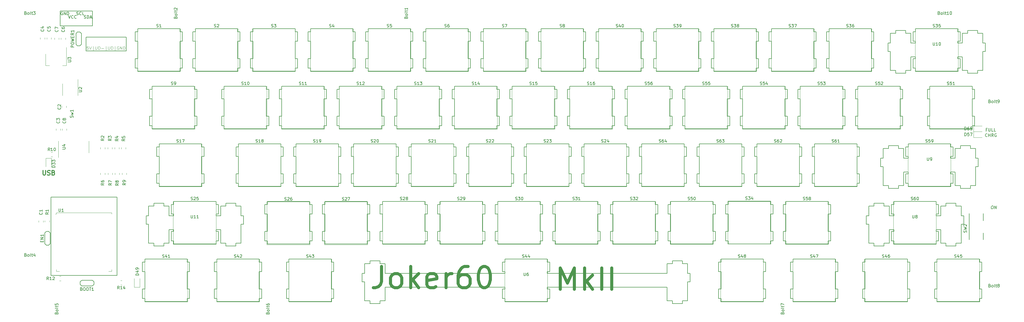
<source format=gbr>
%TF.GenerationSoftware,KiCad,Pcbnew,(6.0.7)*%
%TF.CreationDate,2022-10-26T17:48:04+08:00*%
%TF.ProjectId,Joker60_v2,4a6f6b65-7236-4305-9f76-322e6b696361,1.0*%
%TF.SameCoordinates,Original*%
%TF.FileFunction,Legend,Top*%
%TF.FilePolarity,Positive*%
%FSLAX46Y46*%
G04 Gerber Fmt 4.6, Leading zero omitted, Abs format (unit mm)*
G04 Created by KiCad (PCBNEW (6.0.7)) date 2022-10-26 17:48:04*
%MOMM*%
%LPD*%
G01*
G04 APERTURE LIST*
%ADD10C,0.200000*%
%ADD11C,0.150000*%
%ADD12C,1.000000*%
%ADD13C,0.125000*%
%ADD14C,0.300000*%
%ADD15C,0.120000*%
G04 APERTURE END LIST*
D10*
X199243000Y-152489300D02*
X200044000Y-152489300D01*
X114318800Y-177339300D02*
X113518000Y-177339300D01*
X166192300Y-161389900D02*
X166192300Y-162388900D01*
X279693000Y-161389900D02*
X280494000Y-161389900D01*
X213531000Y-190589300D02*
X214330000Y-190589300D01*
X247736000Y-238358930D02*
X247736000Y-239340090D01*
X345369000Y-162158900D02*
X345369000Y-163140000D01*
X319450000Y-214840000D02*
X320974000Y-214840000D01*
X321567000Y-148937900D02*
X321567000Y-149860000D01*
X190006000Y-215439400D02*
X189205000Y-215439400D01*
X314425000Y-207009900D02*
X312700000Y-207009900D01*
X294781000Y-199489900D02*
X294781000Y-200488900D01*
X237343000Y-162388900D02*
X237343000Y-161389900D01*
X199531000Y-196389300D02*
X198730000Y-196389300D01*
X256393000Y-161389900D02*
X257194000Y-161389900D01*
X246355000Y-218540000D02*
X247156000Y-218540000D01*
X270969000Y-171539300D02*
X270969000Y-177339300D01*
X142893800Y-152489300D02*
X142893800Y-149390100D01*
X104281200Y-199489900D02*
X104281200Y-200488900D01*
X342118000Y-157689900D02*
X343644000Y-157689900D01*
X265405000Y-209637900D02*
X266206000Y-209637900D01*
X346881000Y-168440100D02*
X346881000Y-167439600D01*
X277824000Y-234489410D02*
X277824000Y-228687900D01*
X137618700Y-177339300D02*
X136817900Y-177339300D01*
X89993700Y-158289300D02*
X89193000Y-158289300D01*
X227305000Y-218540000D02*
X228106000Y-218540000D01*
X156668700Y-181438900D02*
X170668000Y-181438900D01*
X70943650Y-148389600D02*
X70943650Y-149390100D01*
X256681000Y-196389300D02*
X255880000Y-196389300D01*
X96849400Y-205539700D02*
X82849900Y-205539700D01*
X146855500Y-219539100D02*
X146855500Y-218540000D01*
X161942400Y-158289300D02*
X161143000Y-158289300D01*
X100098800Y-206087900D02*
X100098800Y-207009900D01*
X332881000Y-180439900D02*
X332881000Y-181438900D01*
X266206000Y-209637900D02*
X266206000Y-215439400D01*
X161942400Y-149390100D02*
X161143000Y-149390100D01*
X118568700Y-168440100D02*
X117767900Y-168440100D01*
X195280000Y-196389300D02*
X194481000Y-196389300D01*
X232068000Y-180439900D02*
X232869000Y-180439900D01*
X209056000Y-218540000D02*
X209056000Y-219539100D01*
X275443000Y-152489300D02*
X276244000Y-152489300D01*
X241593000Y-149390100D02*
X241593000Y-152489300D01*
X142381200Y-200488900D02*
X156380500Y-200488900D01*
X328119000Y-158289300D02*
X327318000Y-158289300D01*
X152418800Y-171539300D02*
X152418800Y-168440100D01*
X185242000Y-158289300D02*
X184443000Y-158289300D01*
X293980000Y-187490100D02*
X293980000Y-190589300D01*
X191587000Y-237589970D02*
X192386000Y-237589970D01*
X342118000Y-153090100D02*
X342118000Y-152489300D01*
X87324400Y-234489410D02*
X87324400Y-228687900D01*
X346881000Y-167439600D02*
X332881000Y-167439600D01*
X323068000Y-167439600D02*
X309069000Y-167439600D01*
X207186000Y-234489410D02*
X206387000Y-234489410D01*
X204006000Y-205539700D02*
X190006000Y-205539700D01*
X241593000Y-161389900D02*
X242394000Y-161389900D01*
X96849400Y-209637900D02*
X97650000Y-209637900D01*
X193968000Y-180439900D02*
X194769000Y-180439900D01*
X332080000Y-177339300D02*
X332080000Y-180439900D01*
X89993700Y-161389900D02*
X89993700Y-162388900D01*
X81324400Y-219308900D02*
X81324400Y-214840000D01*
X237631000Y-196389300D02*
X236830000Y-196389300D01*
X92886200Y-187490100D02*
X92086900Y-187490100D01*
X175719000Y-177339300D02*
X174918000Y-177339300D01*
X75706160Y-181438900D02*
X89705700Y-181438900D01*
X146855500Y-206540000D02*
X146855500Y-205539700D01*
X142893800Y-158289300D02*
X142093000Y-158289300D01*
X142093000Y-152489300D02*
X142893800Y-152489300D01*
X263024000Y-234489410D02*
X263024000Y-237589970D01*
X334974000Y-206540000D02*
X334974000Y-205539700D01*
X97650000Y-218540000D02*
X97650000Y-215439400D01*
X349262000Y-238589060D02*
X349262000Y-237589970D01*
X334974000Y-209637900D02*
X335775000Y-209637900D01*
X237343000Y-152489300D02*
X238144000Y-152489300D01*
X206387000Y-233888590D02*
X246011000Y-233888590D01*
X151105400Y-218540000D02*
X151906200Y-218540000D01*
X170668000Y-168440100D02*
X170668000Y-167439600D01*
X213531000Y-187490100D02*
X213531000Y-186489600D01*
X208768000Y-168440100D02*
X208768000Y-167439600D01*
X89705700Y-171539300D02*
X90504900Y-171539300D01*
X138129900Y-199489900D02*
X138129900Y-196389300D01*
X118568700Y-171539300D02*
X118568700Y-177339300D01*
X147736000Y-239340090D02*
X151036600Y-239340090D01*
X335261000Y-228687900D02*
X335261000Y-234489410D01*
X82049300Y-218540000D02*
X82849900Y-218540000D01*
X285256000Y-215439400D02*
X284455000Y-215439400D01*
X266719000Y-171539300D02*
X266719000Y-168440100D01*
X289731000Y-187490100D02*
X289731000Y-186489600D01*
X275443000Y-158289300D02*
X275443000Y-152489300D01*
X270168000Y-180439900D02*
X270969000Y-180439900D01*
X170956000Y-218540000D02*
X170956000Y-219539100D01*
X312700000Y-210240100D02*
X311874000Y-210240100D01*
X185755000Y-215439400D02*
X184956000Y-215439400D01*
X263825000Y-224589600D02*
X263825000Y-225590000D01*
X284968000Y-167439600D02*
X270969000Y-167439600D01*
X151906200Y-205539700D02*
X151906200Y-206540000D01*
X170668000Y-181438900D02*
X170668000Y-180439900D01*
X341261000Y-195789900D02*
X341261000Y-200258900D01*
X152762100Y-226059900D02*
X151036600Y-226059900D01*
X138129900Y-190589300D02*
X138129900Y-187490100D01*
X334462000Y-237589970D02*
X335261000Y-237589970D01*
X252762000Y-238358930D02*
X252762000Y-232088860D01*
X246011000Y-229290100D02*
X206387000Y-229290100D01*
X170155000Y-206540000D02*
X170155000Y-209637900D01*
X256681000Y-200488900D02*
X270681000Y-200488900D01*
X134949300Y-224589600D02*
X120950000Y-224589600D01*
X280206000Y-206540000D02*
X280206000Y-205539700D01*
X74905530Y-171539300D02*
X75706160Y-171539300D01*
X347680000Y-168440100D02*
X346881000Y-168440100D01*
X113518000Y-181438900D02*
X113518000Y-180439900D01*
X261444000Y-149390100D02*
X260643000Y-149390100D01*
X349262000Y-234489410D02*
X349262000Y-228687900D01*
X85743800Y-161389900D02*
X85743800Y-158289300D01*
X189205000Y-206540000D02*
X189205000Y-209637900D01*
X320974000Y-205539700D02*
X320974000Y-206540000D01*
X208768000Y-171539300D02*
X209569000Y-171539300D01*
X350393000Y-149860000D02*
X348668000Y-149860000D01*
X285769000Y-180439900D02*
X285769000Y-177339300D01*
X198730000Y-190589300D02*
X199531000Y-190589300D01*
X299544000Y-161389900D02*
X299544000Y-162388900D01*
X301637000Y-234489410D02*
X301637000Y-228687900D01*
X300055000Y-209637900D02*
X300055000Y-206540000D01*
X208255000Y-215439400D02*
X208255000Y-218540000D01*
X308781000Y-199489900D02*
X309580000Y-199489900D01*
X75706160Y-180439900D02*
X75706160Y-181438900D01*
X246868000Y-167439600D02*
X232869000Y-167439600D01*
X179680000Y-190589300D02*
X180481000Y-190589300D01*
X70143010Y-158289300D02*
X70143010Y-161389900D01*
X165905500Y-215439400D02*
X165905500Y-209637900D01*
X348012000Y-187960000D02*
X346287000Y-187960000D01*
X103399200Y-206087900D02*
X100098800Y-206087900D01*
X317724000Y-220290100D02*
X317724000Y-219308900D01*
X304018000Y-171539300D02*
X304819000Y-171539300D01*
X146011000Y-226059900D02*
X146011000Y-229290100D01*
X105124400Y-219308900D02*
X105124400Y-213038900D01*
X192386000Y-229290100D02*
X152762100Y-229290100D01*
X266719000Y-180439900D02*
X266719000Y-177339300D01*
X97136000Y-237589970D02*
X97136000Y-238589060D01*
X339737000Y-199489900D02*
X340536000Y-199489900D01*
X326250000Y-234489410D02*
X325449000Y-234489410D01*
X127805500Y-218540000D02*
X128604900Y-218540000D01*
X270168000Y-177339300D02*
X270168000Y-180439900D01*
X175719000Y-168440100D02*
X174918000Y-168440100D01*
X160630400Y-196389300D02*
X160630400Y-199489900D01*
X251919000Y-180439900D02*
X251919000Y-181438900D01*
X251919000Y-177339300D02*
X251118000Y-177339300D01*
X270681000Y-187490100D02*
X270681000Y-186489600D01*
X132055400Y-206540000D02*
X132055400Y-209637900D01*
X208255000Y-218540000D02*
X209056000Y-218540000D01*
X284968000Y-180439900D02*
X285769000Y-180439900D01*
X323068000Y-168440100D02*
X323068000Y-167439600D01*
X156668700Y-168440100D02*
X155867900Y-168440100D01*
X82849900Y-205539700D02*
X82849900Y-206540000D01*
X342118000Y-152489300D02*
X342919000Y-152489300D01*
X312700000Y-213038900D02*
X312700000Y-219308900D01*
X113518000Y-180439900D02*
X114318800Y-180439900D01*
X223344000Y-149390100D02*
X222543000Y-149390100D01*
X285769000Y-168440100D02*
X284968000Y-168440100D01*
X203493000Y-158289300D02*
X203493000Y-161389900D01*
X218293000Y-149390100D02*
X218293000Y-148389600D01*
X103399200Y-219308900D02*
X105124400Y-219308900D01*
X223855000Y-206540000D02*
X223056000Y-206540000D01*
X103993000Y-162388900D02*
X103993000Y-161389900D01*
X270168000Y-168440100D02*
X270168000Y-171539300D01*
X311450000Y-238589060D02*
X325449000Y-238589060D01*
X217780000Y-199489900D02*
X218581000Y-199489900D01*
X214330000Y-187490100D02*
X213531000Y-187490100D01*
X261444000Y-161389900D02*
X261444000Y-162388900D01*
X155867900Y-177339300D02*
X155867900Y-180439900D01*
X90504900Y-168440100D02*
X89705700Y-168440100D01*
X342986000Y-187960000D02*
X341261000Y-187960000D01*
X265918000Y-171539300D02*
X266719000Y-171539300D01*
X165905500Y-206540000D02*
X165905500Y-205539700D01*
X134949300Y-234489410D02*
X134949300Y-228687900D01*
X251118000Y-177339300D02*
X251118000Y-180439900D01*
X255880000Y-196389300D02*
X255880000Y-199489900D01*
X242394000Y-162388900D02*
X256393000Y-162388900D01*
X242106000Y-209637900D02*
X242905000Y-209637900D01*
X98718000Y-171539300D02*
X99518700Y-171539300D01*
X280494000Y-158289300D02*
X279693000Y-158289300D01*
X209056000Y-206540000D02*
X208255000Y-206540000D01*
X180193000Y-158289300D02*
X180193000Y-152489300D01*
X319844000Y-153090100D02*
X319018000Y-153090100D01*
X190519000Y-171539300D02*
X190519000Y-168440100D01*
X89993700Y-152489300D02*
X89993700Y-158289300D01*
X309069000Y-181438900D02*
X323068000Y-181438900D01*
X141580400Y-196389300D02*
X141580400Y-199489900D01*
X348668000Y-149860000D02*
X348668000Y-148937900D01*
X321567000Y-162158900D02*
X321567000Y-163140000D01*
X351219000Y-153090100D02*
X350393000Y-153090100D01*
X247156000Y-219539100D02*
X261156000Y-219539100D01*
X82049300Y-215439400D02*
X82049300Y-218540000D01*
X135750100Y-234489410D02*
X134949300Y-234489410D01*
X97136000Y-225590000D02*
X96336800Y-225590000D01*
X104281200Y-186489600D02*
X104281200Y-187490100D01*
X266719000Y-168440100D02*
X265918000Y-168440100D01*
X166704900Y-209637900D02*
X166704900Y-206540000D01*
X204006000Y-215439400D02*
X204006000Y-209637900D01*
X317724000Y-207009900D02*
X317724000Y-206087900D01*
X74574800Y-213038900D02*
X74574800Y-219308900D01*
X161431200Y-196389300D02*
X160630400Y-196389300D01*
X92886200Y-196389300D02*
X92086900Y-196389300D01*
X311450000Y-224589600D02*
X311450000Y-225590000D01*
X341261000Y-187960000D02*
X341261000Y-191190100D01*
X132856200Y-206540000D02*
X132055400Y-206540000D01*
X322485000Y-200258900D02*
X324212000Y-200258900D01*
X82849900Y-209637900D02*
X82849900Y-210240100D01*
X277824000Y-238589060D02*
X277824000Y-237589970D01*
X263825000Y-237589970D02*
X263825000Y-238589060D01*
X261444000Y-152489300D02*
X261444000Y-158289300D01*
X109043700Y-152489300D02*
X109043700Y-158289300D01*
X279693000Y-152489300D02*
X280494000Y-152489300D01*
X151105400Y-215439400D02*
X151105400Y-218540000D01*
X137330500Y-199489900D02*
X138129900Y-199489900D01*
X351219000Y-155889000D02*
X351219000Y-153090100D01*
X114318800Y-171539300D02*
X114318800Y-168440100D01*
X341524000Y-220290100D02*
X341524000Y-219308900D01*
X200044000Y-158289300D02*
X199243000Y-158289300D01*
X146342900Y-152489300D02*
X147143700Y-152489300D01*
X345369000Y-163140000D02*
X348668000Y-163140000D01*
X299544000Y-162388900D02*
X313543000Y-162388900D01*
X228106000Y-206540000D02*
X227305000Y-206540000D01*
X323068000Y-171539300D02*
X323869000Y-171539300D01*
X270681000Y-200488900D02*
X270681000Y-199489900D01*
X304018000Y-168440100D02*
X304018000Y-167439600D01*
X314344000Y-152489300D02*
X314344000Y-149390100D01*
X111936200Y-234489410D02*
X111136800Y-234489410D01*
X142893800Y-149390100D02*
X142093000Y-149390100D01*
X142381200Y-190589300D02*
X142381200Y-196389300D01*
X209569000Y-180439900D02*
X209569000Y-177339300D01*
X338224000Y-206087900D02*
X338224000Y-207009900D01*
X120149200Y-225590000D02*
X120149200Y-228687900D01*
X137330500Y-190589300D02*
X138129900Y-190589300D01*
X199531000Y-190589300D02*
X199531000Y-196389300D01*
X348012000Y-200258900D02*
X348012000Y-193989000D01*
X89993700Y-149390100D02*
X89193000Y-149390100D01*
X327318000Y-149390100D02*
X327318000Y-152489300D01*
X314425000Y-219308900D02*
X314425000Y-220290100D01*
X123331200Y-187490100D02*
X122530400Y-187490100D01*
X348836000Y-193989000D02*
X348836000Y-191190100D01*
X242106000Y-219539100D02*
X242106000Y-218540000D01*
X218293000Y-158289300D02*
X218293000Y-152489300D01*
X289218000Y-180439900D02*
X290019000Y-180439900D01*
X132568000Y-181438900D02*
X132568000Y-180439900D01*
X108242900Y-158289300D02*
X108242900Y-161389900D01*
X151105400Y-206540000D02*
X151105400Y-209637900D01*
X199531000Y-199489900D02*
X199531000Y-200488900D01*
X70943650Y-161389900D02*
X70943650Y-162388900D01*
X180481000Y-199489900D02*
X180481000Y-200488900D01*
X122530400Y-187490100D02*
X122530400Y-190589300D01*
X238144000Y-149390100D02*
X237343000Y-149390100D01*
X98374900Y-210240100D02*
X96849400Y-210240100D01*
X206387000Y-228687900D02*
X207186000Y-228687900D01*
X242905000Y-209637900D02*
X242905000Y-206540000D01*
X347680000Y-171539300D02*
X347680000Y-168440100D01*
X251631000Y-196389300D02*
X251631000Y-190589300D01*
X228619000Y-180439900D02*
X228619000Y-177339300D01*
X133368800Y-171539300D02*
X133368800Y-168440100D01*
X84943200Y-152489300D02*
X85743800Y-152489300D01*
X346287000Y-201240000D02*
X346287000Y-200258900D01*
X316637000Y-193989000D02*
X317461000Y-193989000D01*
X251631000Y-200488900D02*
X251631000Y-199489900D01*
X189718000Y-167439600D02*
X175719000Y-167439600D01*
X251631000Y-199489900D02*
X252430000Y-199489900D01*
X98374900Y-207009900D02*
X98374900Y-210240100D01*
X253586000Y-232088860D02*
X253586000Y-229290100D01*
X311450000Y-234489410D02*
X310649000Y-234489410D01*
X294781000Y-200488900D02*
X308781000Y-200488900D01*
X156380500Y-196389300D02*
X156380500Y-190589300D01*
X151618000Y-171539300D02*
X152418800Y-171539300D01*
X293980000Y-196389300D02*
X293980000Y-199489900D01*
X311450000Y-225590000D02*
X310649000Y-225590000D01*
X161143000Y-149390100D02*
X161143000Y-148389600D01*
X308781000Y-187490100D02*
X308781000Y-186489600D01*
X96849400Y-218540000D02*
X97650000Y-218540000D01*
X325449000Y-234489410D02*
X325449000Y-228687900D01*
X290019000Y-177339300D02*
X289218000Y-177339300D01*
X209056000Y-219539100D02*
X223056000Y-219539100D01*
X323068000Y-177339300D02*
X323068000Y-171539300D01*
X332881000Y-177339300D02*
X332080000Y-177339300D01*
X180193000Y-148389600D02*
X166192300Y-148389600D01*
X242106000Y-215439400D02*
X242106000Y-209637900D01*
X342919000Y-152489300D02*
X342919000Y-149390100D01*
X247736000Y-226059900D02*
X246011000Y-226059900D01*
X142093000Y-148389600D02*
X128093700Y-148389600D01*
X136817900Y-180439900D02*
X137618700Y-180439900D01*
X185242000Y-152489300D02*
X185242000Y-158289300D01*
X233380000Y-187490100D02*
X232581000Y-187490100D01*
X300055000Y-206540000D02*
X299256000Y-206540000D01*
X81324400Y-214840000D02*
X82849900Y-214840000D01*
X184956000Y-219539100D02*
X184956000Y-218540000D01*
X342118000Y-148389600D02*
X328119000Y-148389600D01*
X348836000Y-191190100D02*
X348012000Y-191190100D01*
X147736000Y-238358930D02*
X147736000Y-239340090D01*
X180481000Y-187490100D02*
X179680000Y-187490100D01*
X334974000Y-205539700D02*
X320974000Y-205539700D01*
X238144000Y-152489300D02*
X238144000Y-149390100D01*
X336500000Y-214840000D02*
X336500000Y-219308900D01*
X156380500Y-187490100D02*
X156380500Y-186489600D01*
X277824000Y-237589970D02*
X278625000Y-237589970D01*
X142093000Y-158289300D02*
X142093000Y-152489300D01*
X319450000Y-210240100D02*
X319450000Y-207009900D01*
X232068000Y-177339300D02*
X232068000Y-180439900D01*
X217780000Y-187490100D02*
X217780000Y-190589300D01*
X320974000Y-219539100D02*
X334974000Y-219539100D01*
X142381200Y-196389300D02*
X141580400Y-196389300D01*
X260643000Y-149390100D02*
X260643000Y-152489300D01*
X206387000Y-238589060D02*
X206387000Y-237589970D01*
X147654900Y-218540000D02*
X147654900Y-215439400D01*
X132856200Y-209637900D02*
X132856200Y-215439400D01*
X90504900Y-171539300D02*
X90504900Y-168440100D01*
X209569000Y-177339300D02*
X208768000Y-177339300D01*
X251919000Y-171539300D02*
X251919000Y-177339300D01*
X228619000Y-177339300D02*
X227818000Y-177339300D01*
X185242000Y-161389900D02*
X185242000Y-162388900D01*
X261955000Y-209637900D02*
X261955000Y-206540000D01*
X82849900Y-206540000D02*
X82049300Y-206540000D01*
X89705700Y-181438900D02*
X89705700Y-180439900D01*
X191587000Y-234489410D02*
X191587000Y-237589970D01*
X180992000Y-152489300D02*
X180992000Y-149390100D01*
X109043700Y-148389600D02*
X109043700Y-149390100D01*
X247736000Y-225138000D02*
X247736000Y-226059900D01*
X242394000Y-158289300D02*
X241593000Y-158289300D01*
X147143700Y-158289300D02*
X146342900Y-158289300D01*
X251037000Y-238358930D02*
X252762000Y-238358930D01*
X341524000Y-207009900D02*
X341524000Y-206087900D01*
X108242900Y-161389900D02*
X109043700Y-161389900D01*
X222543000Y-161389900D02*
X223344000Y-161389900D01*
X263024000Y-225590000D02*
X263024000Y-228687900D01*
X223344000Y-162388900D02*
X237343000Y-162388900D01*
X123043000Y-161389900D02*
X123843800Y-161389900D01*
X199243000Y-149390100D02*
X199243000Y-148389600D01*
X346881000Y-171539300D02*
X347680000Y-171539300D01*
X103993000Y-148389600D02*
X89993700Y-148389600D01*
X206387000Y-237589970D02*
X207186000Y-237589970D01*
X246868000Y-171539300D02*
X247669000Y-171539300D01*
X190519000Y-168440100D02*
X189718000Y-168440100D01*
X317461000Y-187960000D02*
X317461000Y-191190100D01*
X327318000Y-152489300D02*
X328119000Y-152489300D01*
X314425000Y-206087900D02*
X314425000Y-207009900D01*
X343644000Y-157689900D02*
X343644000Y-162158900D01*
X156380500Y-199489900D02*
X157179900Y-199489900D01*
X335261000Y-237589970D02*
X335261000Y-238589060D01*
X132055400Y-215439400D02*
X132055400Y-218540000D01*
X179680000Y-187490100D02*
X179680000Y-190589300D01*
X218581000Y-187490100D02*
X217780000Y-187490100D01*
X123043000Y-149390100D02*
X123043000Y-148389600D01*
X276244000Y-158289300D02*
X275443000Y-158289300D01*
X280494000Y-162388900D02*
X294493000Y-162388900D01*
X342986000Y-201240000D02*
X346287000Y-201240000D01*
X92086900Y-190589300D02*
X92886200Y-190589300D01*
X309069000Y-167439600D02*
X309069000Y-168440100D01*
X232869000Y-168440100D02*
X232068000Y-168440100D01*
X118280500Y-186489600D02*
X104281200Y-186489600D01*
X223056000Y-218540000D02*
X223855000Y-218540000D01*
X99518700Y-177339300D02*
X98718000Y-177339300D01*
X338224000Y-220290100D02*
X341524000Y-220290100D01*
X185755000Y-218540000D02*
X185755000Y-215439400D01*
X339737000Y-186489600D02*
X325736000Y-186489600D01*
X266206000Y-219539100D02*
X280206000Y-219539100D01*
X152762100Y-233888590D02*
X192386000Y-233888590D01*
X213018000Y-168440100D02*
X213018000Y-171539300D01*
X103993000Y-158289300D02*
X103993000Y-152489300D01*
X213531000Y-200488900D02*
X213531000Y-199489900D01*
X161431200Y-190589300D02*
X161431200Y-196389300D01*
X342118000Y-161389900D02*
X342919000Y-161389900D01*
X280494000Y-148389600D02*
X280494000Y-149390100D01*
X223056000Y-219539100D02*
X223056000Y-218540000D01*
X175719000Y-167439600D02*
X175719000Y-168440100D01*
X194769000Y-177339300D02*
X193968000Y-177339300D01*
X304819000Y-180439900D02*
X304819000Y-177339300D01*
X304819000Y-171539300D02*
X304819000Y-168440100D01*
X280494000Y-161389900D02*
X280494000Y-162388900D01*
X156380500Y-200488900D02*
X156380500Y-199489900D01*
X321567000Y-149860000D02*
X319844000Y-149860000D01*
X160630400Y-199489900D02*
X161431200Y-199489900D01*
X278625000Y-225590000D02*
X277824000Y-225590000D01*
X223344000Y-152489300D02*
X223344000Y-158289300D01*
X242106000Y-218540000D02*
X242905000Y-218540000D01*
X251919000Y-181438900D02*
X265918000Y-181438900D01*
X156668700Y-167439600D02*
X156668700Y-168440100D01*
X175719000Y-180439900D02*
X175719000Y-181438900D01*
X294781000Y-187490100D02*
X293980000Y-187490100D01*
X275731000Y-186489600D02*
X275731000Y-187490100D01*
X309069000Y-177339300D02*
X308268000Y-177339300D01*
X232869000Y-180439900D02*
X232869000Y-181438900D01*
X155867900Y-168440100D02*
X155867900Y-171539300D01*
X189718000Y-171539300D02*
X190519000Y-171539300D01*
X213531000Y-196389300D02*
X213531000Y-190589300D01*
X275731000Y-200488900D02*
X289731000Y-200488900D01*
X105949900Y-210240100D02*
X105124400Y-210240100D01*
X278625000Y-228687900D02*
X278625000Y-225590000D01*
X350061000Y-237589970D02*
X350061000Y-234489410D01*
X127805500Y-219539100D02*
X127805500Y-218540000D01*
X350061000Y-225590000D02*
X349262000Y-225590000D01*
X213018000Y-177339300D02*
X213018000Y-180439900D01*
X104793800Y-161389900D02*
X104793800Y-158289300D01*
X311874000Y-210240100D02*
X311874000Y-213038900D01*
X332080000Y-180439900D02*
X332881000Y-180439900D01*
X298743000Y-158289300D02*
X298743000Y-161389900D01*
X175431000Y-187490100D02*
X175431000Y-186489600D01*
X325736000Y-190589300D02*
X325736000Y-191190100D01*
X123331200Y-190589300D02*
X123331200Y-196389300D01*
X311874000Y-213038900D02*
X312700000Y-213038900D01*
X247669000Y-171539300D02*
X247669000Y-168440100D01*
X166192300Y-158289300D02*
X165392900Y-158289300D01*
X326593000Y-153090100D02*
X326593000Y-149860000D01*
X147143700Y-162388900D02*
X161143000Y-162388900D01*
X228106000Y-218540000D02*
X228106000Y-219539100D01*
X88125000Y-237589970D02*
X88125000Y-234489410D01*
X128604900Y-218540000D02*
X128604900Y-215439400D01*
X209569000Y-171539300D02*
X209569000Y-168440100D01*
X204805000Y-206540000D02*
X204006000Y-206540000D01*
X286837000Y-228687900D02*
X287636000Y-228687900D01*
X96336800Y-228687900D02*
X97136000Y-228687900D01*
X251631000Y-190589300D02*
X252430000Y-190589300D01*
X174918000Y-177339300D02*
X174918000Y-180439900D01*
X208768000Y-180439900D02*
X209569000Y-180439900D01*
X237631000Y-190589300D02*
X237631000Y-196389300D01*
X146855500Y-218540000D02*
X147654900Y-218540000D01*
X132568000Y-167439600D02*
X118568700Y-167439600D01*
X287636000Y-225590000D02*
X286837000Y-225590000D01*
X284968000Y-181438900D02*
X284968000Y-180439900D01*
X223056000Y-205539700D02*
X209056000Y-205539700D01*
X185242000Y-149390100D02*
X184443000Y-149390100D01*
X263825000Y-238589060D02*
X277824000Y-238589060D01*
X339737000Y-200488900D02*
X339737000Y-199489900D01*
X280494000Y-152489300D02*
X280494000Y-158289300D01*
X199243000Y-162388900D02*
X199243000Y-161389900D01*
X120149200Y-237589970D02*
X120950000Y-237589970D01*
X227818000Y-171539300D02*
X228619000Y-171539300D01*
X256681000Y-190589300D02*
X256681000Y-196389300D01*
X335261000Y-224589600D02*
X335261000Y-225590000D01*
X304018000Y-181438900D02*
X304018000Y-180439900D01*
X242106000Y-205539700D02*
X228106000Y-205539700D01*
X350393000Y-153090100D02*
X350393000Y-149860000D01*
X274930000Y-190589300D02*
X275731000Y-190589300D01*
X340536000Y-190589300D02*
X340536000Y-187490100D01*
X232581000Y-186489600D02*
X218581000Y-186489600D01*
X175431000Y-196389300D02*
X175431000Y-190589300D01*
X241593000Y-152489300D02*
X242394000Y-152489300D01*
X204294000Y-158289300D02*
X203493000Y-158289300D01*
X341261000Y-191190100D02*
X339737000Y-191190100D01*
X161143000Y-158289300D02*
X161143000Y-152489300D01*
X92086900Y-187490100D02*
X92086900Y-186489600D01*
X251919000Y-167439600D02*
X251919000Y-168440100D01*
X344075000Y-210240100D02*
X343249000Y-210240100D01*
X146855500Y-209637900D02*
X147654900Y-209637900D01*
X280206000Y-215439400D02*
X280206000Y-209637900D01*
X199243000Y-148389600D02*
X185242000Y-148389600D01*
X206387000Y-234489410D02*
X206387000Y-233888590D01*
X175431000Y-200488900D02*
X175431000Y-199489900D01*
X99518700Y-171539300D02*
X99518700Y-177339300D01*
X161143000Y-152489300D02*
X161942400Y-152489300D01*
X218581000Y-186489600D02*
X218581000Y-187490100D01*
X190006000Y-209637900D02*
X190006000Y-215439400D01*
X70943650Y-152489300D02*
X70943650Y-158289300D01*
X334462000Y-228687900D02*
X335261000Y-228687900D01*
X237343000Y-161389900D02*
X238144000Y-161389900D01*
X85743800Y-152489300D02*
X85743800Y-149390100D01*
X311450000Y-237589970D02*
X311450000Y-238589060D01*
X119079900Y-187490100D02*
X118280500Y-187490100D01*
X344075000Y-213038900D02*
X344075000Y-210240100D01*
X289731000Y-200488900D02*
X289731000Y-199489900D01*
X165905500Y-209637900D02*
X166704900Y-209637900D01*
X151036600Y-225138000D02*
X147736000Y-225138000D01*
X136817900Y-171539300D02*
X137618700Y-171539300D01*
X222543000Y-149390100D02*
X222543000Y-152489300D01*
X90504900Y-177339300D02*
X89705700Y-177339300D01*
X346287000Y-187960000D02*
X346287000Y-187039300D01*
X339737000Y-187490100D02*
X339737000Y-186489600D01*
X247156000Y-205539700D02*
X247156000Y-206540000D01*
X313543000Y-149390100D02*
X313543000Y-148389600D01*
X204294000Y-149390100D02*
X203493000Y-149390100D01*
X113806200Y-218540000D02*
X113806200Y-219539100D01*
X299544000Y-152489300D02*
X299544000Y-158289300D01*
X192386000Y-225590000D02*
X191587000Y-225590000D01*
X251631000Y-187490100D02*
X251631000Y-186489600D01*
X323068000Y-180439900D02*
X323869000Y-180439900D01*
X132856200Y-205539700D02*
X132856200Y-206540000D01*
X214330000Y-196389300D02*
X213531000Y-196389300D01*
X128604900Y-215439400D02*
X127805500Y-215439400D01*
X302436000Y-228687900D02*
X302436000Y-225590000D01*
X151618000Y-167439600D02*
X137618700Y-167439600D01*
X284968000Y-168440100D02*
X284968000Y-167439600D01*
X301637000Y-238589060D02*
X301637000Y-237589970D01*
X89193000Y-158289300D02*
X89193000Y-161389900D01*
X194769000Y-181438900D02*
X208768000Y-181438900D01*
X208768000Y-177339300D02*
X208768000Y-171539300D01*
X324212000Y-200258900D02*
X324212000Y-195789900D01*
X233380000Y-199489900D02*
X233380000Y-196389300D01*
X184956000Y-218540000D02*
X185755000Y-218540000D01*
X350061000Y-234489410D02*
X349262000Y-234489410D01*
X151906200Y-219539100D02*
X165905500Y-219539100D01*
X261156000Y-209637900D02*
X261955000Y-209637900D01*
X103399200Y-207009900D02*
X103399200Y-206087900D01*
X111936200Y-237589970D02*
X111936200Y-234489410D01*
X320974000Y-210240100D02*
X319450000Y-210240100D01*
X127805500Y-206540000D02*
X127805500Y-205539700D01*
X109043700Y-158289300D02*
X108242900Y-158289300D01*
X89193000Y-149390100D02*
X89193000Y-152489300D01*
X156668700Y-171539300D02*
X156668700Y-177339300D01*
X161431200Y-186489600D02*
X161431200Y-187490100D01*
X335775000Y-218540000D02*
X335775000Y-215439400D01*
X70943650Y-158289300D02*
X70143010Y-158289300D01*
X147736000Y-225138000D02*
X147736000Y-226059900D01*
X343249000Y-210240100D02*
X343249000Y-207009900D01*
X252430000Y-199489900D02*
X252430000Y-196389300D01*
X265405000Y-206540000D02*
X265405000Y-209637900D01*
X105124400Y-207009900D02*
X103399200Y-207009900D01*
X332080000Y-168440100D02*
X332080000Y-171539300D01*
X223344000Y-158289300D02*
X222543000Y-158289300D01*
X228619000Y-171539300D02*
X228619000Y-168440100D01*
X280206000Y-209637900D02*
X281005000Y-209637900D01*
X128093700Y-152489300D02*
X128093700Y-158289300D01*
X146342900Y-158289300D02*
X146342900Y-161389900D01*
X85743800Y-149390100D02*
X84943200Y-149390100D01*
X85743800Y-158289300D02*
X84943200Y-158289300D01*
X246355000Y-209637900D02*
X247156000Y-209637900D01*
X200044000Y-152489300D02*
X200044000Y-149390100D01*
X70143010Y-152489300D02*
X70943650Y-152489300D01*
X339737000Y-190589300D02*
X340536000Y-190589300D01*
X73749330Y-213038900D02*
X74574800Y-213038900D01*
X87324400Y-224589600D02*
X73324910Y-224589600D01*
X319844000Y-162158900D02*
X321567000Y-162158900D01*
X237343000Y-158289300D02*
X237343000Y-152489300D01*
X109043700Y-162388900D02*
X123043000Y-162388900D01*
X276244000Y-152489300D02*
X276244000Y-149390100D01*
X290019000Y-180439900D02*
X290019000Y-181438900D01*
X308268000Y-180439900D02*
X309069000Y-180439900D01*
X151036600Y-238358930D02*
X152762100Y-238358930D01*
X165905500Y-205539700D02*
X151906200Y-205539700D01*
X310649000Y-228687900D02*
X311450000Y-228687900D01*
X192386000Y-234489410D02*
X191587000Y-234489410D01*
X97650000Y-215439400D02*
X96849400Y-215439400D01*
X295294000Y-161389900D02*
X295294000Y-158289300D01*
X157179900Y-187490100D02*
X156380500Y-187490100D01*
X332881000Y-168440100D02*
X332080000Y-168440100D01*
X79599100Y-206087900D02*
X76300090Y-206087900D01*
X281005000Y-218540000D02*
X281005000Y-215439400D01*
X236830000Y-190589300D02*
X237631000Y-190589300D01*
X327318000Y-161389900D02*
X328119000Y-161389900D01*
X151906200Y-218540000D02*
X151906200Y-219539100D01*
X340536000Y-187490100D02*
X339737000Y-187490100D01*
X256393000Y-148389600D02*
X242394000Y-148389600D01*
X314344000Y-149390100D02*
X313543000Y-149390100D01*
X179680000Y-199489900D02*
X180481000Y-199489900D01*
X70143010Y-149390100D02*
X70143010Y-152489300D01*
X265918000Y-181438900D02*
X265918000Y-180439900D01*
X263024000Y-228687900D02*
X263825000Y-228687900D01*
X142093000Y-162388900D02*
X142093000Y-161389900D01*
X170668000Y-180439900D02*
X171469000Y-180439900D01*
X289218000Y-177339300D02*
X289218000Y-180439900D01*
X301637000Y-224589600D02*
X287636000Y-224589600D01*
X227818000Y-180439900D02*
X228619000Y-180439900D01*
X294781000Y-186489600D02*
X294781000Y-187490100D01*
X275443000Y-162388900D02*
X275443000Y-161389900D01*
X325736000Y-191190100D02*
X324212000Y-191190100D01*
X184956000Y-206540000D02*
X184956000Y-205539700D01*
X308268000Y-168440100D02*
X308268000Y-171539300D01*
X209569000Y-168440100D02*
X208768000Y-168440100D01*
X72524280Y-228687900D02*
X73324910Y-228687900D01*
X213819000Y-168440100D02*
X213018000Y-168440100D01*
X113806200Y-219539100D02*
X127805500Y-219539100D01*
X324212000Y-187960000D02*
X322485000Y-187960000D01*
X123331200Y-200488900D02*
X137330500Y-200488900D01*
X279693000Y-149390100D02*
X279693000Y-152489300D01*
X309069000Y-168440100D02*
X308268000Y-168440100D01*
X263024000Y-237589970D02*
X263825000Y-237589970D01*
X227305000Y-206540000D02*
X227305000Y-209637900D01*
X194481000Y-199489900D02*
X195280000Y-199489900D01*
X349262000Y-237589970D02*
X350061000Y-237589970D01*
X170956000Y-215439400D02*
X170155000Y-215439400D01*
X317461000Y-200258900D02*
X319186000Y-200258900D01*
X309580000Y-190589300D02*
X309580000Y-187490100D01*
X237631000Y-199489900D02*
X237631000Y-200488900D01*
X180193000Y-162388900D02*
X180193000Y-161389900D01*
X277824000Y-225590000D02*
X277824000Y-224589600D01*
X341524000Y-219308900D02*
X343249000Y-219308900D01*
X242905000Y-206540000D02*
X242106000Y-206540000D01*
X81324400Y-210240100D02*
X81324400Y-207009900D01*
X199531000Y-200488900D02*
X213531000Y-200488900D01*
X323869000Y-171539300D02*
X323869000Y-168440100D01*
X285256000Y-206540000D02*
X284455000Y-206540000D01*
X123043000Y-158289300D02*
X123043000Y-152489300D01*
X100098800Y-219308900D02*
X100098800Y-220290100D01*
X137330500Y-200488900D02*
X137330500Y-199489900D01*
X285256000Y-205539700D02*
X285256000Y-206540000D01*
X332881000Y-167439600D02*
X332881000Y-168440100D01*
X324935000Y-196389300D02*
X324935000Y-199489900D01*
X147654900Y-209637900D02*
X147654900Y-206540000D01*
X334462000Y-225590000D02*
X334462000Y-228687900D01*
X105949900Y-213038900D02*
X105949900Y-210240100D01*
X223056000Y-215439400D02*
X223056000Y-209637900D01*
X82849900Y-215439400D02*
X82049300Y-215439400D01*
X208255000Y-209637900D02*
X209056000Y-209637900D01*
X152418800Y-180439900D02*
X152418800Y-177339300D01*
X320974000Y-218540000D02*
X320974000Y-219539100D01*
X232869000Y-171539300D02*
X232869000Y-177339300D01*
X137330500Y-187490100D02*
X137330500Y-186489600D01*
X275731000Y-199489900D02*
X275731000Y-200488900D01*
X232581000Y-187490100D02*
X232581000Y-186489600D01*
X328119000Y-152489300D02*
X328119000Y-153090100D01*
X349262000Y-225590000D02*
X349262000Y-224589600D01*
X137618700Y-181438900D02*
X151618000Y-181438900D01*
X92886200Y-199489900D02*
X92886200Y-196389300D01*
X289731000Y-190589300D02*
X290530000Y-190589300D01*
X195280000Y-190589300D02*
X195280000Y-187490100D01*
X104281200Y-196389300D02*
X103480500Y-196389300D01*
X174918000Y-171539300D02*
X175719000Y-171539300D01*
X89705700Y-177339300D02*
X89705700Y-171539300D01*
X246355000Y-215439400D02*
X246355000Y-218540000D01*
X77286780Y-190589300D02*
X78086030Y-190589300D01*
X270168000Y-171539300D02*
X270969000Y-171539300D01*
X310649000Y-225590000D02*
X310649000Y-228687900D01*
X274930000Y-196389300D02*
X274930000Y-199489900D01*
X336500000Y-210240100D02*
X334974000Y-210240100D01*
X189718000Y-177339300D02*
X189718000Y-171539300D01*
X247156000Y-206540000D02*
X246355000Y-206540000D01*
X118568700Y-167439600D02*
X118568700Y-168440100D01*
X218293000Y-161389900D02*
X219094000Y-161389900D01*
X104281200Y-200488900D02*
X118280500Y-200488900D01*
X218293000Y-162388900D02*
X218293000Y-161389900D01*
X189718000Y-180439900D02*
X190519000Y-180439900D01*
X207186000Y-225590000D02*
X206387000Y-225590000D01*
X320173000Y-218540000D02*
X320974000Y-218540000D01*
X198730000Y-187490100D02*
X198730000Y-190589300D01*
X294781000Y-196389300D02*
X293980000Y-196389300D01*
X313543000Y-158289300D02*
X313543000Y-152489300D01*
X213819000Y-177339300D02*
X213018000Y-177339300D01*
X228106000Y-205539700D02*
X228106000Y-206540000D01*
X73749330Y-210240100D02*
X73749330Y-213038900D01*
X78086030Y-190589300D02*
X78086030Y-196389300D01*
X146342900Y-149390100D02*
X146342900Y-152489300D01*
X157179900Y-190589300D02*
X157179900Y-187490100D01*
X108242900Y-152489300D02*
X109043700Y-152489300D01*
X200044000Y-161389900D02*
X200044000Y-158289300D01*
X204006000Y-219539100D02*
X204006000Y-218540000D01*
X252762000Y-229290100D02*
X252762000Y-226059900D01*
X103480500Y-199489900D02*
X104281200Y-199489900D01*
X242394000Y-152489300D02*
X242394000Y-158289300D01*
X141580400Y-199489900D02*
X142381200Y-199489900D01*
X204294000Y-148389600D02*
X204294000Y-149390100D01*
X270969000Y-167439600D02*
X270969000Y-168440100D01*
X265918000Y-180439900D02*
X266719000Y-180439900D01*
X256393000Y-162388900D02*
X256393000Y-161389900D01*
X319844000Y-155889000D02*
X319844000Y-162158900D01*
X132568000Y-171539300D02*
X133368800Y-171539300D01*
X252430000Y-190589300D02*
X252430000Y-187490100D01*
X96849400Y-219539100D02*
X96849400Y-218540000D01*
X123043000Y-152489300D02*
X123843800Y-152489300D01*
X336500000Y-207009900D02*
X336500000Y-210240100D01*
X280206000Y-219539100D02*
X280206000Y-218540000D01*
X284455000Y-209637900D02*
X285256000Y-209637900D01*
X132856200Y-215439400D02*
X132055400Y-215439400D01*
X72524280Y-234489410D02*
X72524280Y-237589970D01*
X123043000Y-162388900D02*
X123043000Y-161389900D01*
X170668000Y-177339300D02*
X170668000Y-171539300D01*
X161431200Y-200488900D02*
X175431000Y-200488900D01*
X111136800Y-238589060D02*
X111136800Y-237589970D01*
X128093700Y-149390100D02*
X127292900Y-149390100D01*
X346287000Y-200258900D02*
X348012000Y-200258900D01*
X127805500Y-209637900D02*
X128604900Y-209637900D01*
X180481000Y-186489600D02*
X180481000Y-187490100D01*
X223344000Y-148389600D02*
X223344000Y-149390100D01*
X120149200Y-234489410D02*
X120149200Y-237589970D01*
X300055000Y-215439400D02*
X299256000Y-215439400D01*
X319018000Y-153090100D02*
X319018000Y-155889000D01*
X128604900Y-209637900D02*
X128604900Y-206540000D01*
X133368800Y-168440100D02*
X132568000Y-168440100D01*
X309580000Y-196389300D02*
X308781000Y-196389300D01*
X287636000Y-224589600D02*
X287636000Y-225590000D01*
X105124400Y-213038900D02*
X105949900Y-213038900D01*
X328119000Y-162388900D02*
X342118000Y-162388900D01*
X170956000Y-219539100D02*
X184956000Y-219539100D01*
X323869000Y-180439900D02*
X323869000Y-177339300D01*
X347680000Y-180439900D02*
X347680000Y-177339300D01*
X320173000Y-215439400D02*
X320173000Y-218540000D01*
X78086030Y-200488900D02*
X92086900Y-200488900D01*
X98374900Y-219308900D02*
X100098800Y-219308900D01*
X322485000Y-187039300D02*
X319186000Y-187039300D01*
X113005400Y-215439400D02*
X113005400Y-218540000D01*
X289731000Y-196389300D02*
X289731000Y-190589300D01*
X284455000Y-218540000D02*
X285256000Y-218540000D01*
X274930000Y-199489900D02*
X275731000Y-199489900D01*
X299256000Y-206540000D02*
X299256000Y-205539700D01*
X343644000Y-149860000D02*
X343644000Y-153090100D01*
X309580000Y-187490100D02*
X308781000Y-187490100D01*
X175431000Y-186489600D02*
X161431200Y-186489600D01*
X109043700Y-161389900D02*
X109043700Y-162388900D01*
X175719000Y-181438900D02*
X189718000Y-181438900D01*
X147654900Y-215439400D02*
X146855500Y-215439400D01*
X286837000Y-237589970D02*
X287636000Y-237589970D01*
X246011000Y-226059900D02*
X246011000Y-229290100D01*
X332881000Y-171539300D02*
X332881000Y-177339300D01*
X308781000Y-196389300D02*
X308781000Y-190589300D01*
X161431200Y-187490100D02*
X160630400Y-187490100D01*
X151906200Y-215439400D02*
X151105400Y-215439400D01*
X302436000Y-225590000D02*
X301637000Y-225590000D01*
X152418800Y-177339300D02*
X151618000Y-177339300D01*
X322485000Y-187960000D02*
X322485000Y-187039300D01*
X260643000Y-152489300D02*
X261444000Y-152489300D01*
X326593000Y-162158900D02*
X326593000Y-157689900D01*
X290530000Y-187490100D02*
X289731000Y-187490100D01*
X348012000Y-193989000D02*
X348836000Y-193989000D01*
X263825000Y-225590000D02*
X263024000Y-225590000D01*
X346881000Y-177339300D02*
X346881000Y-171539300D01*
X192386000Y-224589600D02*
X192386000Y-225590000D01*
X298743000Y-149390100D02*
X298743000Y-152489300D01*
X105124400Y-210240100D02*
X105124400Y-207009900D01*
X75706160Y-167439600D02*
X75706160Y-168440100D01*
X217780000Y-190589300D02*
X218581000Y-190589300D01*
X319186000Y-187039300D02*
X319186000Y-187960000D01*
X190006000Y-205539700D02*
X190006000Y-206540000D01*
X103399200Y-220290100D02*
X103399200Y-219308900D01*
X194481000Y-200488900D02*
X194481000Y-199489900D01*
X134949300Y-225590000D02*
X134949300Y-224589600D01*
X180481000Y-190589300D02*
X180481000Y-196389300D01*
X265918000Y-177339300D02*
X265918000Y-171539300D01*
X312700000Y-207009900D02*
X312700000Y-210240100D01*
X194769000Y-171539300D02*
X194769000Y-177339300D01*
X113518000Y-167439600D02*
X99518700Y-167439600D01*
X96336800Y-234489410D02*
X96336800Y-237589970D01*
X242106000Y-206540000D02*
X242106000Y-205539700D01*
X180481000Y-200488900D02*
X194481000Y-200488900D01*
X325736000Y-196389300D02*
X324935000Y-196389300D01*
X84943200Y-161389900D02*
X85743800Y-161389900D01*
X349262000Y-228687900D02*
X350061000Y-228687900D01*
X174918000Y-168440100D02*
X174918000Y-171539300D01*
X246011000Y-238358930D02*
X247736000Y-238358930D01*
X335775000Y-209637900D02*
X335775000Y-206540000D01*
X299544000Y-149390100D02*
X298743000Y-149390100D01*
X166192300Y-148389600D02*
X166192300Y-149390100D01*
X324212000Y-195789900D02*
X325736000Y-195789900D01*
X320974000Y-214840000D02*
X320974000Y-215439400D01*
X294493000Y-149390100D02*
X294493000Y-148389600D01*
X332080000Y-171539300D02*
X332881000Y-171539300D01*
X227305000Y-209637900D02*
X228106000Y-209637900D01*
X227818000Y-181438900D02*
X227818000Y-180439900D01*
X92886200Y-190589300D02*
X92886200Y-187490100D01*
X274930000Y-187490100D02*
X274930000Y-190589300D01*
X171469000Y-180439900D02*
X171469000Y-177339300D01*
X311450000Y-228687900D02*
X311450000Y-234489410D01*
X314344000Y-158289300D02*
X313543000Y-158289300D01*
X261156000Y-205539700D02*
X247156000Y-205539700D01*
X70143010Y-161389900D02*
X70943650Y-161389900D01*
X199531000Y-186489600D02*
X199531000Y-187490100D01*
X340536000Y-199489900D02*
X340536000Y-196389300D01*
X120149200Y-228687900D02*
X120950000Y-228687900D01*
X170956000Y-206540000D02*
X170155000Y-206540000D01*
X127805500Y-205539700D02*
X113806200Y-205539700D01*
X247669000Y-177339300D02*
X246868000Y-177339300D01*
X232581000Y-199489900D02*
X233380000Y-199489900D01*
X190519000Y-177339300D02*
X189718000Y-177339300D01*
X290019000Y-168440100D02*
X289218000Y-168440100D01*
X343644000Y-162158900D02*
X345369000Y-162158900D01*
X222543000Y-158289300D02*
X222543000Y-161389900D01*
X103480500Y-187490100D02*
X103480500Y-190589300D01*
X204006000Y-218540000D02*
X204805000Y-218540000D01*
X275731000Y-196389300D02*
X274930000Y-196389300D01*
X206387000Y-225590000D02*
X206387000Y-224589600D01*
X137618700Y-167439600D02*
X137618700Y-168440100D01*
X256681000Y-187490100D02*
X255880000Y-187490100D01*
X75706160Y-171539300D02*
X75706160Y-177339300D01*
X96849400Y-214840000D02*
X98374900Y-214840000D01*
X77286780Y-196389300D02*
X77286780Y-199489900D01*
X252762000Y-232088860D02*
X253586000Y-232088860D01*
X104793800Y-158289300D02*
X103993000Y-158289300D01*
X304018000Y-167439600D02*
X290019000Y-167439600D01*
X319450000Y-219308900D02*
X319450000Y-214840000D01*
X194481000Y-190589300D02*
X195280000Y-190589300D01*
X184443000Y-152489300D02*
X185242000Y-152489300D01*
X103480500Y-190589300D02*
X104281200Y-190589300D01*
X334462000Y-234489410D02*
X334462000Y-237589970D01*
X284968000Y-171539300D02*
X285769000Y-171539300D01*
X295294000Y-152489300D02*
X295294000Y-149390100D01*
X214330000Y-199489900D02*
X214330000Y-196389300D01*
X142893800Y-161389900D02*
X142893800Y-158289300D01*
X147143700Y-149390100D02*
X146342900Y-149390100D01*
X252762000Y-226059900D02*
X251037000Y-226059900D01*
X198730000Y-199489900D02*
X199531000Y-199489900D01*
X104793800Y-152489300D02*
X104793800Y-149390100D01*
X263825000Y-234489410D02*
X263024000Y-234489410D01*
X343249000Y-213038900D02*
X344075000Y-213038900D01*
X118280500Y-199489900D02*
X119079900Y-199489900D01*
X74574800Y-207009900D02*
X74574800Y-210240100D01*
X218581000Y-190589300D02*
X218581000Y-196389300D01*
X119079900Y-199489900D02*
X119079900Y-196389300D01*
X120950000Y-237589970D02*
X120950000Y-238589060D01*
X326250000Y-237589970D02*
X326250000Y-234489410D01*
X227818000Y-177339300D02*
X227818000Y-171539300D01*
X348668000Y-162158900D02*
X350393000Y-162158900D01*
X223056000Y-209637900D02*
X223855000Y-209637900D01*
X73324910Y-225590000D02*
X72524280Y-225590000D01*
X317724000Y-219308900D02*
X319450000Y-219308900D01*
X265405000Y-215439400D02*
X265405000Y-218540000D01*
X233380000Y-190589300D02*
X233380000Y-187490100D01*
X189718000Y-181438900D02*
X189718000Y-180439900D01*
X89993700Y-162388900D02*
X103993000Y-162388900D01*
X237343000Y-149390100D02*
X237343000Y-148389600D01*
X203493000Y-152489300D02*
X204294000Y-152489300D01*
X97650000Y-209637900D02*
X97650000Y-206540000D01*
X204294000Y-161389900D02*
X204294000Y-162388900D01*
X79599100Y-219308900D02*
X81324400Y-219308900D01*
X166704900Y-215439400D02*
X165905500Y-215439400D01*
X242394000Y-148389600D02*
X242394000Y-149390100D01*
X350061000Y-228687900D02*
X350061000Y-225590000D01*
X98718000Y-180439900D02*
X99518700Y-180439900D01*
X147143700Y-152489300D02*
X147143700Y-158289300D01*
X304819000Y-177339300D02*
X304018000Y-177339300D01*
X132568000Y-168440100D02*
X132568000Y-167439600D01*
X265918000Y-167439600D02*
X251919000Y-167439600D01*
X96849400Y-210240100D02*
X96849400Y-209637900D01*
X256393000Y-152489300D02*
X257194000Y-152489300D01*
X199243000Y-158289300D02*
X199243000Y-152489300D01*
X108242900Y-149390100D02*
X108242900Y-152489300D01*
X118280500Y-200488900D02*
X118280500Y-199489900D01*
X97136000Y-228687900D02*
X97136000Y-234489410D01*
X285769000Y-171539300D02*
X285769000Y-168440100D01*
X246868000Y-180439900D02*
X247669000Y-180439900D01*
X241593000Y-158289300D02*
X241593000Y-161389900D01*
X227818000Y-167439600D02*
X213819000Y-167439600D01*
X119079900Y-196389300D02*
X118280500Y-196389300D01*
X185242000Y-148389600D02*
X185242000Y-149390100D01*
X77286780Y-187490100D02*
X77286780Y-190589300D01*
X77286780Y-199489900D02*
X78086030Y-199489900D01*
X327318000Y-158289300D02*
X327318000Y-161389900D01*
X84943200Y-158289300D02*
X84943200Y-152489300D01*
X74905530Y-177339300D02*
X74905530Y-180439900D01*
X304819000Y-168440100D02*
X304018000Y-168440100D01*
X81324400Y-207009900D02*
X79599100Y-207009900D01*
X280494000Y-149390100D02*
X279693000Y-149390100D01*
X294493000Y-161389900D02*
X295294000Y-161389900D01*
X151906200Y-209637900D02*
X151906200Y-215439400D01*
X203493000Y-161389900D02*
X204294000Y-161389900D01*
X157179900Y-199489900D02*
X157179900Y-196389300D01*
X171469000Y-168440100D02*
X170668000Y-168440100D01*
X120950000Y-238589060D02*
X134949300Y-238589060D01*
X87324400Y-225590000D02*
X87324400Y-224589600D01*
X219094000Y-152489300D02*
X219094000Y-149390100D01*
X98374900Y-214840000D02*
X98374900Y-219308900D01*
X265405000Y-218540000D02*
X266206000Y-218540000D01*
X84943200Y-162388900D02*
X84943200Y-161389900D01*
X284455000Y-206540000D02*
X284455000Y-209637900D01*
X76300090Y-207009900D02*
X74574800Y-207009900D01*
X151618000Y-181438900D02*
X151618000Y-180439900D01*
X285256000Y-209637900D02*
X285256000Y-215439400D01*
X286837000Y-225590000D02*
X286837000Y-228687900D01*
X128093700Y-158289300D02*
X127292900Y-158289300D01*
X277824000Y-224589600D02*
X263825000Y-224589600D01*
X304018000Y-177339300D02*
X304018000Y-171539300D01*
X349262000Y-224589600D02*
X335261000Y-224589600D01*
X133368800Y-180439900D02*
X133368800Y-177339300D01*
X236830000Y-199489900D02*
X237631000Y-199489900D01*
X193968000Y-168440100D02*
X193968000Y-171539300D01*
X111136800Y-228687900D02*
X111936200Y-228687900D01*
X185755000Y-206540000D02*
X184956000Y-206540000D01*
X328119000Y-148389600D02*
X328119000Y-149390100D01*
X294493000Y-148389600D02*
X280494000Y-148389600D01*
X335261000Y-234489410D02*
X334462000Y-234489410D01*
X310649000Y-237589970D02*
X311450000Y-237589970D01*
X120950000Y-228687900D02*
X120950000Y-234489410D01*
X213819000Y-181438900D02*
X227818000Y-181438900D01*
X280206000Y-218540000D02*
X281005000Y-218540000D01*
X185755000Y-209637900D02*
X185755000Y-206540000D01*
X251919000Y-168440100D02*
X251118000Y-168440100D01*
X161143000Y-148389600D02*
X147143700Y-148389600D01*
X146011000Y-238358930D02*
X147736000Y-238358930D01*
X298743000Y-161389900D02*
X299544000Y-161389900D01*
X341524000Y-206087900D02*
X338224000Y-206087900D01*
X135750100Y-228687900D02*
X135750100Y-225590000D01*
X165392900Y-149390100D02*
X165392900Y-152489300D01*
X334974000Y-219539100D02*
X334974000Y-218540000D01*
X242905000Y-218540000D02*
X242905000Y-215439400D01*
X320974000Y-206540000D02*
X320173000Y-206540000D01*
X113005400Y-218540000D02*
X113806200Y-218540000D01*
X87324400Y-237589970D02*
X88125000Y-237589970D01*
X232581000Y-190589300D02*
X233380000Y-190589300D01*
X193968000Y-177339300D02*
X193968000Y-180439900D01*
X88125000Y-228687900D02*
X88125000Y-225590000D01*
X271480000Y-199489900D02*
X271480000Y-196389300D01*
X252430000Y-187490100D02*
X251631000Y-187490100D01*
X270681000Y-196389300D02*
X270681000Y-190589300D01*
X89705700Y-167439600D02*
X75706160Y-167439600D01*
X170668000Y-167439600D02*
X156668700Y-167439600D01*
X313543000Y-161389900D02*
X314344000Y-161389900D01*
X123331200Y-196389300D02*
X122530400Y-196389300D01*
X209056000Y-215439400D02*
X208255000Y-215439400D01*
X247156000Y-218540000D02*
X247156000Y-219539100D01*
X132568000Y-177339300D02*
X132568000Y-171539300D01*
X184956000Y-215439400D02*
X184956000Y-209637900D01*
X270969000Y-177339300D02*
X270168000Y-177339300D01*
X194481000Y-186489600D02*
X180481000Y-186489600D01*
X285256000Y-218540000D02*
X285256000Y-219539100D01*
X261156000Y-219539100D02*
X261156000Y-218540000D01*
X316637000Y-191190100D02*
X316637000Y-193989000D01*
X275443000Y-148389600D02*
X261444000Y-148389600D01*
X336500000Y-219308900D02*
X338224000Y-219308900D01*
X194769000Y-168440100D02*
X193968000Y-168440100D01*
X142381200Y-187490100D02*
X141580400Y-187490100D01*
X113806200Y-215439400D02*
X113005400Y-215439400D01*
X299544000Y-148389600D02*
X299544000Y-149390100D01*
X92086900Y-200488900D02*
X92086900Y-199489900D01*
X75706160Y-177339300D02*
X74905530Y-177339300D01*
X214330000Y-190589300D02*
X214330000Y-187490100D01*
D11*
X42291000Y-204089000D02*
X64135000Y-204089000D01*
X64135000Y-204089000D02*
X64135000Y-229997000D01*
X64135000Y-229997000D02*
X42291000Y-229997000D01*
X42291000Y-229997000D02*
X42291000Y-204089000D01*
D10*
X261156000Y-218540000D02*
X261955000Y-218540000D01*
X109043700Y-149390100D02*
X108242900Y-149390100D01*
X270969000Y-168440100D02*
X270168000Y-168440100D01*
X309069000Y-180439900D02*
X309069000Y-181438900D01*
X180992000Y-149390100D02*
X180193000Y-149390100D01*
X100098800Y-207009900D02*
X98374900Y-207009900D01*
X204006000Y-206540000D02*
X204006000Y-205539700D01*
X324868000Y-163140000D02*
X324868000Y-162158900D01*
X236830000Y-187490100D02*
X236830000Y-190589300D01*
X266206000Y-215439400D02*
X265405000Y-215439400D01*
X88125000Y-225590000D02*
X87324400Y-225590000D01*
X257194000Y-161389900D02*
X257194000Y-158289300D01*
X207186000Y-228687900D02*
X207186000Y-225590000D01*
X147654900Y-206540000D02*
X146855500Y-206540000D01*
X118568700Y-177339300D02*
X117767900Y-177339300D01*
X325736000Y-195789900D02*
X325736000Y-196389300D01*
X75706160Y-168440100D02*
X74905530Y-168440100D01*
X287636000Y-238589060D02*
X301637000Y-238589060D01*
X180193000Y-152489300D02*
X180992000Y-152489300D01*
X194769000Y-167439600D02*
X194769000Y-168440100D01*
X118280500Y-187490100D02*
X118280500Y-186489600D01*
X281005000Y-206540000D02*
X280206000Y-206540000D01*
X308781000Y-186489600D02*
X294781000Y-186489600D01*
X271480000Y-187490100D02*
X270681000Y-187490100D01*
X122530400Y-190589300D02*
X123331200Y-190589300D01*
X324935000Y-187490100D02*
X324935000Y-190589300D01*
X301637000Y-237589970D02*
X302436000Y-237589970D01*
X289218000Y-168440100D02*
X289218000Y-171539300D01*
X340536000Y-196389300D02*
X339737000Y-196389300D01*
X78086030Y-187490100D02*
X77286780Y-187490100D01*
X113806200Y-209637900D02*
X113806200Y-215439400D01*
X227305000Y-215439400D02*
X227305000Y-218540000D01*
X161942400Y-152489300D02*
X161942400Y-149390100D01*
X326250000Y-225590000D02*
X325449000Y-225590000D01*
X228106000Y-209637900D02*
X228106000Y-215439400D01*
X326250000Y-228687900D02*
X326250000Y-225590000D01*
X161143000Y-161389900D02*
X161942400Y-161389900D01*
X208255000Y-206540000D02*
X208255000Y-209637900D01*
X213531000Y-199489900D02*
X214330000Y-199489900D01*
X326593000Y-149860000D02*
X324868000Y-149860000D01*
X346881000Y-181438900D02*
X346881000Y-180439900D01*
X113518000Y-171539300D02*
X114318800Y-171539300D01*
X170155000Y-215439400D02*
X170155000Y-218540000D01*
X223855000Y-215439400D02*
X223056000Y-215439400D01*
X319018000Y-155889000D02*
X319844000Y-155889000D01*
X204805000Y-215439400D02*
X204006000Y-215439400D01*
X204006000Y-209637900D02*
X204805000Y-209637900D01*
X246011000Y-233888590D02*
X246011000Y-238358930D01*
X117767900Y-168440100D02*
X117767900Y-171539300D01*
X118280500Y-196389300D02*
X118280500Y-190589300D01*
X285256000Y-219539100D02*
X299256000Y-219539100D01*
X298743000Y-152489300D02*
X299544000Y-152489300D01*
X96849400Y-215439400D02*
X96849400Y-214840000D01*
X166192300Y-162388900D02*
X180193000Y-162388900D01*
X218581000Y-200488900D02*
X232581000Y-200488900D01*
X237631000Y-187490100D02*
X236830000Y-187490100D01*
X175719000Y-171539300D02*
X175719000Y-177339300D01*
X232581000Y-200488900D02*
X232581000Y-199489900D01*
X266206000Y-218540000D02*
X266206000Y-219539100D01*
X137618700Y-180439900D02*
X137618700Y-181438900D01*
X132856200Y-219539100D02*
X146855500Y-219539100D01*
X118568700Y-180439900D02*
X118568700Y-181438900D01*
X281005000Y-215439400D02*
X280206000Y-215439400D01*
X127292900Y-149390100D02*
X127292900Y-152489300D01*
X72524280Y-225590000D02*
X72524280Y-228687900D01*
X261156000Y-206540000D02*
X261156000Y-205539700D01*
X246868000Y-177339300D02*
X246868000Y-171539300D01*
X195280000Y-187490100D02*
X194481000Y-187490100D01*
X293980000Y-190589300D02*
X294781000Y-190589300D01*
X302436000Y-237589970D02*
X302436000Y-234489410D01*
X171469000Y-171539300D02*
X171469000Y-168440100D01*
X347680000Y-177339300D02*
X346881000Y-177339300D01*
X92086900Y-196389300D02*
X92086900Y-190589300D01*
X233380000Y-196389300D02*
X232581000Y-196389300D01*
X265918000Y-168440100D02*
X265918000Y-167439600D01*
X98718000Y-168440100D02*
X98718000Y-171539300D01*
X325736000Y-199489900D02*
X325736000Y-200488900D01*
X342919000Y-161389900D02*
X342919000Y-158289300D01*
X135750100Y-237589970D02*
X135750100Y-234489410D01*
X279693000Y-158289300D02*
X279693000Y-161389900D01*
X247669000Y-180439900D02*
X247669000Y-177339300D01*
X155867900Y-171539300D02*
X156668700Y-171539300D01*
D11*
X53848000Y-151130000D02*
X67183000Y-151130000D01*
X67183000Y-151130000D02*
X67183000Y-155702000D01*
X67183000Y-155702000D02*
X53848000Y-155702000D01*
X53848000Y-155702000D02*
X53848000Y-151130000D01*
D10*
X70943650Y-149390100D02*
X70143010Y-149390100D01*
X199243000Y-161389900D02*
X200044000Y-161389900D01*
X132055400Y-218540000D02*
X132856200Y-218540000D01*
X151036600Y-239340090D02*
X151036600Y-238358930D01*
X350393000Y-155889000D02*
X351219000Y-155889000D01*
X313543000Y-148389600D02*
X299544000Y-148389600D01*
X189718000Y-168440100D02*
X189718000Y-167439600D01*
X294493000Y-162388900D02*
X294493000Y-161389900D01*
X111936200Y-228687900D02*
X111936200Y-225590000D01*
X98718000Y-177339300D02*
X98718000Y-180439900D01*
X270681000Y-186489600D02*
X256681000Y-186489600D01*
X147143700Y-161389900D02*
X147143700Y-162388900D01*
X103993000Y-152489300D02*
X104793800Y-152489300D01*
X78086030Y-186489600D02*
X78086030Y-187490100D01*
X90504900Y-180439900D02*
X90504900Y-177339300D01*
X325736000Y-186489600D02*
X325736000Y-187490100D01*
X275443000Y-161389900D02*
X276244000Y-161389900D01*
X338224000Y-207009900D02*
X336500000Y-207009900D01*
X89705700Y-168440100D02*
X89705700Y-167439600D01*
X270969000Y-180439900D02*
X270969000Y-181438900D01*
X96336800Y-237589970D02*
X97136000Y-237589970D01*
X228106000Y-219539100D02*
X242106000Y-219539100D01*
X165392900Y-158289300D02*
X165392900Y-161389900D01*
X99518700Y-167439600D02*
X99518700Y-168440100D01*
X74905530Y-168440100D02*
X74905530Y-171539300D01*
X137618700Y-168440100D02*
X136817900Y-168440100D01*
X103480500Y-196389300D02*
X103480500Y-199489900D01*
X247156000Y-209637900D02*
X247156000Y-215439400D01*
X145186900Y-229290100D02*
X145186900Y-232088860D01*
X232869000Y-181438900D02*
X246868000Y-181438900D01*
X192386000Y-228687900D02*
X192386000Y-229290100D01*
X89705700Y-180439900D02*
X90504900Y-180439900D01*
X335775000Y-215439400D02*
X334974000Y-215439400D01*
X135750100Y-225590000D02*
X134949300Y-225590000D01*
X256681000Y-186489600D02*
X256681000Y-187490100D01*
X317461000Y-193989000D02*
X317461000Y-200258900D01*
X348668000Y-148937900D02*
X345369000Y-148937900D01*
X334974000Y-210240100D02*
X334974000Y-209637900D01*
X174918000Y-180439900D02*
X175719000Y-180439900D01*
X74905530Y-180439900D02*
X75706160Y-180439900D01*
X132055400Y-209637900D02*
X132856200Y-209637900D01*
X82049300Y-209637900D02*
X82849900Y-209637900D01*
X122530400Y-196389300D02*
X122530400Y-199489900D01*
X111136800Y-234489410D02*
X111136800Y-228687900D01*
X323869000Y-177339300D02*
X323068000Y-177339300D01*
X103993000Y-161389900D02*
X104793800Y-161389900D01*
X198730000Y-196389300D02*
X198730000Y-199489900D01*
X320173000Y-209637900D02*
X320974000Y-209637900D01*
X189205000Y-209637900D02*
X190006000Y-209637900D01*
X78086030Y-196389300D02*
X77286780Y-196389300D01*
X113518000Y-168440100D02*
X113518000Y-167439600D01*
X76300090Y-219308900D02*
X76300090Y-220290100D01*
X289731000Y-186489600D02*
X275731000Y-186489600D01*
X120950000Y-224589600D02*
X120950000Y-225590000D01*
X341261000Y-200258900D02*
X342986000Y-200258900D01*
X166704900Y-218540000D02*
X166704900Y-215439400D01*
X175431000Y-199489900D02*
X176230000Y-199489900D01*
X117767900Y-180439900D02*
X118568700Y-180439900D01*
X166704900Y-206540000D02*
X165905500Y-206540000D01*
X208768000Y-181438900D02*
X208768000Y-180439900D01*
X114318800Y-168440100D02*
X113518000Y-168440100D01*
X314425000Y-220290100D02*
X317724000Y-220290100D01*
X134949300Y-238589060D02*
X134949300Y-237589970D01*
X199531000Y-187490100D02*
X198730000Y-187490100D01*
X257194000Y-158289300D02*
X256393000Y-158289300D01*
X78086030Y-199489900D02*
X78086030Y-200488900D01*
X209056000Y-205539700D02*
X209056000Y-206540000D01*
X335775000Y-206540000D02*
X334974000Y-206540000D01*
X156380500Y-186489600D02*
X142381200Y-186489600D01*
X253586000Y-229290100D02*
X252762000Y-229290100D01*
X332881000Y-181438900D02*
X346881000Y-181438900D01*
X142093000Y-149390100D02*
X142093000Y-148389600D01*
X342986000Y-187039300D02*
X342986000Y-187960000D01*
X275731000Y-190589300D02*
X275731000Y-196389300D01*
X141580400Y-190589300D02*
X142381200Y-190589300D01*
X82849900Y-219539100D02*
X96849400Y-219539100D01*
X180992000Y-158289300D02*
X180193000Y-158289300D01*
X314344000Y-161389900D02*
X314344000Y-158289300D01*
X236830000Y-196389300D02*
X236830000Y-199489900D01*
X328119000Y-149390100D02*
X327318000Y-149390100D01*
X295294000Y-158289300D02*
X294493000Y-158289300D01*
X328119000Y-161389900D02*
X328119000Y-162388900D01*
X73324910Y-224589600D02*
X73324910Y-225590000D01*
X179680000Y-196389300D02*
X179680000Y-199489900D01*
X343644000Y-153090100D02*
X342118000Y-153090100D01*
X111136800Y-237589970D02*
X111936200Y-237589970D01*
X191587000Y-228687900D02*
X192386000Y-228687900D01*
X247669000Y-168440100D02*
X246868000Y-168440100D01*
X204805000Y-218540000D02*
X204805000Y-215439400D01*
X284968000Y-177339300D02*
X284968000Y-171539300D01*
X134949300Y-237589970D02*
X135750100Y-237589970D01*
X104793800Y-149390100D02*
X103993000Y-149390100D01*
X161143000Y-162388900D02*
X161143000Y-161389900D01*
X111936200Y-225590000D02*
X111136800Y-225590000D01*
X313543000Y-162388900D02*
X313543000Y-161389900D01*
X256681000Y-199489900D02*
X256681000Y-200488900D01*
X299256000Y-219539100D02*
X299256000Y-218540000D01*
X160630400Y-187490100D02*
X160630400Y-190589300D01*
X127292900Y-161389900D02*
X128093700Y-161389900D01*
X99518700Y-180439900D02*
X99518700Y-181438900D01*
X338224000Y-219308900D02*
X338224000Y-220290100D01*
X218581000Y-196389300D02*
X217780000Y-196389300D01*
X237631000Y-186489600D02*
X237631000Y-187490100D01*
X114318800Y-180439900D02*
X114318800Y-177339300D01*
X190006000Y-219539100D02*
X204006000Y-219539100D01*
X218293000Y-152489300D02*
X219094000Y-152489300D01*
X232068000Y-168440100D02*
X232068000Y-171539300D01*
X146011000Y-229290100D02*
X145186900Y-229290100D01*
X170956000Y-205539700D02*
X170956000Y-206540000D01*
X270681000Y-199489900D02*
X271480000Y-199489900D01*
X299256000Y-218540000D02*
X300055000Y-218540000D01*
X146855500Y-215439400D02*
X146855500Y-209637900D01*
X319186000Y-200258900D02*
X319186000Y-201240000D01*
X73324910Y-238589060D02*
X87324400Y-238589060D01*
X113518000Y-177339300D02*
X113518000Y-171539300D01*
X319844000Y-149860000D02*
X319844000Y-153090100D01*
X87324400Y-228687900D02*
X88125000Y-228687900D01*
X334974000Y-218540000D02*
X335775000Y-218540000D01*
X204805000Y-209637900D02*
X204805000Y-206540000D01*
X103993000Y-149390100D02*
X103993000Y-148389600D01*
X209056000Y-209637900D02*
X209056000Y-215439400D01*
X260643000Y-161389900D02*
X261444000Y-161389900D01*
X319450000Y-207009900D02*
X317724000Y-207009900D01*
X89193000Y-152489300D02*
X89993700Y-152489300D01*
X299544000Y-158289300D02*
X298743000Y-158289300D01*
X251118000Y-171539300D02*
X251919000Y-171539300D01*
X290019000Y-167439600D02*
X290019000Y-168440100D01*
X263825000Y-228687900D02*
X263825000Y-234489410D01*
X290019000Y-181438900D02*
X304018000Y-181438900D01*
X320974000Y-209637900D02*
X320974000Y-210240100D01*
X276244000Y-161389900D02*
X276244000Y-158289300D01*
X128093700Y-162388900D02*
X142093000Y-162388900D01*
X290530000Y-196389300D02*
X289731000Y-196389300D01*
X232869000Y-167439600D02*
X232869000Y-168440100D01*
X285769000Y-177339300D02*
X284968000Y-177339300D01*
X294781000Y-190589300D02*
X294781000Y-196389300D01*
X213819000Y-180439900D02*
X213819000Y-181438900D01*
X345369000Y-149860000D02*
X343644000Y-149860000D01*
X73324910Y-234489410D02*
X72524280Y-234489410D01*
X156380500Y-190589300D02*
X157179900Y-190589300D01*
X146855500Y-205539700D02*
X132856200Y-205539700D01*
X342919000Y-158289300D02*
X342118000Y-158289300D01*
X194481000Y-196389300D02*
X194481000Y-190589300D01*
X119079900Y-190589300D02*
X119079900Y-187490100D01*
X203493000Y-149390100D02*
X203493000Y-152489300D01*
X192386000Y-233888590D02*
X192386000Y-234489410D01*
X287636000Y-228687900D02*
X287636000Y-234489410D01*
X111136800Y-225590000D02*
X111136800Y-224589600D01*
X97136000Y-238589060D02*
X111136800Y-238589060D01*
X290019000Y-171539300D02*
X290019000Y-177339300D01*
X266206000Y-206540000D02*
X265405000Y-206540000D01*
X326593000Y-157689900D02*
X328119000Y-157689900D01*
X295294000Y-149390100D02*
X294493000Y-149390100D01*
X190519000Y-180439900D02*
X190519000Y-177339300D01*
X309580000Y-199489900D02*
X309580000Y-196389300D01*
X176230000Y-199489900D02*
X176230000Y-196389300D01*
X151906200Y-206540000D02*
X151105400Y-206540000D01*
X260643000Y-158289300D02*
X260643000Y-161389900D01*
X251037000Y-225138000D02*
X247736000Y-225138000D01*
X343249000Y-207009900D02*
X341524000Y-207009900D01*
X128093700Y-148389600D02*
X128093700Y-149390100D01*
X180481000Y-196389300D02*
X179680000Y-196389300D01*
X238144000Y-161389900D02*
X238144000Y-158289300D01*
X190006000Y-206540000D02*
X189205000Y-206540000D01*
X324868000Y-149860000D02*
X324868000Y-148937900D01*
X97650000Y-206540000D02*
X96849400Y-206540000D01*
X301637000Y-225590000D02*
X301637000Y-224589600D01*
X128604900Y-206540000D02*
X127805500Y-206540000D01*
X287636000Y-237589970D02*
X287636000Y-238589060D01*
X89993700Y-148389600D02*
X89993700Y-149390100D01*
X290530000Y-199489900D02*
X290530000Y-196389300D01*
X152418800Y-168440100D02*
X151618000Y-168440100D01*
X278625000Y-237589970D02*
X278625000Y-234489410D01*
X348668000Y-163140000D02*
X348668000Y-162158900D01*
X137330500Y-196389300D02*
X137330500Y-190589300D01*
X138129900Y-187490100D02*
X137330500Y-187490100D01*
X218293000Y-148389600D02*
X204294000Y-148389600D01*
X223855000Y-209637900D02*
X223855000Y-206540000D01*
X255880000Y-187490100D02*
X255880000Y-190589300D01*
X339737000Y-195789900D02*
X341261000Y-195789900D01*
X320974000Y-215439400D02*
X320173000Y-215439400D01*
X324935000Y-190589300D02*
X325736000Y-190589300D01*
X176230000Y-190589300D02*
X176230000Y-187490100D01*
X194481000Y-187490100D02*
X194481000Y-186489600D01*
X348012000Y-191190100D02*
X348012000Y-187960000D01*
X104281200Y-190589300D02*
X104281200Y-196389300D01*
X300055000Y-218540000D02*
X300055000Y-215439400D01*
X223855000Y-218540000D02*
X223855000Y-215439400D01*
X280206000Y-205539700D02*
X266206000Y-205539700D01*
X165392900Y-152489300D02*
X166192300Y-152489300D01*
X82849900Y-214840000D02*
X82849900Y-215439400D01*
X261444000Y-158289300D02*
X260643000Y-158289300D01*
X310649000Y-234489410D02*
X310649000Y-237589970D01*
X161942400Y-161389900D02*
X161942400Y-158289300D01*
X308781000Y-190589300D02*
X309580000Y-190589300D01*
X213018000Y-180439900D02*
X213819000Y-180439900D01*
X76300090Y-220290100D02*
X79599100Y-220290100D01*
X189205000Y-218540000D02*
X190006000Y-218540000D01*
X278625000Y-234489410D02*
X277824000Y-234489410D01*
X242394000Y-161389900D02*
X242394000Y-162388900D01*
X328119000Y-157689900D02*
X328119000Y-158289300D01*
X251118000Y-180439900D02*
X251919000Y-180439900D01*
X79599100Y-220290100D02*
X79599100Y-219308900D01*
X195280000Y-199489900D02*
X195280000Y-196389300D01*
X247736000Y-239340090D02*
X251037000Y-239340090D01*
X92086900Y-186489600D02*
X78086030Y-186489600D01*
X342919000Y-149390100D02*
X342118000Y-149390100D01*
X117767900Y-171539300D02*
X118568700Y-171539300D01*
X152762100Y-229290100D02*
X152762100Y-226059900D01*
X118280500Y-190589300D02*
X119079900Y-190589300D01*
X213018000Y-171539300D02*
X213819000Y-171539300D01*
X246868000Y-168440100D02*
X246868000Y-167439600D01*
X142093000Y-161389900D02*
X142893800Y-161389900D01*
X127292900Y-158289300D02*
X127292900Y-161389900D01*
X156668700Y-177339300D02*
X155867900Y-177339300D01*
X343249000Y-219308900D02*
X343249000Y-213038900D01*
X89193000Y-161389900D02*
X89993700Y-161389900D01*
X247156000Y-215439400D02*
X246355000Y-215439400D01*
X324935000Y-199489900D02*
X325736000Y-199489900D01*
X342118000Y-158289300D02*
X342118000Y-157689900D01*
X204294000Y-152489300D02*
X204294000Y-158289300D01*
X293980000Y-199489900D02*
X294781000Y-199489900D01*
X242905000Y-215439400D02*
X242106000Y-215439400D01*
X281005000Y-209637900D02*
X281005000Y-206540000D01*
X275443000Y-149390100D02*
X275443000Y-148389600D01*
X161431200Y-199489900D02*
X161431200Y-200488900D01*
X123843800Y-161389900D02*
X123843800Y-158289300D01*
X334974000Y-214840000D02*
X336500000Y-214840000D01*
X208768000Y-167439600D02*
X194769000Y-167439600D01*
X111136800Y-224589600D02*
X97136000Y-224589600D01*
X194769000Y-180439900D02*
X194769000Y-181438900D01*
X171469000Y-177339300D02*
X170668000Y-177339300D01*
X100098800Y-220290100D02*
X103399200Y-220290100D01*
X74574800Y-219308900D02*
X76300090Y-219308900D01*
X79599100Y-207009900D02*
X79599100Y-206087900D01*
X152762100Y-238358930D02*
X152762100Y-233888590D01*
X104281200Y-187490100D02*
X103480500Y-187490100D01*
X270969000Y-181438900D02*
X284968000Y-181438900D01*
X325449000Y-225590000D02*
X325449000Y-224589600D01*
X96849400Y-206540000D02*
X96849400Y-205539700D01*
X232869000Y-177339300D02*
X232068000Y-177339300D01*
X151618000Y-168440100D02*
X151618000Y-167439600D01*
X82849900Y-210240100D02*
X81324400Y-210240100D01*
X266206000Y-205539700D02*
X266206000Y-206540000D01*
X350393000Y-162158900D02*
X350393000Y-155889000D01*
X342118000Y-149390100D02*
X342118000Y-148389600D01*
X136817900Y-168440100D02*
X136817900Y-171539300D01*
X133368800Y-177339300D02*
X132568000Y-177339300D01*
X322485000Y-201240000D02*
X322485000Y-200258900D01*
X84943200Y-148389600D02*
X70943650Y-148389600D01*
X301637000Y-228687900D02*
X302436000Y-228687900D01*
X246868000Y-181438900D02*
X246868000Y-180439900D01*
X170155000Y-209637900D02*
X170956000Y-209637900D01*
X256393000Y-149390100D02*
X256393000Y-148389600D01*
X342118000Y-162388900D02*
X342118000Y-161389900D01*
X289218000Y-171539300D02*
X290019000Y-171539300D01*
X213819000Y-171539300D02*
X213819000Y-177339300D01*
X142381200Y-186489600D02*
X142381200Y-187490100D01*
X156668700Y-180439900D02*
X156668700Y-181438900D01*
X270681000Y-190589300D02*
X271480000Y-190589300D01*
X123331200Y-186489600D02*
X123331200Y-187490100D01*
X184956000Y-209637900D02*
X185755000Y-209637900D01*
X117767900Y-177339300D02*
X117767900Y-180439900D01*
X257194000Y-149390100D02*
X256393000Y-149390100D01*
X192386000Y-237589970D02*
X192386000Y-238589060D01*
X84943200Y-149390100D02*
X84943200Y-148389600D01*
X151618000Y-177339300D02*
X151618000Y-171539300D01*
X165392900Y-161389900D02*
X166192300Y-161389900D01*
X191587000Y-225590000D02*
X191587000Y-228687900D01*
X251631000Y-186489600D02*
X237631000Y-186489600D01*
X184956000Y-205539700D02*
X170956000Y-205539700D01*
X127292900Y-152489300D02*
X128093700Y-152489300D01*
X123331200Y-199489900D02*
X123331200Y-200488900D01*
X289731000Y-199489900D02*
X290530000Y-199489900D01*
X277824000Y-228687900D02*
X278625000Y-228687900D01*
X346287000Y-187039300D02*
X342986000Y-187039300D01*
X207186000Y-237589970D02*
X207186000Y-234489410D01*
X213531000Y-186489600D02*
X199531000Y-186489600D01*
X325449000Y-224589600D02*
X311450000Y-224589600D01*
X190006000Y-218540000D02*
X190006000Y-219539100D01*
X170668000Y-171539300D02*
X171469000Y-171539300D01*
X290530000Y-190589300D02*
X290530000Y-187490100D01*
X184443000Y-158289300D02*
X184443000Y-161389900D01*
X185242000Y-162388900D02*
X199243000Y-162388900D01*
X312700000Y-219308900D02*
X314425000Y-219308900D01*
X176230000Y-196389300D02*
X175431000Y-196389300D01*
X170155000Y-218540000D02*
X170956000Y-218540000D01*
X299256000Y-215439400D02*
X299256000Y-209637900D01*
X345369000Y-148937900D02*
X345369000Y-149860000D01*
X141580400Y-187490100D02*
X141580400Y-190589300D01*
X70943650Y-162388900D02*
X84943200Y-162388900D01*
X308781000Y-200488900D02*
X308781000Y-199489900D01*
X99518700Y-181438900D02*
X113518000Y-181438900D01*
X324868000Y-148937900D02*
X321567000Y-148937900D01*
X137330500Y-186489600D02*
X123331200Y-186489600D01*
X261955000Y-215439400D02*
X261156000Y-215439400D01*
X184443000Y-149390100D02*
X184443000Y-152489300D01*
X151618000Y-180439900D02*
X152418800Y-180439900D01*
X204294000Y-162388900D02*
X218293000Y-162388900D01*
X227818000Y-168440100D02*
X227818000Y-167439600D01*
X157179900Y-196389300D02*
X156380500Y-196389300D01*
X237631000Y-200488900D02*
X251631000Y-200488900D01*
X339737000Y-191190100D02*
X339737000Y-190589300D01*
X175431000Y-190589300D02*
X176230000Y-190589300D01*
X275731000Y-187490100D02*
X274930000Y-187490100D01*
X323869000Y-168440100D02*
X323068000Y-168440100D01*
X176230000Y-187490100D02*
X175431000Y-187490100D01*
X251037000Y-239340090D02*
X251037000Y-238358930D01*
X120950000Y-225590000D02*
X120149200Y-225590000D01*
X99518700Y-168440100D02*
X98718000Y-168440100D01*
X255880000Y-199489900D02*
X256681000Y-199489900D01*
X346881000Y-180439900D02*
X347680000Y-180439900D01*
X302436000Y-234489410D02*
X301637000Y-234489410D01*
X321567000Y-163140000D02*
X324868000Y-163140000D01*
X339737000Y-196389300D02*
X339737000Y-195789900D01*
X123843800Y-152489300D02*
X123843800Y-149390100D01*
X132856200Y-218540000D02*
X132856200Y-219539100D01*
X219094000Y-161389900D02*
X219094000Y-158289300D01*
X317724000Y-206087900D02*
X314425000Y-206087900D01*
X151105400Y-209637900D02*
X151906200Y-209637900D01*
X294493000Y-152489300D02*
X295294000Y-152489300D01*
X113005400Y-206540000D02*
X113005400Y-209637900D01*
X113005400Y-209637900D02*
X113806200Y-209637900D01*
X128093700Y-161389900D02*
X128093700Y-162388900D01*
X261444000Y-162388900D02*
X275443000Y-162388900D01*
X317461000Y-191190100D02*
X316637000Y-191190100D01*
X261955000Y-218540000D02*
X261955000Y-215439400D01*
X328119000Y-153090100D02*
X326593000Y-153090100D01*
X325449000Y-237589970D02*
X326250000Y-237589970D01*
X155867900Y-180439900D02*
X156668700Y-180439900D01*
X325736000Y-200488900D02*
X339737000Y-200488900D01*
X335261000Y-225590000D02*
X334462000Y-225590000D01*
X113806200Y-205539700D02*
X113806200Y-206540000D01*
X342986000Y-200258900D02*
X342986000Y-201240000D01*
D11*
X45339000Y-142494000D02*
X56007000Y-142494000D01*
X56007000Y-142494000D02*
X56007000Y-147447000D01*
X56007000Y-147447000D02*
X45339000Y-147447000D01*
X45339000Y-147447000D02*
X45339000Y-142494000D01*
D10*
X286837000Y-234489410D02*
X286837000Y-237589970D01*
X82049300Y-206540000D02*
X82049300Y-209637900D01*
X145186900Y-232088860D02*
X146011000Y-232088860D01*
X74574800Y-210240100D02*
X73749330Y-210240100D01*
X325449000Y-238589060D02*
X325449000Y-237589970D01*
X136817900Y-177339300D02*
X136817900Y-180439900D01*
X238144000Y-158289300D02*
X237343000Y-158289300D01*
X137618700Y-171539300D02*
X137618700Y-177339300D01*
X146011000Y-232088860D02*
X146011000Y-238358930D01*
X242394000Y-149390100D02*
X241593000Y-149390100D01*
X334974000Y-215439400D02*
X334974000Y-214840000D01*
X228106000Y-215439400D02*
X227305000Y-215439400D01*
X122530400Y-199489900D02*
X123331200Y-199489900D01*
X132568000Y-180439900D02*
X133368800Y-180439900D01*
X72524280Y-237589970D02*
X73324910Y-237589970D01*
X294493000Y-158289300D02*
X294493000Y-152489300D01*
X308268000Y-177339300D02*
X308268000Y-180439900D01*
X87324400Y-238589060D02*
X87324400Y-237589970D01*
X147143700Y-148389600D02*
X147143700Y-149390100D01*
X222543000Y-152489300D02*
X223344000Y-152489300D01*
X180992000Y-161389900D02*
X180992000Y-158289300D01*
X166192300Y-149390100D02*
X165392900Y-149390100D01*
X213819000Y-167439600D02*
X213819000Y-168440100D01*
X319186000Y-201240000D02*
X322485000Y-201240000D01*
X217780000Y-196389300D02*
X217780000Y-199489900D01*
X218581000Y-199489900D02*
X218581000Y-200488900D01*
X192386000Y-238589060D02*
X206387000Y-238589060D01*
X170956000Y-209637900D02*
X170956000Y-215439400D01*
X276244000Y-149390100D02*
X275443000Y-149390100D01*
X147736000Y-226059900D02*
X146011000Y-226059900D01*
X118568700Y-181438900D02*
X132568000Y-181438900D01*
X180193000Y-149390100D02*
X180193000Y-148389600D01*
X97136000Y-234489410D02*
X96336800Y-234489410D01*
X261444000Y-148389600D02*
X261444000Y-149390100D01*
X335261000Y-238589060D02*
X349262000Y-238589060D01*
X323068000Y-181438900D02*
X323068000Y-180439900D01*
X223056000Y-206540000D02*
X223056000Y-205539700D01*
X180193000Y-161389900D02*
X180992000Y-161389900D01*
X309069000Y-171539300D02*
X309069000Y-177339300D01*
X308268000Y-171539300D02*
X309069000Y-171539300D01*
X73324910Y-228687900D02*
X73324910Y-234489410D01*
X271480000Y-190589300D02*
X271480000Y-187490100D01*
X228619000Y-168440100D02*
X227818000Y-168440100D01*
X82849900Y-218540000D02*
X82849900Y-219539100D01*
X246355000Y-206540000D02*
X246355000Y-209637900D01*
X251037000Y-226059900D02*
X251037000Y-225138000D01*
X299256000Y-209637900D02*
X300055000Y-209637900D01*
X266719000Y-177339300D02*
X265918000Y-177339300D01*
X200044000Y-149390100D02*
X199243000Y-149390100D01*
X96336800Y-225590000D02*
X96336800Y-228687900D01*
X304018000Y-180439900D02*
X304819000Y-180439900D01*
X189205000Y-215439400D02*
X189205000Y-218540000D01*
X284455000Y-215439400D02*
X284455000Y-218540000D01*
X193968000Y-171539300D02*
X194769000Y-171539300D01*
X271480000Y-196389300D02*
X270681000Y-196389300D01*
X261156000Y-215439400D02*
X261156000Y-209637900D01*
X324868000Y-162158900D02*
X326593000Y-162158900D01*
X123843800Y-158289300D02*
X123043000Y-158289300D01*
X257194000Y-152489300D02*
X257194000Y-149390100D01*
X206387000Y-229290100D02*
X206387000Y-228687900D01*
X319186000Y-187960000D02*
X317461000Y-187960000D01*
X255880000Y-190589300D02*
X256681000Y-190589300D01*
X223344000Y-161389900D02*
X223344000Y-162388900D01*
X113806200Y-206540000D02*
X113005400Y-206540000D01*
X324212000Y-191190100D02*
X324212000Y-187960000D01*
X146342900Y-161389900D02*
X147143700Y-161389900D01*
X232581000Y-196389300D02*
X232581000Y-190589300D01*
X256393000Y-158289300D02*
X256393000Y-152489300D01*
X160630400Y-190589300D02*
X161431200Y-190589300D01*
X206387000Y-224589600D02*
X192386000Y-224589600D01*
X127805500Y-215439400D02*
X127805500Y-209637900D01*
X261955000Y-206540000D02*
X261156000Y-206540000D01*
X97136000Y-224589600D02*
X97136000Y-225590000D01*
X120950000Y-234489410D02*
X120149200Y-234489410D01*
X142381200Y-199489900D02*
X142381200Y-200488900D01*
X237343000Y-148389600D02*
X223344000Y-148389600D01*
X165905500Y-219539100D02*
X165905500Y-218540000D01*
X313543000Y-152489300D02*
X314344000Y-152489300D01*
X219094000Y-149390100D02*
X218293000Y-149390100D01*
X134949300Y-228687900D02*
X135750100Y-228687900D01*
X166192300Y-152489300D02*
X166192300Y-158289300D01*
X252430000Y-196389300D02*
X251631000Y-196389300D01*
X138129900Y-196389300D02*
X137330500Y-196389300D01*
X123843800Y-149390100D02*
X123043000Y-149390100D01*
X219094000Y-158289300D02*
X218293000Y-158289300D01*
X299256000Y-205539700D02*
X285256000Y-205539700D01*
X184443000Y-161389900D02*
X185242000Y-161389900D01*
X251118000Y-168440100D02*
X251118000Y-171539300D01*
X76300090Y-206087900D02*
X76300090Y-207009900D01*
X88125000Y-234489410D02*
X87324400Y-234489410D01*
X287636000Y-234489410D02*
X286837000Y-234489410D01*
X92086900Y-199489900D02*
X92886200Y-199489900D01*
X151036600Y-226059900D02*
X151036600Y-225138000D01*
X320173000Y-206540000D02*
X320173000Y-209637900D01*
X325736000Y-187490100D02*
X324935000Y-187490100D01*
X232068000Y-171539300D02*
X232869000Y-171539300D01*
X123043000Y-148389600D02*
X109043700Y-148389600D01*
X165905500Y-218540000D02*
X166704900Y-218540000D01*
X73324910Y-237589970D02*
X73324910Y-238589060D01*
X325449000Y-228687900D02*
X326250000Y-228687900D01*
D11*
X351774523Y-181792571D02*
X351441190Y-181792571D01*
X351441190Y-182316380D02*
X351441190Y-181316380D01*
X351917380Y-181316380D01*
X352298333Y-181316380D02*
X352298333Y-182125904D01*
X352345952Y-182221142D01*
X352393571Y-182268761D01*
X352488809Y-182316380D01*
X352679285Y-182316380D01*
X352774523Y-182268761D01*
X352822142Y-182221142D01*
X352869761Y-182125904D01*
X352869761Y-181316380D01*
X353822142Y-182316380D02*
X353345952Y-182316380D01*
X353345952Y-181316380D01*
X354631666Y-182316380D02*
X354155476Y-182316380D01*
X354155476Y-181316380D01*
D12*
X151568666Y-227052666D02*
X151568666Y-232052666D01*
X151235333Y-233052666D01*
X150568666Y-233719333D01*
X149568666Y-234052666D01*
X148902000Y-234052666D01*
X155902000Y-234052666D02*
X155235333Y-233719333D01*
X154902000Y-233386000D01*
X154568666Y-232719333D01*
X154568666Y-230719333D01*
X154902000Y-230052666D01*
X155235333Y-229719333D01*
X155902000Y-229386000D01*
X156902000Y-229386000D01*
X157568666Y-229719333D01*
X157902000Y-230052666D01*
X158235333Y-230719333D01*
X158235333Y-232719333D01*
X157902000Y-233386000D01*
X157568666Y-233719333D01*
X156902000Y-234052666D01*
X155902000Y-234052666D01*
X161235333Y-234052666D02*
X161235333Y-227052666D01*
X161902000Y-231386000D02*
X163902000Y-234052666D01*
X163902000Y-229386000D02*
X161235333Y-232052666D01*
X169568666Y-233719333D02*
X168902000Y-234052666D01*
X167568666Y-234052666D01*
X166902000Y-233719333D01*
X166568666Y-233052666D01*
X166568666Y-230386000D01*
X166902000Y-229719333D01*
X167568666Y-229386000D01*
X168902000Y-229386000D01*
X169568666Y-229719333D01*
X169902000Y-230386000D01*
X169902000Y-231052666D01*
X166568666Y-231719333D01*
X172902000Y-234052666D02*
X172902000Y-229386000D01*
X172902000Y-230719333D02*
X173235333Y-230052666D01*
X173568666Y-229719333D01*
X174235333Y-229386000D01*
X174902000Y-229386000D01*
X180235333Y-227052666D02*
X178902000Y-227052666D01*
X178235333Y-227386000D01*
X177902000Y-227719333D01*
X177235333Y-228719333D01*
X176902000Y-230052666D01*
X176902000Y-232719333D01*
X177235333Y-233386000D01*
X177568666Y-233719333D01*
X178235333Y-234052666D01*
X179568666Y-234052666D01*
X180235333Y-233719333D01*
X180568666Y-233386000D01*
X180902000Y-232719333D01*
X180902000Y-231052666D01*
X180568666Y-230386000D01*
X180235333Y-230052666D01*
X179568666Y-229719333D01*
X178235333Y-229719333D01*
X177568666Y-230052666D01*
X177235333Y-230386000D01*
X176902000Y-231052666D01*
X185235333Y-227052666D02*
X185902000Y-227052666D01*
X186568666Y-227386000D01*
X186902000Y-227719333D01*
X187235333Y-228386000D01*
X187568666Y-229719333D01*
X187568666Y-231386000D01*
X187235333Y-232719333D01*
X186902000Y-233386000D01*
X186568666Y-233719333D01*
X185902000Y-234052666D01*
X185235333Y-234052666D01*
X184568666Y-233719333D01*
X184235333Y-233386000D01*
X183902000Y-232719333D01*
X183568666Y-231386000D01*
X183568666Y-229719333D01*
X183902000Y-228386000D01*
X184235333Y-227719333D01*
X184568666Y-227386000D01*
X185235333Y-227052666D01*
D11*
X351845714Y-183999142D02*
X351798095Y-184046761D01*
X351655238Y-184094380D01*
X351560000Y-184094380D01*
X351417142Y-184046761D01*
X351321904Y-183951523D01*
X351274285Y-183856285D01*
X351226666Y-183665809D01*
X351226666Y-183522952D01*
X351274285Y-183332476D01*
X351321904Y-183237238D01*
X351417142Y-183142000D01*
X351560000Y-183094380D01*
X351655238Y-183094380D01*
X351798095Y-183142000D01*
X351845714Y-183189619D01*
X352274285Y-184094380D02*
X352274285Y-183094380D01*
X352274285Y-183570571D02*
X352845714Y-183570571D01*
X352845714Y-184094380D02*
X352845714Y-183094380D01*
X353893333Y-184094380D02*
X353560000Y-183618190D01*
X353321904Y-184094380D02*
X353321904Y-183094380D01*
X353702857Y-183094380D01*
X353798095Y-183142000D01*
X353845714Y-183189619D01*
X353893333Y-183284857D01*
X353893333Y-183427714D01*
X353845714Y-183522952D01*
X353798095Y-183570571D01*
X353702857Y-183618190D01*
X353321904Y-183618190D01*
X354845714Y-183142000D02*
X354750476Y-183094380D01*
X354607619Y-183094380D01*
X354464761Y-183142000D01*
X354369523Y-183237238D01*
X354321904Y-183332476D01*
X354274285Y-183522952D01*
X354274285Y-183665809D01*
X354321904Y-183856285D01*
X354369523Y-183951523D01*
X354464761Y-184046761D01*
X354607619Y-184094380D01*
X354702857Y-184094380D01*
X354845714Y-184046761D01*
X354893333Y-183999142D01*
X354893333Y-183665809D01*
X354702857Y-183665809D01*
D12*
X210702000Y-234560666D02*
X210702000Y-227560666D01*
X213035333Y-232560666D01*
X215368666Y-227560666D01*
X215368666Y-234560666D01*
X218702000Y-234560666D02*
X218702000Y-227560666D01*
X219368666Y-231894000D02*
X221368666Y-234560666D01*
X221368666Y-229894000D02*
X218702000Y-232560666D01*
X224368666Y-234560666D02*
X224368666Y-227560666D01*
X227702000Y-234560666D02*
X227702000Y-227560666D01*
D13*
X54642476Y-154265380D02*
X54166285Y-154265380D01*
X54118666Y-154741571D01*
X54166285Y-154693952D01*
X54261523Y-154646333D01*
X54499619Y-154646333D01*
X54594857Y-154693952D01*
X54642476Y-154741571D01*
X54690095Y-154836809D01*
X54690095Y-155074904D01*
X54642476Y-155170142D01*
X54594857Y-155217761D01*
X54499619Y-155265380D01*
X54261523Y-155265380D01*
X54166285Y-155217761D01*
X54118666Y-155170142D01*
X54975809Y-154265380D02*
X55309142Y-155265380D01*
X55642476Y-154265380D01*
X56213904Y-155598714D02*
X56213904Y-154170142D01*
X56928190Y-154265380D02*
X56928190Y-155074904D01*
X56975809Y-155170142D01*
X57023428Y-155217761D01*
X57118666Y-155265380D01*
X57309142Y-155265380D01*
X57404380Y-155217761D01*
X57452000Y-155170142D01*
X57499619Y-155074904D01*
X57499619Y-154265380D01*
X57975809Y-155265380D02*
X57975809Y-154265380D01*
X58213904Y-154265380D01*
X58356761Y-154313000D01*
X58452000Y-154408238D01*
X58499619Y-154503476D01*
X58547238Y-154693952D01*
X58547238Y-154836809D01*
X58499619Y-155027285D01*
X58452000Y-155122523D01*
X58356761Y-155217761D01*
X58213904Y-155265380D01*
X57975809Y-155265380D01*
X58975809Y-154884428D02*
X59737714Y-154884428D01*
X60452000Y-155598714D02*
X60452000Y-154170142D01*
X61166285Y-154265380D02*
X61166285Y-155074904D01*
X61213904Y-155170142D01*
X61261523Y-155217761D01*
X61356761Y-155265380D01*
X61547238Y-155265380D01*
X61642476Y-155217761D01*
X61690095Y-155170142D01*
X61737714Y-155074904D01*
X61737714Y-154265380D01*
X62213904Y-155265380D02*
X62213904Y-154265380D01*
X62452000Y-154265380D01*
X62594857Y-154313000D01*
X62690095Y-154408238D01*
X62737714Y-154503476D01*
X62785333Y-154693952D01*
X62785333Y-154836809D01*
X62737714Y-155027285D01*
X62690095Y-155122523D01*
X62594857Y-155217761D01*
X62452000Y-155265380D01*
X62213904Y-155265380D01*
X63452000Y-155598714D02*
X63452000Y-154170142D01*
X64690095Y-154313000D02*
X64594857Y-154265380D01*
X64452000Y-154265380D01*
X64309142Y-154313000D01*
X64213904Y-154408238D01*
X64166285Y-154503476D01*
X64118666Y-154693952D01*
X64118666Y-154836809D01*
X64166285Y-155027285D01*
X64213904Y-155122523D01*
X64309142Y-155217761D01*
X64452000Y-155265380D01*
X64547238Y-155265380D01*
X64690095Y-155217761D01*
X64737714Y-155170142D01*
X64737714Y-154836809D01*
X64547238Y-154836809D01*
X65166285Y-155265380D02*
X65166285Y-154265380D01*
X65737714Y-155265380D01*
X65737714Y-154265380D01*
X66213904Y-155265380D02*
X66213904Y-154265380D01*
X66452000Y-154265380D01*
X66594857Y-154313000D01*
X66690095Y-154408238D01*
X66737714Y-154503476D01*
X66785333Y-154693952D01*
X66785333Y-154836809D01*
X66737714Y-155027285D01*
X66690095Y-155122523D01*
X66594857Y-155217761D01*
X66452000Y-155265380D01*
X66213904Y-155265380D01*
D14*
X39636142Y-195266571D02*
X39636142Y-196480857D01*
X39707571Y-196623714D01*
X39779000Y-196695142D01*
X39921857Y-196766571D01*
X40207571Y-196766571D01*
X40350428Y-196695142D01*
X40421857Y-196623714D01*
X40493285Y-196480857D01*
X40493285Y-195266571D01*
X41136142Y-196695142D02*
X41350428Y-196766571D01*
X41707571Y-196766571D01*
X41850428Y-196695142D01*
X41921857Y-196623714D01*
X41993285Y-196480857D01*
X41993285Y-196338000D01*
X41921857Y-196195142D01*
X41850428Y-196123714D01*
X41707571Y-196052285D01*
X41421857Y-195980857D01*
X41279000Y-195909428D01*
X41207571Y-195838000D01*
X41136142Y-195695142D01*
X41136142Y-195552285D01*
X41207571Y-195409428D01*
X41279000Y-195338000D01*
X41421857Y-195266571D01*
X41779000Y-195266571D01*
X41993285Y-195338000D01*
X43136142Y-195980857D02*
X43350428Y-196052285D01*
X43421857Y-196123714D01*
X43493285Y-196266571D01*
X43493285Y-196480857D01*
X43421857Y-196623714D01*
X43350428Y-196695142D01*
X43207571Y-196766571D01*
X42636142Y-196766571D01*
X42636142Y-195266571D01*
X43136142Y-195266571D01*
X43279000Y-195338000D01*
X43350428Y-195409428D01*
X43421857Y-195552285D01*
X43421857Y-195695142D01*
X43350428Y-195838000D01*
X43279000Y-195909428D01*
X43136142Y-195980857D01*
X42636142Y-195980857D01*
D11*
X353487279Y-206970380D02*
X353677755Y-206970380D01*
X353767041Y-207018000D01*
X353850375Y-207113238D01*
X353874184Y-207303714D01*
X353832517Y-207637047D01*
X353761089Y-207827523D01*
X353653946Y-207922761D01*
X353552755Y-207970380D01*
X353362279Y-207970380D01*
X353272994Y-207922761D01*
X353189660Y-207827523D01*
X353165851Y-207637047D01*
X353207517Y-207303714D01*
X353278946Y-207113238D01*
X353386089Y-207018000D01*
X353487279Y-206970380D01*
X354219422Y-207970380D02*
X354344422Y-206970380D01*
X354790851Y-207970380D01*
X354915851Y-206970380D01*
X45442142Y-174410666D02*
X45489761Y-174458285D01*
X45537380Y-174601142D01*
X45537380Y-174696380D01*
X45489761Y-174839238D01*
X45394523Y-174934476D01*
X45299285Y-174982095D01*
X45108809Y-175029714D01*
X44965952Y-175029714D01*
X44775476Y-174982095D01*
X44680238Y-174934476D01*
X44585000Y-174839238D01*
X44537380Y-174696380D01*
X44537380Y-174601142D01*
X44585000Y-174458285D01*
X44632619Y-174410666D01*
X44632619Y-174029714D02*
X44585000Y-173982095D01*
X44537380Y-173886857D01*
X44537380Y-173648761D01*
X44585000Y-173553523D01*
X44632619Y-173505904D01*
X44727857Y-173458285D01*
X44823095Y-173458285D01*
X44965952Y-173505904D01*
X45537380Y-174077333D01*
X45537380Y-173458285D01*
X64511180Y-184875466D02*
X64034990Y-185208800D01*
X64511180Y-185446895D02*
X63511180Y-185446895D01*
X63511180Y-185065942D01*
X63558800Y-184970704D01*
X63606419Y-184923085D01*
X63701657Y-184875466D01*
X63844514Y-184875466D01*
X63939752Y-184923085D01*
X63987371Y-184970704D01*
X64034990Y-185065942D01*
X64034990Y-185446895D01*
X63844514Y-184018323D02*
X64511180Y-184018323D01*
X63463561Y-184256419D02*
X64177847Y-184494514D01*
X64177847Y-183875466D01*
X281463904Y-185952761D02*
X281606761Y-186000380D01*
X281844857Y-186000380D01*
X281940095Y-185952761D01*
X281987714Y-185905142D01*
X282035333Y-185809904D01*
X282035333Y-185714666D01*
X281987714Y-185619428D01*
X281940095Y-185571809D01*
X281844857Y-185524190D01*
X281654380Y-185476571D01*
X281559142Y-185428952D01*
X281511523Y-185381333D01*
X281463904Y-185286095D01*
X281463904Y-185190857D01*
X281511523Y-185095619D01*
X281559142Y-185048000D01*
X281654380Y-185000380D01*
X281892476Y-185000380D01*
X282035333Y-185048000D01*
X282892476Y-185000380D02*
X282702000Y-185000380D01*
X282606761Y-185048000D01*
X282559142Y-185095619D01*
X282463904Y-185238476D01*
X282416285Y-185428952D01*
X282416285Y-185809904D01*
X282463904Y-185905142D01*
X282511523Y-185952761D01*
X282606761Y-186000380D01*
X282797238Y-186000380D01*
X282892476Y-185952761D01*
X282940095Y-185905142D01*
X282987714Y-185809904D01*
X282987714Y-185571809D01*
X282940095Y-185476571D01*
X282892476Y-185428952D01*
X282797238Y-185381333D01*
X282606761Y-185381333D01*
X282511523Y-185428952D01*
X282463904Y-185476571D01*
X282416285Y-185571809D01*
X283368666Y-185095619D02*
X283416285Y-185048000D01*
X283511523Y-185000380D01*
X283749619Y-185000380D01*
X283844857Y-185048000D01*
X283892476Y-185095619D01*
X283940095Y-185190857D01*
X283940095Y-185286095D01*
X283892476Y-185428952D01*
X283321047Y-186000380D01*
X283940095Y-186000380D01*
X181514904Y-166902761D02*
X181657761Y-166950380D01*
X181895857Y-166950380D01*
X181991095Y-166902761D01*
X182038714Y-166855142D01*
X182086333Y-166759904D01*
X182086333Y-166664666D01*
X182038714Y-166569428D01*
X181991095Y-166521809D01*
X181895857Y-166474190D01*
X181705380Y-166426571D01*
X181610142Y-166378952D01*
X181562523Y-166331333D01*
X181514904Y-166236095D01*
X181514904Y-166140857D01*
X181562523Y-166045619D01*
X181610142Y-165998000D01*
X181705380Y-165950380D01*
X181943476Y-165950380D01*
X182086333Y-165998000D01*
X183038714Y-166950380D02*
X182467285Y-166950380D01*
X182753000Y-166950380D02*
X182753000Y-165950380D01*
X182657761Y-166093238D01*
X182562523Y-166188476D01*
X182467285Y-166236095D01*
X183895857Y-166283714D02*
X183895857Y-166950380D01*
X183657761Y-165902761D02*
X183419666Y-166617047D01*
X184038714Y-166617047D01*
X119538904Y-205129761D02*
X119681761Y-205177380D01*
X119919857Y-205177380D01*
X120015095Y-205129761D01*
X120062714Y-205082142D01*
X120110333Y-204986904D01*
X120110333Y-204891666D01*
X120062714Y-204796428D01*
X120015095Y-204748809D01*
X119919857Y-204701190D01*
X119729380Y-204653571D01*
X119634142Y-204605952D01*
X119586523Y-204558333D01*
X119538904Y-204463095D01*
X119538904Y-204367857D01*
X119586523Y-204272619D01*
X119634142Y-204225000D01*
X119729380Y-204177380D01*
X119967476Y-204177380D01*
X120110333Y-204225000D01*
X120491285Y-204272619D02*
X120538904Y-204225000D01*
X120634142Y-204177380D01*
X120872238Y-204177380D01*
X120967476Y-204225000D01*
X121015095Y-204272619D01*
X121062714Y-204367857D01*
X121062714Y-204463095D01*
X121015095Y-204605952D01*
X120443666Y-205177380D01*
X121062714Y-205177380D01*
X121919857Y-204177380D02*
X121729380Y-204177380D01*
X121634142Y-204225000D01*
X121586523Y-204272619D01*
X121491285Y-204415476D01*
X121443666Y-204605952D01*
X121443666Y-204986904D01*
X121491285Y-205082142D01*
X121538904Y-205129761D01*
X121634142Y-205177380D01*
X121824619Y-205177380D01*
X121919857Y-205129761D01*
X121967476Y-205082142D01*
X122015095Y-204986904D01*
X122015095Y-204748809D01*
X121967476Y-204653571D01*
X121919857Y-204605952D01*
X121824619Y-204558333D01*
X121634142Y-204558333D01*
X121538904Y-204605952D01*
X121491285Y-204653571D01*
X121443666Y-204748809D01*
X195865904Y-205002761D02*
X196008761Y-205050380D01*
X196246857Y-205050380D01*
X196342095Y-205002761D01*
X196389714Y-204955142D01*
X196437333Y-204859904D01*
X196437333Y-204764666D01*
X196389714Y-204669428D01*
X196342095Y-204621809D01*
X196246857Y-204574190D01*
X196056380Y-204526571D01*
X195961142Y-204478952D01*
X195913523Y-204431333D01*
X195865904Y-204336095D01*
X195865904Y-204240857D01*
X195913523Y-204145619D01*
X195961142Y-204098000D01*
X196056380Y-204050380D01*
X196294476Y-204050380D01*
X196437333Y-204098000D01*
X196770666Y-204050380D02*
X197389714Y-204050380D01*
X197056380Y-204431333D01*
X197199238Y-204431333D01*
X197294476Y-204478952D01*
X197342095Y-204526571D01*
X197389714Y-204621809D01*
X197389714Y-204859904D01*
X197342095Y-204955142D01*
X197294476Y-205002761D01*
X197199238Y-205050380D01*
X196913523Y-205050380D01*
X196818285Y-205002761D01*
X196770666Y-204955142D01*
X198008761Y-204050380D02*
X198104000Y-204050380D01*
X198199238Y-204098000D01*
X198246857Y-204145619D01*
X198294476Y-204240857D01*
X198342095Y-204431333D01*
X198342095Y-204669428D01*
X198294476Y-204859904D01*
X198246857Y-204955142D01*
X198199238Y-205002761D01*
X198104000Y-205050380D01*
X198008761Y-205050380D01*
X197913523Y-205002761D01*
X197865904Y-204955142D01*
X197818285Y-204859904D01*
X197770666Y-204669428D01*
X197770666Y-204431333D01*
X197818285Y-204240857D01*
X197865904Y-204145619D01*
X197913523Y-204098000D01*
X198008761Y-204050380D01*
X224313904Y-185952761D02*
X224456761Y-186000380D01*
X224694857Y-186000380D01*
X224790095Y-185952761D01*
X224837714Y-185905142D01*
X224885333Y-185809904D01*
X224885333Y-185714666D01*
X224837714Y-185619428D01*
X224790095Y-185571809D01*
X224694857Y-185524190D01*
X224504380Y-185476571D01*
X224409142Y-185428952D01*
X224361523Y-185381333D01*
X224313904Y-185286095D01*
X224313904Y-185190857D01*
X224361523Y-185095619D01*
X224409142Y-185048000D01*
X224504380Y-185000380D01*
X224742476Y-185000380D01*
X224885333Y-185048000D01*
X225266285Y-185095619D02*
X225313904Y-185048000D01*
X225409142Y-185000380D01*
X225647238Y-185000380D01*
X225742476Y-185048000D01*
X225790095Y-185095619D01*
X225837714Y-185190857D01*
X225837714Y-185286095D01*
X225790095Y-185428952D01*
X225218666Y-186000380D01*
X225837714Y-186000380D01*
X226694857Y-185333714D02*
X226694857Y-186000380D01*
X226456761Y-184952761D02*
X226218666Y-185667047D01*
X226837714Y-185667047D01*
X79152904Y-224052761D02*
X79295761Y-224100380D01*
X79533857Y-224100380D01*
X79629095Y-224052761D01*
X79676714Y-224005142D01*
X79724333Y-223909904D01*
X79724333Y-223814666D01*
X79676714Y-223719428D01*
X79629095Y-223671809D01*
X79533857Y-223624190D01*
X79343380Y-223576571D01*
X79248142Y-223528952D01*
X79200523Y-223481333D01*
X79152904Y-223386095D01*
X79152904Y-223290857D01*
X79200523Y-223195619D01*
X79248142Y-223148000D01*
X79343380Y-223100380D01*
X79581476Y-223100380D01*
X79724333Y-223148000D01*
X80581476Y-223433714D02*
X80581476Y-224100380D01*
X80343380Y-223052761D02*
X80105285Y-223767047D01*
X80724333Y-223767047D01*
X81629095Y-224100380D02*
X81057666Y-224100380D01*
X81343380Y-224100380D02*
X81343380Y-223100380D01*
X81248142Y-223243238D01*
X81152904Y-223338476D01*
X81057666Y-223386095D01*
X88550904Y-205002761D02*
X88693761Y-205050380D01*
X88931857Y-205050380D01*
X89027095Y-205002761D01*
X89074714Y-204955142D01*
X89122333Y-204859904D01*
X89122333Y-204764666D01*
X89074714Y-204669428D01*
X89027095Y-204621809D01*
X88931857Y-204574190D01*
X88741380Y-204526571D01*
X88646142Y-204478952D01*
X88598523Y-204431333D01*
X88550904Y-204336095D01*
X88550904Y-204240857D01*
X88598523Y-204145619D01*
X88646142Y-204098000D01*
X88741380Y-204050380D01*
X88979476Y-204050380D01*
X89122333Y-204098000D01*
X89503285Y-204145619D02*
X89550904Y-204098000D01*
X89646142Y-204050380D01*
X89884238Y-204050380D01*
X89979476Y-204098000D01*
X90027095Y-204145619D01*
X90074714Y-204240857D01*
X90074714Y-204336095D01*
X90027095Y-204478952D01*
X89455666Y-205050380D01*
X90074714Y-205050380D01*
X90979476Y-204050380D02*
X90503285Y-204050380D01*
X90455666Y-204526571D01*
X90503285Y-204478952D01*
X90598523Y-204431333D01*
X90836619Y-204431333D01*
X90931857Y-204478952D01*
X90979476Y-204526571D01*
X91027095Y-204621809D01*
X91027095Y-204859904D01*
X90979476Y-204955142D01*
X90931857Y-205002761D01*
X90836619Y-205050380D01*
X90598523Y-205050380D01*
X90503285Y-205002761D01*
X90455666Y-204955142D01*
X317150904Y-224052761D02*
X317293761Y-224100380D01*
X317531857Y-224100380D01*
X317627095Y-224052761D01*
X317674714Y-224005142D01*
X317722333Y-223909904D01*
X317722333Y-223814666D01*
X317674714Y-223719428D01*
X317627095Y-223671809D01*
X317531857Y-223624190D01*
X317341380Y-223576571D01*
X317246142Y-223528952D01*
X317198523Y-223481333D01*
X317150904Y-223386095D01*
X317150904Y-223290857D01*
X317198523Y-223195619D01*
X317246142Y-223148000D01*
X317341380Y-223100380D01*
X317579476Y-223100380D01*
X317722333Y-223148000D01*
X318579476Y-223433714D02*
X318579476Y-224100380D01*
X318341380Y-223052761D02*
X318103285Y-223767047D01*
X318722333Y-223767047D01*
X319531857Y-223100380D02*
X319341380Y-223100380D01*
X319246142Y-223148000D01*
X319198523Y-223195619D01*
X319103285Y-223338476D01*
X319055666Y-223528952D01*
X319055666Y-223909904D01*
X319103285Y-224005142D01*
X319150904Y-224052761D01*
X319246142Y-224100380D01*
X319436619Y-224100380D01*
X319531857Y-224052761D01*
X319579476Y-224005142D01*
X319627095Y-223909904D01*
X319627095Y-223671809D01*
X319579476Y-223576571D01*
X319531857Y-223528952D01*
X319436619Y-223481333D01*
X319246142Y-223481333D01*
X319150904Y-223528952D01*
X319103285Y-223576571D01*
X319055666Y-223671809D01*
X41473380Y-209168666D02*
X40997190Y-209502000D01*
X41473380Y-209740095D02*
X40473380Y-209740095D01*
X40473380Y-209359142D01*
X40521000Y-209263904D01*
X40568619Y-209216285D01*
X40663857Y-209168666D01*
X40806714Y-209168666D01*
X40901952Y-209216285D01*
X40949571Y-209263904D01*
X40997190Y-209359142D01*
X40997190Y-209740095D01*
X41473380Y-208216285D02*
X41473380Y-208787714D01*
X41473380Y-208502000D02*
X40473380Y-208502000D01*
X40616238Y-208597238D01*
X40711476Y-208692476D01*
X40759095Y-208787714D01*
X115189095Y-147852761D02*
X115331952Y-147900380D01*
X115570047Y-147900380D01*
X115665285Y-147852761D01*
X115712904Y-147805142D01*
X115760523Y-147709904D01*
X115760523Y-147614666D01*
X115712904Y-147519428D01*
X115665285Y-147471809D01*
X115570047Y-147424190D01*
X115379571Y-147376571D01*
X115284333Y-147328952D01*
X115236714Y-147281333D01*
X115189095Y-147186095D01*
X115189095Y-147090857D01*
X115236714Y-146995619D01*
X115284333Y-146948000D01*
X115379571Y-146900380D01*
X115617666Y-146900380D01*
X115760523Y-146948000D01*
X116093857Y-146900380D02*
X116712904Y-146900380D01*
X116379571Y-147281333D01*
X116522428Y-147281333D01*
X116617666Y-147328952D01*
X116665285Y-147376571D01*
X116712904Y-147471809D01*
X116712904Y-147709904D01*
X116665285Y-147805142D01*
X116617666Y-147852761D01*
X116522428Y-147900380D01*
X116236714Y-147900380D01*
X116141476Y-147852761D01*
X116093857Y-147805142D01*
X252888904Y-205002761D02*
X253031761Y-205050380D01*
X253269857Y-205050380D01*
X253365095Y-205002761D01*
X253412714Y-204955142D01*
X253460333Y-204859904D01*
X253460333Y-204764666D01*
X253412714Y-204669428D01*
X253365095Y-204621809D01*
X253269857Y-204574190D01*
X253079380Y-204526571D01*
X252984142Y-204478952D01*
X252936523Y-204431333D01*
X252888904Y-204336095D01*
X252888904Y-204240857D01*
X252936523Y-204145619D01*
X252984142Y-204098000D01*
X253079380Y-204050380D01*
X253317476Y-204050380D01*
X253460333Y-204098000D01*
X254365095Y-204050380D02*
X253888904Y-204050380D01*
X253841285Y-204526571D01*
X253888904Y-204478952D01*
X253984142Y-204431333D01*
X254222238Y-204431333D01*
X254317476Y-204478952D01*
X254365095Y-204526571D01*
X254412714Y-204621809D01*
X254412714Y-204859904D01*
X254365095Y-204955142D01*
X254317476Y-205002761D01*
X254222238Y-205050380D01*
X253984142Y-205050380D01*
X253888904Y-205002761D01*
X253841285Y-204955142D01*
X255031761Y-204050380D02*
X255127000Y-204050380D01*
X255222238Y-204098000D01*
X255269857Y-204145619D01*
X255317476Y-204240857D01*
X255365095Y-204431333D01*
X255365095Y-204669428D01*
X255317476Y-204859904D01*
X255269857Y-204955142D01*
X255222238Y-205002761D01*
X255127000Y-205050380D01*
X255031761Y-205050380D01*
X254936523Y-205002761D01*
X254888904Y-204955142D01*
X254841285Y-204859904D01*
X254793666Y-204669428D01*
X254793666Y-204431333D01*
X254841285Y-204240857D01*
X254888904Y-204145619D01*
X254936523Y-204098000D01*
X255031761Y-204050380D01*
X39346142Y-209215666D02*
X39393761Y-209263285D01*
X39441380Y-209406142D01*
X39441380Y-209501380D01*
X39393761Y-209644238D01*
X39298523Y-209739476D01*
X39203285Y-209787095D01*
X39012809Y-209834714D01*
X38869952Y-209834714D01*
X38679476Y-209787095D01*
X38584238Y-209739476D01*
X38489000Y-209644238D01*
X38441380Y-209501380D01*
X38441380Y-209406142D01*
X38489000Y-209263285D01*
X38536619Y-209215666D01*
X39441380Y-208263285D02*
X39441380Y-208834714D01*
X39441380Y-208549000D02*
X38441380Y-208549000D01*
X38584238Y-208644238D01*
X38679476Y-208739476D01*
X38727095Y-208834714D01*
X50752523Y-143787761D02*
X50895380Y-143835380D01*
X51133476Y-143835380D01*
X51228714Y-143787761D01*
X51276333Y-143740142D01*
X51323952Y-143644904D01*
X51323952Y-143549666D01*
X51276333Y-143454428D01*
X51228714Y-143406809D01*
X51133476Y-143359190D01*
X50943000Y-143311571D01*
X50847761Y-143263952D01*
X50800142Y-143216333D01*
X50752523Y-143121095D01*
X50752523Y-143025857D01*
X50800142Y-142930619D01*
X50847761Y-142883000D01*
X50943000Y-142835380D01*
X51181095Y-142835380D01*
X51323952Y-142883000D01*
X52323952Y-143740142D02*
X52276333Y-143787761D01*
X52133476Y-143835380D01*
X52038238Y-143835380D01*
X51895380Y-143787761D01*
X51800142Y-143692523D01*
X51752523Y-143597285D01*
X51704904Y-143406809D01*
X51704904Y-143263952D01*
X51752523Y-143073476D01*
X51800142Y-142978238D01*
X51895380Y-142883000D01*
X52038238Y-142835380D01*
X52133476Y-142835380D01*
X52276333Y-142883000D01*
X52323952Y-142930619D01*
X53228714Y-143835380D02*
X52752523Y-143835380D01*
X52752523Y-142835380D01*
X48069666Y-143978380D02*
X48403000Y-144978380D01*
X48736333Y-143978380D01*
X49641095Y-144883142D02*
X49593476Y-144930761D01*
X49450619Y-144978380D01*
X49355380Y-144978380D01*
X49212523Y-144930761D01*
X49117285Y-144835523D01*
X49069666Y-144740285D01*
X49022047Y-144549809D01*
X49022047Y-144406952D01*
X49069666Y-144216476D01*
X49117285Y-144121238D01*
X49212523Y-144026000D01*
X49355380Y-143978380D01*
X49450619Y-143978380D01*
X49593476Y-144026000D01*
X49641095Y-144073619D01*
X50641095Y-144883142D02*
X50593476Y-144930761D01*
X50450619Y-144978380D01*
X50355380Y-144978380D01*
X50212523Y-144930761D01*
X50117285Y-144835523D01*
X50069666Y-144740285D01*
X50022047Y-144549809D01*
X50022047Y-144406952D01*
X50069666Y-144216476D01*
X50117285Y-144121238D01*
X50212523Y-144026000D01*
X50355380Y-143978380D01*
X50450619Y-143978380D01*
X50593476Y-144026000D01*
X50641095Y-144073619D01*
X46101095Y-142883000D02*
X46005857Y-142835380D01*
X45863000Y-142835380D01*
X45720142Y-142883000D01*
X45624904Y-142978238D01*
X45577285Y-143073476D01*
X45529666Y-143263952D01*
X45529666Y-143406809D01*
X45577285Y-143597285D01*
X45624904Y-143692523D01*
X45720142Y-143787761D01*
X45863000Y-143835380D01*
X45958238Y-143835380D01*
X46101095Y-143787761D01*
X46148714Y-143740142D01*
X46148714Y-143406809D01*
X45958238Y-143406809D01*
X46577285Y-143835380D02*
X46577285Y-142835380D01*
X47148714Y-143835380D01*
X47148714Y-142835380D01*
X47624904Y-143835380D02*
X47624904Y-142835380D01*
X47863000Y-142835380D01*
X48005857Y-142883000D01*
X48101095Y-142978238D01*
X48148714Y-143073476D01*
X48196333Y-143263952D01*
X48196333Y-143406809D01*
X48148714Y-143597285D01*
X48101095Y-143692523D01*
X48005857Y-143787761D01*
X47863000Y-143835380D01*
X47624904Y-143835380D01*
X53268714Y-144930761D02*
X53411571Y-144978380D01*
X53649666Y-144978380D01*
X53744904Y-144930761D01*
X53792523Y-144883142D01*
X53840142Y-144787904D01*
X53840142Y-144692666D01*
X53792523Y-144597428D01*
X53744904Y-144549809D01*
X53649666Y-144502190D01*
X53459190Y-144454571D01*
X53363952Y-144406952D01*
X53316333Y-144359333D01*
X53268714Y-144264095D01*
X53268714Y-144168857D01*
X53316333Y-144073619D01*
X53363952Y-144026000D01*
X53459190Y-143978380D01*
X53697285Y-143978380D01*
X53840142Y-144026000D01*
X54268714Y-144978380D02*
X54268714Y-143978380D01*
X54506809Y-143978380D01*
X54649666Y-144026000D01*
X54744904Y-144121238D01*
X54792523Y-144216476D01*
X54840142Y-144406952D01*
X54840142Y-144549809D01*
X54792523Y-144740285D01*
X54744904Y-144835523D01*
X54649666Y-144930761D01*
X54506809Y-144978380D01*
X54268714Y-144978380D01*
X55221095Y-144692666D02*
X55697285Y-144692666D01*
X55125857Y-144978380D02*
X55459190Y-143978380D01*
X55792523Y-144978380D01*
X52345666Y-234465571D02*
X52488523Y-234513190D01*
X52536142Y-234560809D01*
X52583761Y-234656047D01*
X52583761Y-234798904D01*
X52536142Y-234894142D01*
X52488523Y-234941761D01*
X52393285Y-234989380D01*
X52012333Y-234989380D01*
X52012333Y-233989380D01*
X52345666Y-233989380D01*
X52440904Y-234037000D01*
X52488523Y-234084619D01*
X52536142Y-234179857D01*
X52536142Y-234275095D01*
X52488523Y-234370333D01*
X52440904Y-234417952D01*
X52345666Y-234465571D01*
X52012333Y-234465571D01*
X53202809Y-233989380D02*
X53393285Y-233989380D01*
X53488523Y-234037000D01*
X53583761Y-234132238D01*
X53631380Y-234322714D01*
X53631380Y-234656047D01*
X53583761Y-234846523D01*
X53488523Y-234941761D01*
X53393285Y-234989380D01*
X53202809Y-234989380D01*
X53107571Y-234941761D01*
X53012333Y-234846523D01*
X52964714Y-234656047D01*
X52964714Y-234322714D01*
X53012333Y-234132238D01*
X53107571Y-234037000D01*
X53202809Y-233989380D01*
X54250428Y-233989380D02*
X54440904Y-233989380D01*
X54536142Y-234037000D01*
X54631380Y-234132238D01*
X54679000Y-234322714D01*
X54679000Y-234656047D01*
X54631380Y-234846523D01*
X54536142Y-234941761D01*
X54440904Y-234989380D01*
X54250428Y-234989380D01*
X54155190Y-234941761D01*
X54059952Y-234846523D01*
X54012333Y-234656047D01*
X54012333Y-234322714D01*
X54059952Y-234132238D01*
X54155190Y-234037000D01*
X54250428Y-233989380D01*
X54964714Y-233989380D02*
X55536142Y-233989380D01*
X55250428Y-234989380D02*
X55250428Y-233989380D01*
X56393285Y-234989380D02*
X55821857Y-234989380D01*
X56107571Y-234989380D02*
X56107571Y-233989380D01*
X56012333Y-234132238D01*
X55917095Y-234227476D01*
X55821857Y-234275095D01*
X33901238Y-223194571D02*
X34044095Y-223242190D01*
X34091714Y-223289809D01*
X34139333Y-223385047D01*
X34139333Y-223527904D01*
X34091714Y-223623142D01*
X34044095Y-223670761D01*
X33948857Y-223718380D01*
X33567904Y-223718380D01*
X33567904Y-222718380D01*
X33901238Y-222718380D01*
X33996476Y-222766000D01*
X34044095Y-222813619D01*
X34091714Y-222908857D01*
X34091714Y-223004095D01*
X34044095Y-223099333D01*
X33996476Y-223146952D01*
X33901238Y-223194571D01*
X33567904Y-223194571D01*
X34710761Y-223718380D02*
X34615523Y-223670761D01*
X34567904Y-223623142D01*
X34520285Y-223527904D01*
X34520285Y-223242190D01*
X34567904Y-223146952D01*
X34615523Y-223099333D01*
X34710761Y-223051714D01*
X34853619Y-223051714D01*
X34948857Y-223099333D01*
X34996476Y-223146952D01*
X35044095Y-223242190D01*
X35044095Y-223527904D01*
X34996476Y-223623142D01*
X34948857Y-223670761D01*
X34853619Y-223718380D01*
X34710761Y-223718380D01*
X35615523Y-223718380D02*
X35520285Y-223670761D01*
X35472666Y-223575523D01*
X35472666Y-222718380D01*
X35853619Y-223051714D02*
X36234571Y-223051714D01*
X35996476Y-222718380D02*
X35996476Y-223575523D01*
X36044095Y-223670761D01*
X36139333Y-223718380D01*
X36234571Y-223718380D01*
X36996476Y-223051714D02*
X36996476Y-223718380D01*
X36758380Y-222670761D02*
X36520285Y-223385047D01*
X37139333Y-223385047D01*
X335939047Y-143184571D02*
X336081904Y-143232190D01*
X336129523Y-143279809D01*
X336177142Y-143375047D01*
X336177142Y-143517904D01*
X336129523Y-143613142D01*
X336081904Y-143660761D01*
X335986666Y-143708380D01*
X335605714Y-143708380D01*
X335605714Y-142708380D01*
X335939047Y-142708380D01*
X336034285Y-142756000D01*
X336081904Y-142803619D01*
X336129523Y-142898857D01*
X336129523Y-142994095D01*
X336081904Y-143089333D01*
X336034285Y-143136952D01*
X335939047Y-143184571D01*
X335605714Y-143184571D01*
X336748571Y-143708380D02*
X336653333Y-143660761D01*
X336605714Y-143613142D01*
X336558095Y-143517904D01*
X336558095Y-143232190D01*
X336605714Y-143136952D01*
X336653333Y-143089333D01*
X336748571Y-143041714D01*
X336891428Y-143041714D01*
X336986666Y-143089333D01*
X337034285Y-143136952D01*
X337081904Y-143232190D01*
X337081904Y-143517904D01*
X337034285Y-143613142D01*
X336986666Y-143660761D01*
X336891428Y-143708380D01*
X336748571Y-143708380D01*
X337653333Y-143708380D02*
X337558095Y-143660761D01*
X337510476Y-143565523D01*
X337510476Y-142708380D01*
X337891428Y-143041714D02*
X338272380Y-143041714D01*
X338034285Y-142708380D02*
X338034285Y-143565523D01*
X338081904Y-143660761D01*
X338177142Y-143708380D01*
X338272380Y-143708380D01*
X339129523Y-143708380D02*
X338558095Y-143708380D01*
X338843809Y-143708380D02*
X338843809Y-142708380D01*
X338748571Y-142851238D01*
X338653333Y-142946476D01*
X338558095Y-142994095D01*
X339748571Y-142708380D02*
X339843809Y-142708380D01*
X339939047Y-142756000D01*
X339986666Y-142803619D01*
X340034285Y-142898857D01*
X340081904Y-143089333D01*
X340081904Y-143327428D01*
X340034285Y-143517904D01*
X339986666Y-143613142D01*
X339939047Y-143660761D01*
X339843809Y-143708380D01*
X339748571Y-143708380D01*
X339653333Y-143660761D01*
X339605714Y-143613142D01*
X339558095Y-143517904D01*
X339510476Y-143327428D01*
X339510476Y-143089333D01*
X339558095Y-142898857D01*
X339605714Y-142803619D01*
X339653333Y-142756000D01*
X339748571Y-142708380D01*
X233838904Y-205002761D02*
X233981761Y-205050380D01*
X234219857Y-205050380D01*
X234315095Y-205002761D01*
X234362714Y-204955142D01*
X234410333Y-204859904D01*
X234410333Y-204764666D01*
X234362714Y-204669428D01*
X234315095Y-204621809D01*
X234219857Y-204574190D01*
X234029380Y-204526571D01*
X233934142Y-204478952D01*
X233886523Y-204431333D01*
X233838904Y-204336095D01*
X233838904Y-204240857D01*
X233886523Y-204145619D01*
X233934142Y-204098000D01*
X234029380Y-204050380D01*
X234267476Y-204050380D01*
X234410333Y-204098000D01*
X234743666Y-204050380D02*
X235362714Y-204050380D01*
X235029380Y-204431333D01*
X235172238Y-204431333D01*
X235267476Y-204478952D01*
X235315095Y-204526571D01*
X235362714Y-204621809D01*
X235362714Y-204859904D01*
X235315095Y-204955142D01*
X235267476Y-205002761D01*
X235172238Y-205050380D01*
X234886523Y-205050380D01*
X234791285Y-205002761D01*
X234743666Y-204955142D01*
X235743666Y-204145619D02*
X235791285Y-204098000D01*
X235886523Y-204050380D01*
X236124619Y-204050380D01*
X236219857Y-204098000D01*
X236267476Y-204145619D01*
X236315095Y-204240857D01*
X236315095Y-204336095D01*
X236267476Y-204478952D01*
X235696047Y-205050380D01*
X236315095Y-205050380D01*
X49579161Y-177764914D02*
X49626780Y-177622057D01*
X49626780Y-177383961D01*
X49579161Y-177288723D01*
X49531542Y-177241104D01*
X49436304Y-177193485D01*
X49341066Y-177193485D01*
X49245828Y-177241104D01*
X49198209Y-177288723D01*
X49150590Y-177383961D01*
X49102971Y-177574438D01*
X49055352Y-177669676D01*
X49007733Y-177717295D01*
X48912495Y-177764914D01*
X48817257Y-177764914D01*
X48722019Y-177717295D01*
X48674400Y-177669676D01*
X48626780Y-177574438D01*
X48626780Y-177336342D01*
X48674400Y-177193485D01*
X48960114Y-176860152D02*
X49626780Y-176669676D01*
X49150590Y-176479200D01*
X49626780Y-176288723D01*
X48960114Y-176098247D01*
X49626780Y-175193485D02*
X49626780Y-175764914D01*
X49626780Y-175479200D02*
X48626780Y-175479200D01*
X48769638Y-175574438D01*
X48864876Y-175669676D01*
X48912495Y-175764914D01*
X134366095Y-147852761D02*
X134508952Y-147900380D01*
X134747047Y-147900380D01*
X134842285Y-147852761D01*
X134889904Y-147805142D01*
X134937523Y-147709904D01*
X134937523Y-147614666D01*
X134889904Y-147519428D01*
X134842285Y-147471809D01*
X134747047Y-147424190D01*
X134556571Y-147376571D01*
X134461333Y-147328952D01*
X134413714Y-147281333D01*
X134366095Y-147186095D01*
X134366095Y-147090857D01*
X134413714Y-146995619D01*
X134461333Y-146948000D01*
X134556571Y-146900380D01*
X134794666Y-146900380D01*
X134937523Y-146948000D01*
X135794666Y-147233714D02*
X135794666Y-147900380D01*
X135556571Y-146852761D02*
X135318476Y-147567047D01*
X135937523Y-147567047D01*
X327152095Y-210050380D02*
X327152095Y-210859904D01*
X327199714Y-210955142D01*
X327247333Y-211002761D01*
X327342571Y-211050380D01*
X327533047Y-211050380D01*
X327628285Y-211002761D01*
X327675904Y-210955142D01*
X327723523Y-210859904D01*
X327723523Y-210050380D01*
X328342571Y-210478952D02*
X328247333Y-210431333D01*
X328199714Y-210383714D01*
X328152095Y-210288476D01*
X328152095Y-210240857D01*
X328199714Y-210145619D01*
X328247333Y-210098000D01*
X328342571Y-210050380D01*
X328533047Y-210050380D01*
X328628285Y-210098000D01*
X328675904Y-210145619D01*
X328723523Y-210240857D01*
X328723523Y-210288476D01*
X328675904Y-210383714D01*
X328628285Y-210431333D01*
X328533047Y-210478952D01*
X328342571Y-210478952D01*
X328247333Y-210526571D01*
X328199714Y-210574190D01*
X328152095Y-210669428D01*
X328152095Y-210859904D01*
X328199714Y-210955142D01*
X328247333Y-211002761D01*
X328342571Y-211050380D01*
X328533047Y-211050380D01*
X328628285Y-211002761D01*
X328675904Y-210955142D01*
X328723523Y-210859904D01*
X328723523Y-210669428D01*
X328675904Y-210574190D01*
X328628285Y-210526571D01*
X328533047Y-210478952D01*
X276764904Y-166902761D02*
X276907761Y-166950380D01*
X277145857Y-166950380D01*
X277241095Y-166902761D01*
X277288714Y-166855142D01*
X277336333Y-166759904D01*
X277336333Y-166664666D01*
X277288714Y-166569428D01*
X277241095Y-166521809D01*
X277145857Y-166474190D01*
X276955380Y-166426571D01*
X276860142Y-166378952D01*
X276812523Y-166331333D01*
X276764904Y-166236095D01*
X276764904Y-166140857D01*
X276812523Y-166045619D01*
X276860142Y-165998000D01*
X276955380Y-165950380D01*
X277193476Y-165950380D01*
X277336333Y-165998000D01*
X278241095Y-165950380D02*
X277764904Y-165950380D01*
X277717285Y-166426571D01*
X277764904Y-166378952D01*
X277860142Y-166331333D01*
X278098238Y-166331333D01*
X278193476Y-166378952D01*
X278241095Y-166426571D01*
X278288714Y-166521809D01*
X278288714Y-166759904D01*
X278241095Y-166855142D01*
X278193476Y-166902761D01*
X278098238Y-166950380D01*
X277860142Y-166950380D01*
X277764904Y-166902761D01*
X277717285Y-166855142D01*
X279145857Y-166283714D02*
X279145857Y-166950380D01*
X278907761Y-165902761D02*
X278669666Y-166617047D01*
X279288714Y-166617047D01*
X352671238Y-172394571D02*
X352814095Y-172442190D01*
X352861714Y-172489809D01*
X352909333Y-172585047D01*
X352909333Y-172727904D01*
X352861714Y-172823142D01*
X352814095Y-172870761D01*
X352718857Y-172918380D01*
X352337904Y-172918380D01*
X352337904Y-171918380D01*
X352671238Y-171918380D01*
X352766476Y-171966000D01*
X352814095Y-172013619D01*
X352861714Y-172108857D01*
X352861714Y-172204095D01*
X352814095Y-172299333D01*
X352766476Y-172346952D01*
X352671238Y-172394571D01*
X352337904Y-172394571D01*
X353480761Y-172918380D02*
X353385523Y-172870761D01*
X353337904Y-172823142D01*
X353290285Y-172727904D01*
X353290285Y-172442190D01*
X353337904Y-172346952D01*
X353385523Y-172299333D01*
X353480761Y-172251714D01*
X353623619Y-172251714D01*
X353718857Y-172299333D01*
X353766476Y-172346952D01*
X353814095Y-172442190D01*
X353814095Y-172727904D01*
X353766476Y-172823142D01*
X353718857Y-172870761D01*
X353623619Y-172918380D01*
X353480761Y-172918380D01*
X354385523Y-172918380D02*
X354290285Y-172870761D01*
X354242666Y-172775523D01*
X354242666Y-171918380D01*
X354623619Y-172251714D02*
X355004571Y-172251714D01*
X354766476Y-171918380D02*
X354766476Y-172775523D01*
X354814095Y-172870761D01*
X354909333Y-172918380D01*
X355004571Y-172918380D01*
X355385523Y-172918380D02*
X355576000Y-172918380D01*
X355671238Y-172870761D01*
X355718857Y-172823142D01*
X355814095Y-172680285D01*
X355861714Y-172489809D01*
X355861714Y-172108857D01*
X355814095Y-172013619D01*
X355766476Y-171966000D01*
X355671238Y-171918380D01*
X355480761Y-171918380D01*
X355385523Y-171966000D01*
X355337904Y-172013619D01*
X355290285Y-172108857D01*
X355290285Y-172346952D01*
X355337904Y-172442190D01*
X355385523Y-172489809D01*
X355480761Y-172537428D01*
X355671238Y-172537428D01*
X355766476Y-172489809D01*
X355814095Y-172442190D01*
X355861714Y-172346952D01*
X129063904Y-185952761D02*
X129206761Y-186000380D01*
X129444857Y-186000380D01*
X129540095Y-185952761D01*
X129587714Y-185905142D01*
X129635333Y-185809904D01*
X129635333Y-185714666D01*
X129587714Y-185619428D01*
X129540095Y-185571809D01*
X129444857Y-185524190D01*
X129254380Y-185476571D01*
X129159142Y-185428952D01*
X129111523Y-185381333D01*
X129063904Y-185286095D01*
X129063904Y-185190857D01*
X129111523Y-185095619D01*
X129159142Y-185048000D01*
X129254380Y-185000380D01*
X129492476Y-185000380D01*
X129635333Y-185048000D01*
X130587714Y-186000380D02*
X130016285Y-186000380D01*
X130302000Y-186000380D02*
X130302000Y-185000380D01*
X130206761Y-185143238D01*
X130111523Y-185238476D01*
X130016285Y-185286095D01*
X131063904Y-186000380D02*
X131254380Y-186000380D01*
X131349619Y-185952761D01*
X131397238Y-185905142D01*
X131492476Y-185762285D01*
X131540095Y-185571809D01*
X131540095Y-185190857D01*
X131492476Y-185095619D01*
X131444857Y-185048000D01*
X131349619Y-185000380D01*
X131159142Y-185000380D01*
X131063904Y-185048000D01*
X131016285Y-185095619D01*
X130968666Y-185190857D01*
X130968666Y-185428952D01*
X131016285Y-185524190D01*
X131063904Y-185571809D01*
X131159142Y-185619428D01*
X131349619Y-185619428D01*
X131444857Y-185571809D01*
X131492476Y-185524190D01*
X131540095Y-185428952D01*
X172466095Y-147852761D02*
X172608952Y-147900380D01*
X172847047Y-147900380D01*
X172942285Y-147852761D01*
X172989904Y-147805142D01*
X173037523Y-147709904D01*
X173037523Y-147614666D01*
X172989904Y-147519428D01*
X172942285Y-147471809D01*
X172847047Y-147424190D01*
X172656571Y-147376571D01*
X172561333Y-147328952D01*
X172513714Y-147281333D01*
X172466095Y-147186095D01*
X172466095Y-147090857D01*
X172513714Y-146995619D01*
X172561333Y-146948000D01*
X172656571Y-146900380D01*
X172894666Y-146900380D01*
X173037523Y-146948000D01*
X173894666Y-146900380D02*
X173704190Y-146900380D01*
X173608952Y-146948000D01*
X173561333Y-146995619D01*
X173466095Y-147138476D01*
X173418476Y-147328952D01*
X173418476Y-147709904D01*
X173466095Y-147805142D01*
X173513714Y-147852761D01*
X173608952Y-147900380D01*
X173799428Y-147900380D01*
X173894666Y-147852761D01*
X173942285Y-147805142D01*
X173989904Y-147709904D01*
X173989904Y-147471809D01*
X173942285Y-147376571D01*
X173894666Y-147328952D01*
X173799428Y-147281333D01*
X173608952Y-147281333D01*
X173513714Y-147328952D01*
X173466095Y-147376571D01*
X173418476Y-147471809D01*
X262413904Y-185952761D02*
X262556761Y-186000380D01*
X262794857Y-186000380D01*
X262890095Y-185952761D01*
X262937714Y-185905142D01*
X262985333Y-185809904D01*
X262985333Y-185714666D01*
X262937714Y-185619428D01*
X262890095Y-185571809D01*
X262794857Y-185524190D01*
X262604380Y-185476571D01*
X262509142Y-185428952D01*
X262461523Y-185381333D01*
X262413904Y-185286095D01*
X262413904Y-185190857D01*
X262461523Y-185095619D01*
X262509142Y-185048000D01*
X262604380Y-185000380D01*
X262842476Y-185000380D01*
X262985333Y-185048000D01*
X263842476Y-185000380D02*
X263652000Y-185000380D01*
X263556761Y-185048000D01*
X263509142Y-185095619D01*
X263413904Y-185238476D01*
X263366285Y-185428952D01*
X263366285Y-185809904D01*
X263413904Y-185905142D01*
X263461523Y-185952761D01*
X263556761Y-186000380D01*
X263747238Y-186000380D01*
X263842476Y-185952761D01*
X263890095Y-185905142D01*
X263937714Y-185809904D01*
X263937714Y-185571809D01*
X263890095Y-185476571D01*
X263842476Y-185428952D01*
X263747238Y-185381333D01*
X263556761Y-185381333D01*
X263461523Y-185428952D01*
X263413904Y-185476571D01*
X263366285Y-185571809D01*
X264271047Y-185000380D02*
X264890095Y-185000380D01*
X264556761Y-185381333D01*
X264699619Y-185381333D01*
X264794857Y-185428952D01*
X264842476Y-185476571D01*
X264890095Y-185571809D01*
X264890095Y-185809904D01*
X264842476Y-185905142D01*
X264794857Y-185952761D01*
X264699619Y-186000380D01*
X264413904Y-186000380D01*
X264318666Y-185952761D01*
X264271047Y-185905142D01*
X59837580Y-199489866D02*
X59361390Y-199823200D01*
X59837580Y-200061295D02*
X58837580Y-200061295D01*
X58837580Y-199680342D01*
X58885200Y-199585104D01*
X58932819Y-199537485D01*
X59028057Y-199489866D01*
X59170914Y-199489866D01*
X59266152Y-199537485D01*
X59313771Y-199585104D01*
X59361390Y-199680342D01*
X59361390Y-200061295D01*
X58837580Y-198632723D02*
X58837580Y-198823200D01*
X58885200Y-198918438D01*
X58932819Y-198966057D01*
X59075676Y-199061295D01*
X59266152Y-199108914D01*
X59647104Y-199108914D01*
X59742342Y-199061295D01*
X59789961Y-199013676D01*
X59837580Y-198918438D01*
X59837580Y-198727961D01*
X59789961Y-198632723D01*
X59742342Y-198585104D01*
X59647104Y-198537485D01*
X59409009Y-198537485D01*
X59313771Y-198585104D01*
X59266152Y-198632723D01*
X59218533Y-198727961D01*
X59218533Y-198918438D01*
X59266152Y-199013676D01*
X59313771Y-199061295D01*
X59409009Y-199108914D01*
X88550904Y-210050380D02*
X88550904Y-210859904D01*
X88598523Y-210955142D01*
X88646142Y-211002761D01*
X88741380Y-211050380D01*
X88931857Y-211050380D01*
X89027095Y-211002761D01*
X89074714Y-210955142D01*
X89122333Y-210859904D01*
X89122333Y-210050380D01*
X90122333Y-211050380D02*
X89550904Y-211050380D01*
X89836619Y-211050380D02*
X89836619Y-210050380D01*
X89741380Y-210193238D01*
X89646142Y-210288476D01*
X89550904Y-210336095D01*
X91074714Y-211050380D02*
X90503285Y-211050380D01*
X90789000Y-211050380D02*
X90789000Y-210050380D01*
X90693761Y-210193238D01*
X90598523Y-210288476D01*
X90503285Y-210336095D01*
X293401904Y-224052761D02*
X293544761Y-224100380D01*
X293782857Y-224100380D01*
X293878095Y-224052761D01*
X293925714Y-224005142D01*
X293973333Y-223909904D01*
X293973333Y-223814666D01*
X293925714Y-223719428D01*
X293878095Y-223671809D01*
X293782857Y-223624190D01*
X293592380Y-223576571D01*
X293497142Y-223528952D01*
X293449523Y-223481333D01*
X293401904Y-223386095D01*
X293401904Y-223290857D01*
X293449523Y-223195619D01*
X293497142Y-223148000D01*
X293592380Y-223100380D01*
X293830476Y-223100380D01*
X293973333Y-223148000D01*
X294830476Y-223433714D02*
X294830476Y-224100380D01*
X294592380Y-223052761D02*
X294354285Y-223767047D01*
X294973333Y-223767047D01*
X295259047Y-223100380D02*
X295925714Y-223100380D01*
X295497142Y-224100380D01*
X191516095Y-147852761D02*
X191658952Y-147900380D01*
X191897047Y-147900380D01*
X191992285Y-147852761D01*
X192039904Y-147805142D01*
X192087523Y-147709904D01*
X192087523Y-147614666D01*
X192039904Y-147519428D01*
X191992285Y-147471809D01*
X191897047Y-147424190D01*
X191706571Y-147376571D01*
X191611333Y-147328952D01*
X191563714Y-147281333D01*
X191516095Y-147186095D01*
X191516095Y-147090857D01*
X191563714Y-146995619D01*
X191611333Y-146948000D01*
X191706571Y-146900380D01*
X191944666Y-146900380D01*
X192087523Y-146948000D01*
X192420857Y-146900380D02*
X193087523Y-146900380D01*
X192658952Y-147900380D01*
X143414904Y-166902761D02*
X143557761Y-166950380D01*
X143795857Y-166950380D01*
X143891095Y-166902761D01*
X143938714Y-166855142D01*
X143986333Y-166759904D01*
X143986333Y-166664666D01*
X143938714Y-166569428D01*
X143891095Y-166521809D01*
X143795857Y-166474190D01*
X143605380Y-166426571D01*
X143510142Y-166378952D01*
X143462523Y-166331333D01*
X143414904Y-166236095D01*
X143414904Y-166140857D01*
X143462523Y-166045619D01*
X143510142Y-165998000D01*
X143605380Y-165950380D01*
X143843476Y-165950380D01*
X143986333Y-165998000D01*
X144938714Y-166950380D02*
X144367285Y-166950380D01*
X144653000Y-166950380D02*
X144653000Y-165950380D01*
X144557761Y-166093238D01*
X144462523Y-166188476D01*
X144367285Y-166236095D01*
X145319666Y-166045619D02*
X145367285Y-165998000D01*
X145462523Y-165950380D01*
X145700619Y-165950380D01*
X145795857Y-165998000D01*
X145843476Y-166045619D01*
X145891095Y-166140857D01*
X145891095Y-166236095D01*
X145843476Y-166378952D01*
X145272047Y-166950380D01*
X145891095Y-166950380D01*
X77216095Y-147852761D02*
X77358952Y-147900380D01*
X77597047Y-147900380D01*
X77692285Y-147852761D01*
X77739904Y-147805142D01*
X77787523Y-147709904D01*
X77787523Y-147614666D01*
X77739904Y-147519428D01*
X77692285Y-147471809D01*
X77597047Y-147424190D01*
X77406571Y-147376571D01*
X77311333Y-147328952D01*
X77263714Y-147281333D01*
X77216095Y-147186095D01*
X77216095Y-147090857D01*
X77263714Y-146995619D01*
X77311333Y-146948000D01*
X77406571Y-146900380D01*
X77644666Y-146900380D01*
X77787523Y-146948000D01*
X78739904Y-147900380D02*
X78168476Y-147900380D01*
X78454190Y-147900380D02*
X78454190Y-146900380D01*
X78358952Y-147043238D01*
X78263714Y-147138476D01*
X78168476Y-147186095D01*
X66746380Y-184875466D02*
X66270190Y-185208800D01*
X66746380Y-185446895D02*
X65746380Y-185446895D01*
X65746380Y-185065942D01*
X65794000Y-184970704D01*
X65841619Y-184923085D01*
X65936857Y-184875466D01*
X66079714Y-184875466D01*
X66174952Y-184923085D01*
X66222571Y-184970704D01*
X66270190Y-185065942D01*
X66270190Y-185446895D01*
X65746380Y-183970704D02*
X65746380Y-184446895D01*
X66222571Y-184494514D01*
X66174952Y-184446895D01*
X66127333Y-184351657D01*
X66127333Y-184113561D01*
X66174952Y-184018323D01*
X66222571Y-183970704D01*
X66317809Y-183923085D01*
X66555904Y-183923085D01*
X66651142Y-183970704D01*
X66698761Y-184018323D01*
X66746380Y-184113561D01*
X66746380Y-184351657D01*
X66698761Y-184446895D01*
X66651142Y-184494514D01*
X300513904Y-185952761D02*
X300656761Y-186000380D01*
X300894857Y-186000380D01*
X300990095Y-185952761D01*
X301037714Y-185905142D01*
X301085333Y-185809904D01*
X301085333Y-185714666D01*
X301037714Y-185619428D01*
X300990095Y-185571809D01*
X300894857Y-185524190D01*
X300704380Y-185476571D01*
X300609142Y-185428952D01*
X300561523Y-185381333D01*
X300513904Y-185286095D01*
X300513904Y-185190857D01*
X300561523Y-185095619D01*
X300609142Y-185048000D01*
X300704380Y-185000380D01*
X300942476Y-185000380D01*
X301085333Y-185048000D01*
X301942476Y-185000380D02*
X301752000Y-185000380D01*
X301656761Y-185048000D01*
X301609142Y-185095619D01*
X301513904Y-185238476D01*
X301466285Y-185428952D01*
X301466285Y-185809904D01*
X301513904Y-185905142D01*
X301561523Y-185952761D01*
X301656761Y-186000380D01*
X301847238Y-186000380D01*
X301942476Y-185952761D01*
X301990095Y-185905142D01*
X302037714Y-185809904D01*
X302037714Y-185571809D01*
X301990095Y-185476571D01*
X301942476Y-185428952D01*
X301847238Y-185381333D01*
X301656761Y-185381333D01*
X301561523Y-185428952D01*
X301513904Y-185476571D01*
X301466285Y-185571809D01*
X302990095Y-186000380D02*
X302418666Y-186000380D01*
X302704380Y-186000380D02*
X302704380Y-185000380D01*
X302609142Y-185143238D01*
X302513904Y-185238476D01*
X302418666Y-185286095D01*
X167163904Y-185952761D02*
X167306761Y-186000380D01*
X167544857Y-186000380D01*
X167640095Y-185952761D01*
X167687714Y-185905142D01*
X167735333Y-185809904D01*
X167735333Y-185714666D01*
X167687714Y-185619428D01*
X167640095Y-185571809D01*
X167544857Y-185524190D01*
X167354380Y-185476571D01*
X167259142Y-185428952D01*
X167211523Y-185381333D01*
X167163904Y-185286095D01*
X167163904Y-185190857D01*
X167211523Y-185095619D01*
X167259142Y-185048000D01*
X167354380Y-185000380D01*
X167592476Y-185000380D01*
X167735333Y-185048000D01*
X168116285Y-185095619D02*
X168163904Y-185048000D01*
X168259142Y-185000380D01*
X168497238Y-185000380D01*
X168592476Y-185048000D01*
X168640095Y-185095619D01*
X168687714Y-185190857D01*
X168687714Y-185286095D01*
X168640095Y-185428952D01*
X168068666Y-186000380D01*
X168687714Y-186000380D01*
X169640095Y-186000380D02*
X169068666Y-186000380D01*
X169354380Y-186000380D02*
X169354380Y-185000380D01*
X169259142Y-185143238D01*
X169163904Y-185238476D01*
X169068666Y-185286095D01*
X286289904Y-147852761D02*
X286432761Y-147900380D01*
X286670857Y-147900380D01*
X286766095Y-147852761D01*
X286813714Y-147805142D01*
X286861333Y-147709904D01*
X286861333Y-147614666D01*
X286813714Y-147519428D01*
X286766095Y-147471809D01*
X286670857Y-147424190D01*
X286480380Y-147376571D01*
X286385142Y-147328952D01*
X286337523Y-147281333D01*
X286289904Y-147186095D01*
X286289904Y-147090857D01*
X286337523Y-146995619D01*
X286385142Y-146948000D01*
X286480380Y-146900380D01*
X286718476Y-146900380D01*
X286861333Y-146948000D01*
X287194666Y-146900380D02*
X287813714Y-146900380D01*
X287480380Y-147281333D01*
X287623238Y-147281333D01*
X287718476Y-147328952D01*
X287766095Y-147376571D01*
X287813714Y-147471809D01*
X287813714Y-147709904D01*
X287766095Y-147805142D01*
X287718476Y-147852761D01*
X287623238Y-147900380D01*
X287337523Y-147900380D01*
X287242285Y-147852761D01*
X287194666Y-147805142D01*
X288147047Y-146900380D02*
X288813714Y-146900380D01*
X288385142Y-147900380D01*
X331501904Y-185952761D02*
X331644761Y-186000380D01*
X331882857Y-186000380D01*
X331978095Y-185952761D01*
X332025714Y-185905142D01*
X332073333Y-185809904D01*
X332073333Y-185714666D01*
X332025714Y-185619428D01*
X331978095Y-185571809D01*
X331882857Y-185524190D01*
X331692380Y-185476571D01*
X331597142Y-185428952D01*
X331549523Y-185381333D01*
X331501904Y-185286095D01*
X331501904Y-185190857D01*
X331549523Y-185095619D01*
X331597142Y-185048000D01*
X331692380Y-185000380D01*
X331930476Y-185000380D01*
X332073333Y-185048000D01*
X332978095Y-185000380D02*
X332501904Y-185000380D01*
X332454285Y-185476571D01*
X332501904Y-185428952D01*
X332597142Y-185381333D01*
X332835238Y-185381333D01*
X332930476Y-185428952D01*
X332978095Y-185476571D01*
X333025714Y-185571809D01*
X333025714Y-185809904D01*
X332978095Y-185905142D01*
X332930476Y-185952761D01*
X332835238Y-186000380D01*
X332597142Y-186000380D01*
X332501904Y-185952761D01*
X332454285Y-185905142D01*
X333501904Y-186000380D02*
X333692380Y-186000380D01*
X333787619Y-185952761D01*
X333835238Y-185905142D01*
X333930476Y-185762285D01*
X333978095Y-185571809D01*
X333978095Y-185190857D01*
X333930476Y-185095619D01*
X333882857Y-185048000D01*
X333787619Y-185000380D01*
X333597142Y-185000380D01*
X333501904Y-185048000D01*
X333454285Y-185095619D01*
X333406666Y-185190857D01*
X333406666Y-185428952D01*
X333454285Y-185524190D01*
X333501904Y-185571809D01*
X333597142Y-185619428D01*
X333787619Y-185619428D01*
X333882857Y-185571809D01*
X333930476Y-185524190D01*
X333978095Y-185428952D01*
X71318380Y-229941285D02*
X70318380Y-229941285D01*
X70318380Y-229703190D01*
X70366000Y-229560333D01*
X70461238Y-229465095D01*
X70556476Y-229417476D01*
X70746952Y-229369857D01*
X70889809Y-229369857D01*
X71080285Y-229417476D01*
X71175523Y-229465095D01*
X71270761Y-229560333D01*
X71318380Y-229703190D01*
X71318380Y-229941285D01*
X70651714Y-228512714D02*
X71318380Y-228512714D01*
X70270761Y-228750809D02*
X70985047Y-228988904D01*
X70985047Y-228369857D01*
X71318380Y-227941285D02*
X71318380Y-227750809D01*
X71270761Y-227655571D01*
X71223142Y-227607952D01*
X71080285Y-227512714D01*
X70889809Y-227465095D01*
X70508857Y-227465095D01*
X70413619Y-227512714D01*
X70366000Y-227560333D01*
X70318380Y-227655571D01*
X70318380Y-227846047D01*
X70366000Y-227941285D01*
X70413619Y-227988904D01*
X70508857Y-228036523D01*
X70746952Y-228036523D01*
X70842190Y-227988904D01*
X70889809Y-227941285D01*
X70937428Y-227846047D01*
X70937428Y-227655571D01*
X70889809Y-227560333D01*
X70842190Y-227512714D01*
X70746952Y-227465095D01*
X67000380Y-199473866D02*
X66524190Y-199807200D01*
X67000380Y-200045295D02*
X66000380Y-200045295D01*
X66000380Y-199664342D01*
X66048000Y-199569104D01*
X66095619Y-199521485D01*
X66190857Y-199473866D01*
X66333714Y-199473866D01*
X66428952Y-199521485D01*
X66476571Y-199569104D01*
X66524190Y-199664342D01*
X66524190Y-200045295D01*
X67000380Y-198997676D02*
X67000380Y-198807200D01*
X66952761Y-198711961D01*
X66905142Y-198664342D01*
X66762285Y-198569104D01*
X66571809Y-198521485D01*
X66190857Y-198521485D01*
X66095619Y-198569104D01*
X66048000Y-198616723D01*
X66000380Y-198711961D01*
X66000380Y-198902438D01*
X66048000Y-198997676D01*
X66095619Y-199045295D01*
X66190857Y-199092914D01*
X66428952Y-199092914D01*
X66524190Y-199045295D01*
X66571809Y-198997676D01*
X66619428Y-198902438D01*
X66619428Y-198711961D01*
X66571809Y-198616723D01*
X66524190Y-198569104D01*
X66428952Y-198521485D01*
X126777904Y-224052761D02*
X126920761Y-224100380D01*
X127158857Y-224100380D01*
X127254095Y-224052761D01*
X127301714Y-224005142D01*
X127349333Y-223909904D01*
X127349333Y-223814666D01*
X127301714Y-223719428D01*
X127254095Y-223671809D01*
X127158857Y-223624190D01*
X126968380Y-223576571D01*
X126873142Y-223528952D01*
X126825523Y-223481333D01*
X126777904Y-223386095D01*
X126777904Y-223290857D01*
X126825523Y-223195619D01*
X126873142Y-223148000D01*
X126968380Y-223100380D01*
X127206476Y-223100380D01*
X127349333Y-223148000D01*
X128206476Y-223433714D02*
X128206476Y-224100380D01*
X127968380Y-223052761D02*
X127730285Y-223767047D01*
X128349333Y-223767047D01*
X128635047Y-223100380D02*
X129254095Y-223100380D01*
X128920761Y-223481333D01*
X129063619Y-223481333D01*
X129158857Y-223528952D01*
X129206476Y-223576571D01*
X129254095Y-223671809D01*
X129254095Y-223909904D01*
X129206476Y-224005142D01*
X129158857Y-224052761D01*
X129063619Y-224100380D01*
X128777904Y-224100380D01*
X128682666Y-224052761D01*
X128635047Y-224005142D01*
X62326780Y-199540666D02*
X61850590Y-199874000D01*
X62326780Y-200112095D02*
X61326780Y-200112095D01*
X61326780Y-199731142D01*
X61374400Y-199635904D01*
X61422019Y-199588285D01*
X61517257Y-199540666D01*
X61660114Y-199540666D01*
X61755352Y-199588285D01*
X61802971Y-199635904D01*
X61850590Y-199731142D01*
X61850590Y-200112095D01*
X61326780Y-199207333D02*
X61326780Y-198540666D01*
X62326780Y-198969238D01*
X43631380Y-194254285D02*
X42631380Y-194254285D01*
X42631380Y-194016190D01*
X42679000Y-193873333D01*
X42774238Y-193778095D01*
X42869476Y-193730476D01*
X43059952Y-193682857D01*
X43202809Y-193682857D01*
X43393285Y-193730476D01*
X43488523Y-193778095D01*
X43583761Y-193873333D01*
X43631380Y-194016190D01*
X43631380Y-194254285D01*
X42631380Y-193349523D02*
X42631380Y-192730476D01*
X43012333Y-193063809D01*
X43012333Y-192920952D01*
X43059952Y-192825714D01*
X43107571Y-192778095D01*
X43202809Y-192730476D01*
X43440904Y-192730476D01*
X43536142Y-192778095D01*
X43583761Y-192825714D01*
X43631380Y-192920952D01*
X43631380Y-193206666D01*
X43583761Y-193301904D01*
X43536142Y-193349523D01*
X42631380Y-192397142D02*
X42631380Y-191778095D01*
X43012333Y-192111428D01*
X43012333Y-191968571D01*
X43059952Y-191873333D01*
X43107571Y-191825714D01*
X43202809Y-191778095D01*
X43440904Y-191778095D01*
X43536142Y-191825714D01*
X43583761Y-191873333D01*
X43631380Y-191968571D01*
X43631380Y-192254285D01*
X43583761Y-192349523D01*
X43536142Y-192397142D01*
X269525904Y-224052761D02*
X269668761Y-224100380D01*
X269906857Y-224100380D01*
X270002095Y-224052761D01*
X270049714Y-224005142D01*
X270097333Y-223909904D01*
X270097333Y-223814666D01*
X270049714Y-223719428D01*
X270002095Y-223671809D01*
X269906857Y-223624190D01*
X269716380Y-223576571D01*
X269621142Y-223528952D01*
X269573523Y-223481333D01*
X269525904Y-223386095D01*
X269525904Y-223290857D01*
X269573523Y-223195619D01*
X269621142Y-223148000D01*
X269716380Y-223100380D01*
X269954476Y-223100380D01*
X270097333Y-223148000D01*
X270954476Y-223433714D02*
X270954476Y-224100380D01*
X270716380Y-223052761D02*
X270478285Y-223767047D01*
X271097333Y-223767047D01*
X271621142Y-223528952D02*
X271525904Y-223481333D01*
X271478285Y-223433714D01*
X271430666Y-223338476D01*
X271430666Y-223290857D01*
X271478285Y-223195619D01*
X271525904Y-223148000D01*
X271621142Y-223100380D01*
X271811619Y-223100380D01*
X271906857Y-223148000D01*
X271954476Y-223195619D01*
X272002095Y-223290857D01*
X272002095Y-223338476D01*
X271954476Y-223433714D01*
X271906857Y-223481333D01*
X271811619Y-223528952D01*
X271621142Y-223528952D01*
X271525904Y-223576571D01*
X271478285Y-223624190D01*
X271430666Y-223719428D01*
X271430666Y-223909904D01*
X271478285Y-224005142D01*
X271525904Y-224052761D01*
X271621142Y-224100380D01*
X271811619Y-224100380D01*
X271906857Y-224052761D01*
X271954476Y-224005142D01*
X272002095Y-223909904D01*
X272002095Y-223719428D01*
X271954476Y-223624190D01*
X271906857Y-223576571D01*
X271811619Y-223528952D01*
X83494571Y-144660761D02*
X83542190Y-144517904D01*
X83589809Y-144470285D01*
X83685047Y-144422666D01*
X83827904Y-144422666D01*
X83923142Y-144470285D01*
X83970761Y-144517904D01*
X84018380Y-144613142D01*
X84018380Y-144994095D01*
X83018380Y-144994095D01*
X83018380Y-144660761D01*
X83066000Y-144565523D01*
X83113619Y-144517904D01*
X83208857Y-144470285D01*
X83304095Y-144470285D01*
X83399333Y-144517904D01*
X83446952Y-144565523D01*
X83494571Y-144660761D01*
X83494571Y-144994095D01*
X84018380Y-143851238D02*
X83970761Y-143946476D01*
X83923142Y-143994095D01*
X83827904Y-144041714D01*
X83542190Y-144041714D01*
X83446952Y-143994095D01*
X83399333Y-143946476D01*
X83351714Y-143851238D01*
X83351714Y-143708380D01*
X83399333Y-143613142D01*
X83446952Y-143565523D01*
X83542190Y-143517904D01*
X83827904Y-143517904D01*
X83923142Y-143565523D01*
X83970761Y-143613142D01*
X84018380Y-143708380D01*
X84018380Y-143851238D01*
X84018380Y-142946476D02*
X83970761Y-143041714D01*
X83875523Y-143089333D01*
X83018380Y-143089333D01*
X83351714Y-142708380D02*
X83351714Y-142327428D01*
X83018380Y-142565523D02*
X83875523Y-142565523D01*
X83970761Y-142517904D01*
X84018380Y-142422666D01*
X84018380Y-142327428D01*
X83113619Y-142041714D02*
X83066000Y-141994095D01*
X83018380Y-141898857D01*
X83018380Y-141660761D01*
X83066000Y-141565523D01*
X83113619Y-141517904D01*
X83208857Y-141470285D01*
X83304095Y-141470285D01*
X83446952Y-141517904D01*
X84018380Y-142089333D01*
X84018380Y-141470285D01*
X157765904Y-205002761D02*
X157908761Y-205050380D01*
X158146857Y-205050380D01*
X158242095Y-205002761D01*
X158289714Y-204955142D01*
X158337333Y-204859904D01*
X158337333Y-204764666D01*
X158289714Y-204669428D01*
X158242095Y-204621809D01*
X158146857Y-204574190D01*
X157956380Y-204526571D01*
X157861142Y-204478952D01*
X157813523Y-204431333D01*
X157765904Y-204336095D01*
X157765904Y-204240857D01*
X157813523Y-204145619D01*
X157861142Y-204098000D01*
X157956380Y-204050380D01*
X158194476Y-204050380D01*
X158337333Y-204098000D01*
X158718285Y-204145619D02*
X158765904Y-204098000D01*
X158861142Y-204050380D01*
X159099238Y-204050380D01*
X159194476Y-204098000D01*
X159242095Y-204145619D01*
X159289714Y-204240857D01*
X159289714Y-204336095D01*
X159242095Y-204478952D01*
X158670666Y-205050380D01*
X159289714Y-205050380D01*
X159861142Y-204478952D02*
X159765904Y-204431333D01*
X159718285Y-204383714D01*
X159670666Y-204288476D01*
X159670666Y-204240857D01*
X159718285Y-204145619D01*
X159765904Y-204098000D01*
X159861142Y-204050380D01*
X160051619Y-204050380D01*
X160146857Y-204098000D01*
X160194476Y-204145619D01*
X160242095Y-204240857D01*
X160242095Y-204288476D01*
X160194476Y-204383714D01*
X160146857Y-204431333D01*
X160051619Y-204478952D01*
X159861142Y-204478952D01*
X159765904Y-204526571D01*
X159718285Y-204574190D01*
X159670666Y-204669428D01*
X159670666Y-204859904D01*
X159718285Y-204955142D01*
X159765904Y-205002761D01*
X159861142Y-205050380D01*
X160051619Y-205050380D01*
X160146857Y-205002761D01*
X160194476Y-204955142D01*
X160242095Y-204859904D01*
X160242095Y-204669428D01*
X160194476Y-204574190D01*
X160146857Y-204526571D01*
X160051619Y-204478952D01*
X83851904Y-185952761D02*
X83994761Y-186000380D01*
X84232857Y-186000380D01*
X84328095Y-185952761D01*
X84375714Y-185905142D01*
X84423333Y-185809904D01*
X84423333Y-185714666D01*
X84375714Y-185619428D01*
X84328095Y-185571809D01*
X84232857Y-185524190D01*
X84042380Y-185476571D01*
X83947142Y-185428952D01*
X83899523Y-185381333D01*
X83851904Y-185286095D01*
X83851904Y-185190857D01*
X83899523Y-185095619D01*
X83947142Y-185048000D01*
X84042380Y-185000380D01*
X84280476Y-185000380D01*
X84423333Y-185048000D01*
X85375714Y-186000380D02*
X84804285Y-186000380D01*
X85090000Y-186000380D02*
X85090000Y-185000380D01*
X84994761Y-185143238D01*
X84899523Y-185238476D01*
X84804285Y-185286095D01*
X85709047Y-185000380D02*
X86375714Y-185000380D01*
X85947142Y-186000380D01*
X33901238Y-143184571D02*
X34044095Y-143232190D01*
X34091714Y-143279809D01*
X34139333Y-143375047D01*
X34139333Y-143517904D01*
X34091714Y-143613142D01*
X34044095Y-143660761D01*
X33948857Y-143708380D01*
X33567904Y-143708380D01*
X33567904Y-142708380D01*
X33901238Y-142708380D01*
X33996476Y-142756000D01*
X34044095Y-142803619D01*
X34091714Y-142898857D01*
X34091714Y-142994095D01*
X34044095Y-143089333D01*
X33996476Y-143136952D01*
X33901238Y-143184571D01*
X33567904Y-143184571D01*
X34710761Y-143708380D02*
X34615523Y-143660761D01*
X34567904Y-143613142D01*
X34520285Y-143517904D01*
X34520285Y-143232190D01*
X34567904Y-143136952D01*
X34615523Y-143089333D01*
X34710761Y-143041714D01*
X34853619Y-143041714D01*
X34948857Y-143089333D01*
X34996476Y-143136952D01*
X35044095Y-143232190D01*
X35044095Y-143517904D01*
X34996476Y-143613142D01*
X34948857Y-143660761D01*
X34853619Y-143708380D01*
X34710761Y-143708380D01*
X35615523Y-143708380D02*
X35520285Y-143660761D01*
X35472666Y-143565523D01*
X35472666Y-142708380D01*
X35853619Y-143041714D02*
X36234571Y-143041714D01*
X35996476Y-142708380D02*
X35996476Y-143565523D01*
X36044095Y-143660761D01*
X36139333Y-143708380D01*
X36234571Y-143708380D01*
X36472666Y-142708380D02*
X37091714Y-142708380D01*
X36758380Y-143089333D01*
X36901238Y-143089333D01*
X36996476Y-143136952D01*
X37044095Y-143184571D01*
X37091714Y-143279809D01*
X37091714Y-143517904D01*
X37044095Y-143613142D01*
X36996476Y-143660761D01*
X36901238Y-143708380D01*
X36615523Y-143708380D01*
X36520285Y-143660761D01*
X36472666Y-143613142D01*
X64612780Y-199575466D02*
X64136590Y-199908800D01*
X64612780Y-200146895D02*
X63612780Y-200146895D01*
X63612780Y-199765942D01*
X63660400Y-199670704D01*
X63708019Y-199623085D01*
X63803257Y-199575466D01*
X63946114Y-199575466D01*
X64041352Y-199623085D01*
X64088971Y-199670704D01*
X64136590Y-199765942D01*
X64136590Y-200146895D01*
X64041352Y-199004038D02*
X63993733Y-199099276D01*
X63946114Y-199146895D01*
X63850876Y-199194514D01*
X63803257Y-199194514D01*
X63708019Y-199146895D01*
X63660400Y-199099276D01*
X63612780Y-199004038D01*
X63612780Y-198813561D01*
X63660400Y-198718323D01*
X63708019Y-198670704D01*
X63803257Y-198623085D01*
X63850876Y-198623085D01*
X63946114Y-198670704D01*
X63993733Y-198718323D01*
X64041352Y-198813561D01*
X64041352Y-199004038D01*
X64088971Y-199099276D01*
X64136590Y-199146895D01*
X64231828Y-199194514D01*
X64422304Y-199194514D01*
X64517542Y-199146895D01*
X64565161Y-199099276D01*
X64612780Y-199004038D01*
X64612780Y-198813561D01*
X64565161Y-198718323D01*
X64517542Y-198670704D01*
X64422304Y-198623085D01*
X64231828Y-198623085D01*
X64136590Y-198670704D01*
X64088971Y-198718323D01*
X64041352Y-198813561D01*
X47093142Y-178982666D02*
X47140761Y-179030285D01*
X47188380Y-179173142D01*
X47188380Y-179268380D01*
X47140761Y-179411238D01*
X47045523Y-179506476D01*
X46950285Y-179554095D01*
X46759809Y-179601714D01*
X46616952Y-179601714D01*
X46426476Y-179554095D01*
X46331238Y-179506476D01*
X46236000Y-179411238D01*
X46188380Y-179268380D01*
X46188380Y-179173142D01*
X46236000Y-179030285D01*
X46283619Y-178982666D01*
X46616952Y-178411238D02*
X46569333Y-178506476D01*
X46521714Y-178554095D01*
X46426476Y-178601714D01*
X46378857Y-178601714D01*
X46283619Y-178554095D01*
X46236000Y-178506476D01*
X46188380Y-178411238D01*
X46188380Y-178220761D01*
X46236000Y-178125523D01*
X46283619Y-178077904D01*
X46378857Y-178030285D01*
X46426476Y-178030285D01*
X46521714Y-178077904D01*
X46569333Y-178125523D01*
X46616952Y-178220761D01*
X46616952Y-178411238D01*
X46664571Y-178506476D01*
X46712190Y-178554095D01*
X46807428Y-178601714D01*
X46997904Y-178601714D01*
X47093142Y-178554095D01*
X47140761Y-178506476D01*
X47188380Y-178411238D01*
X47188380Y-178220761D01*
X47140761Y-178125523D01*
X47093142Y-178077904D01*
X46997904Y-178030285D01*
X46807428Y-178030285D01*
X46712190Y-178077904D01*
X46664571Y-178125523D01*
X46616952Y-178220761D01*
X44871095Y-207900380D02*
X44871095Y-208709904D01*
X44918714Y-208805142D01*
X44966333Y-208852761D01*
X45061571Y-208900380D01*
X45252047Y-208900380D01*
X45347285Y-208852761D01*
X45394904Y-208805142D01*
X45442523Y-208709904D01*
X45442523Y-207900380D01*
X46442523Y-208900380D02*
X45871095Y-208900380D01*
X46156809Y-208900380D02*
X46156809Y-207900380D01*
X46061571Y-208043238D01*
X45966333Y-208138476D01*
X45871095Y-208186095D01*
X200564904Y-166902761D02*
X200707761Y-166950380D01*
X200945857Y-166950380D01*
X201041095Y-166902761D01*
X201088714Y-166855142D01*
X201136333Y-166759904D01*
X201136333Y-166664666D01*
X201088714Y-166569428D01*
X201041095Y-166521809D01*
X200945857Y-166474190D01*
X200755380Y-166426571D01*
X200660142Y-166378952D01*
X200612523Y-166331333D01*
X200564904Y-166236095D01*
X200564904Y-166140857D01*
X200612523Y-166045619D01*
X200660142Y-165998000D01*
X200755380Y-165950380D01*
X200993476Y-165950380D01*
X201136333Y-165998000D01*
X202088714Y-166950380D02*
X201517285Y-166950380D01*
X201803000Y-166950380D02*
X201803000Y-165950380D01*
X201707761Y-166093238D01*
X201612523Y-166188476D01*
X201517285Y-166236095D01*
X202993476Y-165950380D02*
X202517285Y-165950380D01*
X202469666Y-166426571D01*
X202517285Y-166378952D01*
X202612523Y-166331333D01*
X202850619Y-166331333D01*
X202945857Y-166378952D01*
X202993476Y-166426571D01*
X203041095Y-166521809D01*
X203041095Y-166759904D01*
X202993476Y-166855142D01*
X202945857Y-166902761D01*
X202850619Y-166950380D01*
X202612523Y-166950380D01*
X202517285Y-166902761D01*
X202469666Y-166855142D01*
X290988904Y-205002761D02*
X291131761Y-205050380D01*
X291369857Y-205050380D01*
X291465095Y-205002761D01*
X291512714Y-204955142D01*
X291560333Y-204859904D01*
X291560333Y-204764666D01*
X291512714Y-204669428D01*
X291465095Y-204621809D01*
X291369857Y-204574190D01*
X291179380Y-204526571D01*
X291084142Y-204478952D01*
X291036523Y-204431333D01*
X290988904Y-204336095D01*
X290988904Y-204240857D01*
X291036523Y-204145619D01*
X291084142Y-204098000D01*
X291179380Y-204050380D01*
X291417476Y-204050380D01*
X291560333Y-204098000D01*
X292465095Y-204050380D02*
X291988904Y-204050380D01*
X291941285Y-204526571D01*
X291988904Y-204478952D01*
X292084142Y-204431333D01*
X292322238Y-204431333D01*
X292417476Y-204478952D01*
X292465095Y-204526571D01*
X292512714Y-204621809D01*
X292512714Y-204859904D01*
X292465095Y-204955142D01*
X292417476Y-205002761D01*
X292322238Y-205050380D01*
X292084142Y-205050380D01*
X291988904Y-205002761D01*
X291941285Y-204955142D01*
X293084142Y-204478952D02*
X292988904Y-204431333D01*
X292941285Y-204383714D01*
X292893666Y-204288476D01*
X292893666Y-204240857D01*
X292941285Y-204145619D01*
X292988904Y-204098000D01*
X293084142Y-204050380D01*
X293274619Y-204050380D01*
X293369857Y-204098000D01*
X293417476Y-204145619D01*
X293465095Y-204240857D01*
X293465095Y-204288476D01*
X293417476Y-204383714D01*
X293369857Y-204431333D01*
X293274619Y-204478952D01*
X293084142Y-204478952D01*
X292988904Y-204526571D01*
X292941285Y-204574190D01*
X292893666Y-204669428D01*
X292893666Y-204859904D01*
X292941285Y-204955142D01*
X292988904Y-205002761D01*
X293084142Y-205050380D01*
X293274619Y-205050380D01*
X293369857Y-205002761D01*
X293417476Y-204955142D01*
X293465095Y-204859904D01*
X293465095Y-204669428D01*
X293417476Y-204574190D01*
X293369857Y-204526571D01*
X293274619Y-204478952D01*
X219614904Y-166902761D02*
X219757761Y-166950380D01*
X219995857Y-166950380D01*
X220091095Y-166902761D01*
X220138714Y-166855142D01*
X220186333Y-166759904D01*
X220186333Y-166664666D01*
X220138714Y-166569428D01*
X220091095Y-166521809D01*
X219995857Y-166474190D01*
X219805380Y-166426571D01*
X219710142Y-166378952D01*
X219662523Y-166331333D01*
X219614904Y-166236095D01*
X219614904Y-166140857D01*
X219662523Y-166045619D01*
X219710142Y-165998000D01*
X219805380Y-165950380D01*
X220043476Y-165950380D01*
X220186333Y-165998000D01*
X221138714Y-166950380D02*
X220567285Y-166950380D01*
X220853000Y-166950380D02*
X220853000Y-165950380D01*
X220757761Y-166093238D01*
X220662523Y-166188476D01*
X220567285Y-166236095D01*
X221995857Y-165950380D02*
X221805380Y-165950380D01*
X221710142Y-165998000D01*
X221662523Y-166045619D01*
X221567285Y-166188476D01*
X221519666Y-166378952D01*
X221519666Y-166759904D01*
X221567285Y-166855142D01*
X221614904Y-166902761D01*
X221710142Y-166950380D01*
X221900619Y-166950380D01*
X221995857Y-166902761D01*
X222043476Y-166855142D01*
X222091095Y-166759904D01*
X222091095Y-166521809D01*
X222043476Y-166426571D01*
X221995857Y-166378952D01*
X221900619Y-166331333D01*
X221710142Y-166331333D01*
X221614904Y-166378952D01*
X221567285Y-166426571D01*
X221519666Y-166521809D01*
X51467980Y-169316304D02*
X52277504Y-169316304D01*
X52372742Y-169268685D01*
X52420361Y-169221066D01*
X52467980Y-169125828D01*
X52467980Y-168935352D01*
X52420361Y-168840114D01*
X52372742Y-168792495D01*
X52277504Y-168744876D01*
X51467980Y-168744876D01*
X51563219Y-168316304D02*
X51515600Y-168268685D01*
X51467980Y-168173447D01*
X51467980Y-167935352D01*
X51515600Y-167840114D01*
X51563219Y-167792495D01*
X51658457Y-167744876D01*
X51753695Y-167744876D01*
X51896552Y-167792495D01*
X52467980Y-168363923D01*
X52467980Y-167744876D01*
X39854142Y-148608166D02*
X39901761Y-148655785D01*
X39949380Y-148798642D01*
X39949380Y-148893880D01*
X39901761Y-149036738D01*
X39806523Y-149131976D01*
X39711285Y-149179595D01*
X39520809Y-149227214D01*
X39377952Y-149227214D01*
X39187476Y-149179595D01*
X39092238Y-149131976D01*
X38997000Y-149036738D01*
X38949380Y-148893880D01*
X38949380Y-148798642D01*
X38997000Y-148655785D01*
X39044619Y-148608166D01*
X39282714Y-147751023D02*
X39949380Y-147751023D01*
X38901761Y-147989119D02*
X39616047Y-148227214D01*
X39616047Y-147608166D01*
X42013142Y-148608166D02*
X42060761Y-148655785D01*
X42108380Y-148798642D01*
X42108380Y-148893880D01*
X42060761Y-149036738D01*
X41965523Y-149131976D01*
X41870285Y-149179595D01*
X41679809Y-149227214D01*
X41536952Y-149227214D01*
X41346476Y-149179595D01*
X41251238Y-149131976D01*
X41156000Y-149036738D01*
X41108380Y-148893880D01*
X41108380Y-148798642D01*
X41156000Y-148655785D01*
X41203619Y-148608166D01*
X41108380Y-147703404D02*
X41108380Y-148179595D01*
X41584571Y-148227214D01*
X41536952Y-148179595D01*
X41489333Y-148084357D01*
X41489333Y-147846261D01*
X41536952Y-147751023D01*
X41584571Y-147703404D01*
X41679809Y-147655785D01*
X41917904Y-147655785D01*
X42013142Y-147703404D01*
X42060761Y-147751023D01*
X42108380Y-147846261D01*
X42108380Y-148084357D01*
X42060761Y-148179595D01*
X42013142Y-148227214D01*
X62225180Y-184824666D02*
X61748990Y-185158000D01*
X62225180Y-185396095D02*
X61225180Y-185396095D01*
X61225180Y-185015142D01*
X61272800Y-184919904D01*
X61320419Y-184872285D01*
X61415657Y-184824666D01*
X61558514Y-184824666D01*
X61653752Y-184872285D01*
X61701371Y-184919904D01*
X61748990Y-185015142D01*
X61748990Y-185396095D01*
X61225180Y-184491333D02*
X61225180Y-183872285D01*
X61606133Y-184205619D01*
X61606133Y-184062761D01*
X61653752Y-183967523D01*
X61701371Y-183919904D01*
X61796609Y-183872285D01*
X62034704Y-183872285D01*
X62129942Y-183919904D01*
X62177561Y-183967523D01*
X62225180Y-184062761D01*
X62225180Y-184348476D01*
X62177561Y-184443714D01*
X62129942Y-184491333D01*
X138588904Y-205129761D02*
X138731761Y-205177380D01*
X138969857Y-205177380D01*
X139065095Y-205129761D01*
X139112714Y-205082142D01*
X139160333Y-204986904D01*
X139160333Y-204891666D01*
X139112714Y-204796428D01*
X139065095Y-204748809D01*
X138969857Y-204701190D01*
X138779380Y-204653571D01*
X138684142Y-204605952D01*
X138636523Y-204558333D01*
X138588904Y-204463095D01*
X138588904Y-204367857D01*
X138636523Y-204272619D01*
X138684142Y-204225000D01*
X138779380Y-204177380D01*
X139017476Y-204177380D01*
X139160333Y-204225000D01*
X139541285Y-204272619D02*
X139588904Y-204225000D01*
X139684142Y-204177380D01*
X139922238Y-204177380D01*
X140017476Y-204225000D01*
X140065095Y-204272619D01*
X140112714Y-204367857D01*
X140112714Y-204463095D01*
X140065095Y-204605952D01*
X139493666Y-205177380D01*
X140112714Y-205177380D01*
X140446047Y-204177380D02*
X141112714Y-204177380D01*
X140684142Y-205177380D01*
X210566095Y-147852761D02*
X210708952Y-147900380D01*
X210947047Y-147900380D01*
X211042285Y-147852761D01*
X211089904Y-147805142D01*
X211137523Y-147709904D01*
X211137523Y-147614666D01*
X211089904Y-147519428D01*
X211042285Y-147471809D01*
X210947047Y-147424190D01*
X210756571Y-147376571D01*
X210661333Y-147328952D01*
X210613714Y-147281333D01*
X210566095Y-147186095D01*
X210566095Y-147090857D01*
X210613714Y-146995619D01*
X210661333Y-146948000D01*
X210756571Y-146900380D01*
X210994666Y-146900380D01*
X211137523Y-146948000D01*
X211708952Y-147328952D02*
X211613714Y-147281333D01*
X211566095Y-147233714D01*
X211518476Y-147138476D01*
X211518476Y-147090857D01*
X211566095Y-146995619D01*
X211613714Y-146948000D01*
X211708952Y-146900380D01*
X211899428Y-146900380D01*
X211994666Y-146948000D01*
X212042285Y-146995619D01*
X212089904Y-147090857D01*
X212089904Y-147138476D01*
X212042285Y-147233714D01*
X211994666Y-147281333D01*
X211899428Y-147328952D01*
X211708952Y-147328952D01*
X211613714Y-147376571D01*
X211566095Y-147424190D01*
X211518476Y-147519428D01*
X211518476Y-147709904D01*
X211566095Y-147805142D01*
X211613714Y-147852761D01*
X211708952Y-147900380D01*
X211899428Y-147900380D01*
X211994666Y-147852761D01*
X212042285Y-147805142D01*
X212089904Y-147709904D01*
X212089904Y-147519428D01*
X212042285Y-147424190D01*
X211994666Y-147376571D01*
X211899428Y-147328952D01*
X153416095Y-147852761D02*
X153558952Y-147900380D01*
X153797047Y-147900380D01*
X153892285Y-147852761D01*
X153939904Y-147805142D01*
X153987523Y-147709904D01*
X153987523Y-147614666D01*
X153939904Y-147519428D01*
X153892285Y-147471809D01*
X153797047Y-147424190D01*
X153606571Y-147376571D01*
X153511333Y-147328952D01*
X153463714Y-147281333D01*
X153416095Y-147186095D01*
X153416095Y-147090857D01*
X153463714Y-146995619D01*
X153511333Y-146948000D01*
X153606571Y-146900380D01*
X153844666Y-146900380D01*
X153987523Y-146948000D01*
X154892285Y-146900380D02*
X154416095Y-146900380D01*
X154368476Y-147376571D01*
X154416095Y-147328952D01*
X154511333Y-147281333D01*
X154749428Y-147281333D01*
X154844666Y-147328952D01*
X154892285Y-147376571D01*
X154939904Y-147471809D01*
X154939904Y-147709904D01*
X154892285Y-147805142D01*
X154844666Y-147852761D01*
X154749428Y-147900380D01*
X154511333Y-147900380D01*
X154416095Y-147852761D01*
X154368476Y-147805142D01*
X162464904Y-166902761D02*
X162607761Y-166950380D01*
X162845857Y-166950380D01*
X162941095Y-166902761D01*
X162988714Y-166855142D01*
X163036333Y-166759904D01*
X163036333Y-166664666D01*
X162988714Y-166569428D01*
X162941095Y-166521809D01*
X162845857Y-166474190D01*
X162655380Y-166426571D01*
X162560142Y-166378952D01*
X162512523Y-166331333D01*
X162464904Y-166236095D01*
X162464904Y-166140857D01*
X162512523Y-166045619D01*
X162560142Y-165998000D01*
X162655380Y-165950380D01*
X162893476Y-165950380D01*
X163036333Y-165998000D01*
X163988714Y-166950380D02*
X163417285Y-166950380D01*
X163703000Y-166950380D02*
X163703000Y-165950380D01*
X163607761Y-166093238D01*
X163512523Y-166188476D01*
X163417285Y-166236095D01*
X164322047Y-165950380D02*
X164941095Y-165950380D01*
X164607761Y-166331333D01*
X164750619Y-166331333D01*
X164845857Y-166378952D01*
X164893476Y-166426571D01*
X164941095Y-166521809D01*
X164941095Y-166759904D01*
X164893476Y-166855142D01*
X164845857Y-166902761D01*
X164750619Y-166950380D01*
X164464904Y-166950380D01*
X164369666Y-166902761D01*
X164322047Y-166855142D01*
X333914904Y-147852761D02*
X334057761Y-147900380D01*
X334295857Y-147900380D01*
X334391095Y-147852761D01*
X334438714Y-147805142D01*
X334486333Y-147709904D01*
X334486333Y-147614666D01*
X334438714Y-147519428D01*
X334391095Y-147471809D01*
X334295857Y-147424190D01*
X334105380Y-147376571D01*
X334010142Y-147328952D01*
X333962523Y-147281333D01*
X333914904Y-147186095D01*
X333914904Y-147090857D01*
X333962523Y-146995619D01*
X334010142Y-146948000D01*
X334105380Y-146900380D01*
X334343476Y-146900380D01*
X334486333Y-146948000D01*
X334819666Y-146900380D02*
X335438714Y-146900380D01*
X335105380Y-147281333D01*
X335248238Y-147281333D01*
X335343476Y-147328952D01*
X335391095Y-147376571D01*
X335438714Y-147471809D01*
X335438714Y-147709904D01*
X335391095Y-147805142D01*
X335343476Y-147852761D01*
X335248238Y-147900380D01*
X334962523Y-147900380D01*
X334867285Y-147852761D01*
X334819666Y-147805142D01*
X336343476Y-146900380D02*
X335867285Y-146900380D01*
X335819666Y-147376571D01*
X335867285Y-147328952D01*
X335962523Y-147281333D01*
X336200619Y-147281333D01*
X336295857Y-147328952D01*
X336343476Y-147376571D01*
X336391095Y-147471809D01*
X336391095Y-147709904D01*
X336343476Y-147805142D01*
X336295857Y-147852761D01*
X336200619Y-147900380D01*
X335962523Y-147900380D01*
X335867285Y-147852761D01*
X335819666Y-147805142D01*
X44124571Y-242450761D02*
X44172190Y-242307904D01*
X44219809Y-242260285D01*
X44315047Y-242212666D01*
X44457904Y-242212666D01*
X44553142Y-242260285D01*
X44600761Y-242307904D01*
X44648380Y-242403142D01*
X44648380Y-242784095D01*
X43648380Y-242784095D01*
X43648380Y-242450761D01*
X43696000Y-242355523D01*
X43743619Y-242307904D01*
X43838857Y-242260285D01*
X43934095Y-242260285D01*
X44029333Y-242307904D01*
X44076952Y-242355523D01*
X44124571Y-242450761D01*
X44124571Y-242784095D01*
X44648380Y-241641238D02*
X44600761Y-241736476D01*
X44553142Y-241784095D01*
X44457904Y-241831714D01*
X44172190Y-241831714D01*
X44076952Y-241784095D01*
X44029333Y-241736476D01*
X43981714Y-241641238D01*
X43981714Y-241498380D01*
X44029333Y-241403142D01*
X44076952Y-241355523D01*
X44172190Y-241307904D01*
X44457904Y-241307904D01*
X44553142Y-241355523D01*
X44600761Y-241403142D01*
X44648380Y-241498380D01*
X44648380Y-241641238D01*
X44648380Y-240736476D02*
X44600761Y-240831714D01*
X44505523Y-240879333D01*
X43648380Y-240879333D01*
X43981714Y-240498380D02*
X43981714Y-240117428D01*
X43648380Y-240355523D02*
X44505523Y-240355523D01*
X44600761Y-240307904D01*
X44648380Y-240212666D01*
X44648380Y-240117428D01*
X43648380Y-239307904D02*
X43648380Y-239784095D01*
X44124571Y-239831714D01*
X44076952Y-239784095D01*
X44029333Y-239688857D01*
X44029333Y-239450761D01*
X44076952Y-239355523D01*
X44124571Y-239307904D01*
X44219809Y-239260285D01*
X44457904Y-239260285D01*
X44553142Y-239307904D01*
X44600761Y-239355523D01*
X44648380Y-239450761D01*
X44648380Y-239688857D01*
X44600761Y-239784095D01*
X44553142Y-239831714D01*
X46061380Y-188213904D02*
X46870904Y-188213904D01*
X46966142Y-188166285D01*
X47013761Y-188118666D01*
X47061380Y-188023428D01*
X47061380Y-187832952D01*
X47013761Y-187737714D01*
X46966142Y-187690095D01*
X46870904Y-187642476D01*
X46061380Y-187642476D01*
X46394714Y-186737714D02*
X47061380Y-186737714D01*
X46013761Y-186975809D02*
X46728047Y-187213904D01*
X46728047Y-186594857D01*
X46712142Y-148756666D02*
X46759761Y-148804285D01*
X46807380Y-148947142D01*
X46807380Y-149042380D01*
X46759761Y-149185238D01*
X46664523Y-149280476D01*
X46569285Y-149328095D01*
X46378809Y-149375714D01*
X46235952Y-149375714D01*
X46045476Y-149328095D01*
X45950238Y-149280476D01*
X45855000Y-149185238D01*
X45807380Y-149042380D01*
X45807380Y-148947142D01*
X45855000Y-148804285D01*
X45902619Y-148756666D01*
X45807380Y-147899523D02*
X45807380Y-148090000D01*
X45855000Y-148185238D01*
X45902619Y-148232857D01*
X46045476Y-148328095D01*
X46235952Y-148375714D01*
X46616904Y-148375714D01*
X46712142Y-148328095D01*
X46759761Y-148280476D01*
X46807380Y-148185238D01*
X46807380Y-147994761D01*
X46759761Y-147899523D01*
X46712142Y-147851904D01*
X46616904Y-147804285D01*
X46378809Y-147804285D01*
X46283571Y-147851904D01*
X46235952Y-147899523D01*
X46188333Y-147994761D01*
X46188333Y-148185238D01*
X46235952Y-148280476D01*
X46283571Y-148328095D01*
X46378809Y-148375714D01*
X148113904Y-185952761D02*
X148256761Y-186000380D01*
X148494857Y-186000380D01*
X148590095Y-185952761D01*
X148637714Y-185905142D01*
X148685333Y-185809904D01*
X148685333Y-185714666D01*
X148637714Y-185619428D01*
X148590095Y-185571809D01*
X148494857Y-185524190D01*
X148304380Y-185476571D01*
X148209142Y-185428952D01*
X148161523Y-185381333D01*
X148113904Y-185286095D01*
X148113904Y-185190857D01*
X148161523Y-185095619D01*
X148209142Y-185048000D01*
X148304380Y-185000380D01*
X148542476Y-185000380D01*
X148685333Y-185048000D01*
X149066285Y-185095619D02*
X149113904Y-185048000D01*
X149209142Y-185000380D01*
X149447238Y-185000380D01*
X149542476Y-185048000D01*
X149590095Y-185095619D01*
X149637714Y-185190857D01*
X149637714Y-185286095D01*
X149590095Y-185428952D01*
X149018666Y-186000380D01*
X149637714Y-186000380D01*
X150256761Y-185000380D02*
X150352000Y-185000380D01*
X150447238Y-185048000D01*
X150494857Y-185095619D01*
X150542476Y-185190857D01*
X150590095Y-185381333D01*
X150590095Y-185619428D01*
X150542476Y-185809904D01*
X150494857Y-185905142D01*
X150447238Y-185952761D01*
X150352000Y-186000380D01*
X150256761Y-186000380D01*
X150161523Y-185952761D01*
X150113904Y-185905142D01*
X150066285Y-185809904D01*
X150018666Y-185619428D01*
X150018666Y-185381333D01*
X150066285Y-185190857D01*
X150113904Y-185095619D01*
X150161523Y-185048000D01*
X150256761Y-185000380D01*
X124364904Y-166902761D02*
X124507761Y-166950380D01*
X124745857Y-166950380D01*
X124841095Y-166902761D01*
X124888714Y-166855142D01*
X124936333Y-166759904D01*
X124936333Y-166664666D01*
X124888714Y-166569428D01*
X124841095Y-166521809D01*
X124745857Y-166474190D01*
X124555380Y-166426571D01*
X124460142Y-166378952D01*
X124412523Y-166331333D01*
X124364904Y-166236095D01*
X124364904Y-166140857D01*
X124412523Y-166045619D01*
X124460142Y-165998000D01*
X124555380Y-165950380D01*
X124793476Y-165950380D01*
X124936333Y-165998000D01*
X125888714Y-166950380D02*
X125317285Y-166950380D01*
X125603000Y-166950380D02*
X125603000Y-165950380D01*
X125507761Y-166093238D01*
X125412523Y-166188476D01*
X125317285Y-166236095D01*
X126841095Y-166950380D02*
X126269666Y-166950380D01*
X126555380Y-166950380D02*
X126555380Y-165950380D01*
X126460142Y-166093238D01*
X126364904Y-166188476D01*
X126269666Y-166236095D01*
X186213904Y-185952761D02*
X186356761Y-186000380D01*
X186594857Y-186000380D01*
X186690095Y-185952761D01*
X186737714Y-185905142D01*
X186785333Y-185809904D01*
X186785333Y-185714666D01*
X186737714Y-185619428D01*
X186690095Y-185571809D01*
X186594857Y-185524190D01*
X186404380Y-185476571D01*
X186309142Y-185428952D01*
X186261523Y-185381333D01*
X186213904Y-185286095D01*
X186213904Y-185190857D01*
X186261523Y-185095619D01*
X186309142Y-185048000D01*
X186404380Y-185000380D01*
X186642476Y-185000380D01*
X186785333Y-185048000D01*
X187166285Y-185095619D02*
X187213904Y-185048000D01*
X187309142Y-185000380D01*
X187547238Y-185000380D01*
X187642476Y-185048000D01*
X187690095Y-185095619D01*
X187737714Y-185190857D01*
X187737714Y-185286095D01*
X187690095Y-185428952D01*
X187118666Y-186000380D01*
X187737714Y-186000380D01*
X188118666Y-185095619D02*
X188166285Y-185048000D01*
X188261523Y-185000380D01*
X188499619Y-185000380D01*
X188594857Y-185048000D01*
X188642476Y-185095619D01*
X188690095Y-185190857D01*
X188690095Y-185286095D01*
X188642476Y-185428952D01*
X188071047Y-186000380D01*
X188690095Y-186000380D01*
X326675904Y-205002761D02*
X326818761Y-205050380D01*
X327056857Y-205050380D01*
X327152095Y-205002761D01*
X327199714Y-204955142D01*
X327247333Y-204859904D01*
X327247333Y-204764666D01*
X327199714Y-204669428D01*
X327152095Y-204621809D01*
X327056857Y-204574190D01*
X326866380Y-204526571D01*
X326771142Y-204478952D01*
X326723523Y-204431333D01*
X326675904Y-204336095D01*
X326675904Y-204240857D01*
X326723523Y-204145619D01*
X326771142Y-204098000D01*
X326866380Y-204050380D01*
X327104476Y-204050380D01*
X327247333Y-204098000D01*
X328104476Y-204050380D02*
X327914000Y-204050380D01*
X327818761Y-204098000D01*
X327771142Y-204145619D01*
X327675904Y-204288476D01*
X327628285Y-204478952D01*
X327628285Y-204859904D01*
X327675904Y-204955142D01*
X327723523Y-205002761D01*
X327818761Y-205050380D01*
X328009238Y-205050380D01*
X328104476Y-205002761D01*
X328152095Y-204955142D01*
X328199714Y-204859904D01*
X328199714Y-204621809D01*
X328152095Y-204526571D01*
X328104476Y-204478952D01*
X328009238Y-204431333D01*
X327818761Y-204431333D01*
X327723523Y-204478952D01*
X327675904Y-204526571D01*
X327628285Y-204621809D01*
X328818761Y-204050380D02*
X328914000Y-204050380D01*
X329009238Y-204098000D01*
X329056857Y-204145619D01*
X329104476Y-204240857D01*
X329152095Y-204431333D01*
X329152095Y-204669428D01*
X329104476Y-204859904D01*
X329056857Y-204955142D01*
X329009238Y-205002761D01*
X328914000Y-205050380D01*
X328818761Y-205050380D01*
X328723523Y-205002761D01*
X328675904Y-204955142D01*
X328628285Y-204859904D01*
X328580666Y-204669428D01*
X328580666Y-204431333D01*
X328628285Y-204240857D01*
X328675904Y-204145619D01*
X328723523Y-204098000D01*
X328818761Y-204050380D01*
X205263904Y-185952761D02*
X205406761Y-186000380D01*
X205644857Y-186000380D01*
X205740095Y-185952761D01*
X205787714Y-185905142D01*
X205835333Y-185809904D01*
X205835333Y-185714666D01*
X205787714Y-185619428D01*
X205740095Y-185571809D01*
X205644857Y-185524190D01*
X205454380Y-185476571D01*
X205359142Y-185428952D01*
X205311523Y-185381333D01*
X205263904Y-185286095D01*
X205263904Y-185190857D01*
X205311523Y-185095619D01*
X205359142Y-185048000D01*
X205454380Y-185000380D01*
X205692476Y-185000380D01*
X205835333Y-185048000D01*
X206216285Y-185095619D02*
X206263904Y-185048000D01*
X206359142Y-185000380D01*
X206597238Y-185000380D01*
X206692476Y-185048000D01*
X206740095Y-185095619D01*
X206787714Y-185190857D01*
X206787714Y-185286095D01*
X206740095Y-185428952D01*
X206168666Y-186000380D01*
X206787714Y-186000380D01*
X207121047Y-185000380D02*
X207740095Y-185000380D01*
X207406761Y-185381333D01*
X207549619Y-185381333D01*
X207644857Y-185428952D01*
X207692476Y-185476571D01*
X207740095Y-185571809D01*
X207740095Y-185809904D01*
X207692476Y-185905142D01*
X207644857Y-185952761D01*
X207549619Y-186000380D01*
X207263904Y-186000380D01*
X207168666Y-185952761D01*
X207121047Y-185905142D01*
X41521142Y-231465380D02*
X41187809Y-230989190D01*
X40949714Y-231465380D02*
X40949714Y-230465380D01*
X41330666Y-230465380D01*
X41425904Y-230513000D01*
X41473523Y-230560619D01*
X41521142Y-230655857D01*
X41521142Y-230798714D01*
X41473523Y-230893952D01*
X41425904Y-230941571D01*
X41330666Y-230989190D01*
X40949714Y-230989190D01*
X42473523Y-231465380D02*
X41902095Y-231465380D01*
X42187809Y-231465380D02*
X42187809Y-230465380D01*
X42092571Y-230608238D01*
X41997333Y-230703476D01*
X41902095Y-230751095D01*
X42854476Y-230560619D02*
X42902095Y-230513000D01*
X42997333Y-230465380D01*
X43235428Y-230465380D01*
X43330666Y-230513000D01*
X43378285Y-230560619D01*
X43425904Y-230655857D01*
X43425904Y-230751095D01*
X43378285Y-230893952D01*
X42806857Y-231465380D01*
X43425904Y-231465380D01*
X229139904Y-147852761D02*
X229282761Y-147900380D01*
X229520857Y-147900380D01*
X229616095Y-147852761D01*
X229663714Y-147805142D01*
X229711333Y-147709904D01*
X229711333Y-147614666D01*
X229663714Y-147519428D01*
X229616095Y-147471809D01*
X229520857Y-147424190D01*
X229330380Y-147376571D01*
X229235142Y-147328952D01*
X229187523Y-147281333D01*
X229139904Y-147186095D01*
X229139904Y-147090857D01*
X229187523Y-146995619D01*
X229235142Y-146948000D01*
X229330380Y-146900380D01*
X229568476Y-146900380D01*
X229711333Y-146948000D01*
X230568476Y-147233714D02*
X230568476Y-147900380D01*
X230330380Y-146852761D02*
X230092285Y-147567047D01*
X230711333Y-147567047D01*
X231282761Y-146900380D02*
X231378000Y-146900380D01*
X231473238Y-146948000D01*
X231520857Y-146995619D01*
X231568476Y-147090857D01*
X231616095Y-147281333D01*
X231616095Y-147519428D01*
X231568476Y-147709904D01*
X231520857Y-147805142D01*
X231473238Y-147852761D01*
X231378000Y-147900380D01*
X231282761Y-147900380D01*
X231187523Y-147852761D01*
X231139904Y-147805142D01*
X231092285Y-147709904D01*
X231044666Y-147519428D01*
X231044666Y-147281333D01*
X231092285Y-147090857D01*
X231139904Y-146995619D01*
X231187523Y-146948000D01*
X231282761Y-146900380D01*
X352671238Y-233354571D02*
X352814095Y-233402190D01*
X352861714Y-233449809D01*
X352909333Y-233545047D01*
X352909333Y-233687904D01*
X352861714Y-233783142D01*
X352814095Y-233830761D01*
X352718857Y-233878380D01*
X352337904Y-233878380D01*
X352337904Y-232878380D01*
X352671238Y-232878380D01*
X352766476Y-232926000D01*
X352814095Y-232973619D01*
X352861714Y-233068857D01*
X352861714Y-233164095D01*
X352814095Y-233259333D01*
X352766476Y-233306952D01*
X352671238Y-233354571D01*
X352337904Y-233354571D01*
X353480761Y-233878380D02*
X353385523Y-233830761D01*
X353337904Y-233783142D01*
X353290285Y-233687904D01*
X353290285Y-233402190D01*
X353337904Y-233306952D01*
X353385523Y-233259333D01*
X353480761Y-233211714D01*
X353623619Y-233211714D01*
X353718857Y-233259333D01*
X353766476Y-233306952D01*
X353814095Y-233402190D01*
X353814095Y-233687904D01*
X353766476Y-233783142D01*
X353718857Y-233830761D01*
X353623619Y-233878380D01*
X353480761Y-233878380D01*
X354385523Y-233878380D02*
X354290285Y-233830761D01*
X354242666Y-233735523D01*
X354242666Y-232878380D01*
X354623619Y-233211714D02*
X355004571Y-233211714D01*
X354766476Y-232878380D02*
X354766476Y-233735523D01*
X354814095Y-233830761D01*
X354909333Y-233878380D01*
X355004571Y-233878380D01*
X355480761Y-233306952D02*
X355385523Y-233259333D01*
X355337904Y-233211714D01*
X355290285Y-233116476D01*
X355290285Y-233068857D01*
X355337904Y-232973619D01*
X355385523Y-232926000D01*
X355480761Y-232878380D01*
X355671238Y-232878380D01*
X355766476Y-232926000D01*
X355814095Y-232973619D01*
X355861714Y-233068857D01*
X355861714Y-233116476D01*
X355814095Y-233211714D01*
X355766476Y-233259333D01*
X355671238Y-233306952D01*
X355480761Y-233306952D01*
X355385523Y-233354571D01*
X355337904Y-233402190D01*
X355290285Y-233497428D01*
X355290285Y-233687904D01*
X355337904Y-233783142D01*
X355385523Y-233830761D01*
X355480761Y-233878380D01*
X355671238Y-233878380D01*
X355766476Y-233830761D01*
X355814095Y-233783142D01*
X355861714Y-233687904D01*
X355861714Y-233497428D01*
X355814095Y-233402190D01*
X355766476Y-233354571D01*
X355671238Y-233306952D01*
X333914904Y-152900380D02*
X333914904Y-153709904D01*
X333962523Y-153805142D01*
X334010142Y-153852761D01*
X334105380Y-153900380D01*
X334295857Y-153900380D01*
X334391095Y-153852761D01*
X334438714Y-153805142D01*
X334486333Y-153709904D01*
X334486333Y-152900380D01*
X335486333Y-153900380D02*
X334914904Y-153900380D01*
X335200619Y-153900380D02*
X335200619Y-152900380D01*
X335105380Y-153043238D01*
X335010142Y-153138476D01*
X334914904Y-153186095D01*
X336105380Y-152900380D02*
X336200619Y-152900380D01*
X336295857Y-152948000D01*
X336343476Y-152995619D01*
X336391095Y-153090857D01*
X336438714Y-153281333D01*
X336438714Y-153519428D01*
X336391095Y-153709904D01*
X336343476Y-153805142D01*
X336295857Y-153852761D01*
X336200619Y-153900380D01*
X336105380Y-153900380D01*
X336010142Y-153852761D01*
X335962523Y-153805142D01*
X335914904Y-153709904D01*
X335867285Y-153519428D01*
X335867285Y-153281333D01*
X335914904Y-153090857D01*
X335962523Y-152995619D01*
X336010142Y-152948000D01*
X336105380Y-152900380D01*
X44553142Y-148756666D02*
X44600761Y-148804285D01*
X44648380Y-148947142D01*
X44648380Y-149042380D01*
X44600761Y-149185238D01*
X44505523Y-149280476D01*
X44410285Y-149328095D01*
X44219809Y-149375714D01*
X44076952Y-149375714D01*
X43886476Y-149328095D01*
X43791238Y-149280476D01*
X43696000Y-149185238D01*
X43648380Y-149042380D01*
X43648380Y-148947142D01*
X43696000Y-148804285D01*
X43743619Y-148756666D01*
X43648380Y-148423333D02*
X43648380Y-147756666D01*
X44648380Y-148185238D01*
X45061142Y-178982666D02*
X45108761Y-179030285D01*
X45156380Y-179173142D01*
X45156380Y-179268380D01*
X45108761Y-179411238D01*
X45013523Y-179506476D01*
X44918285Y-179554095D01*
X44727809Y-179601714D01*
X44584952Y-179601714D01*
X44394476Y-179554095D01*
X44299238Y-179506476D01*
X44204000Y-179411238D01*
X44156380Y-179268380D01*
X44156380Y-179173142D01*
X44204000Y-179030285D01*
X44251619Y-178982666D01*
X44156380Y-178649333D02*
X44156380Y-178030285D01*
X44537333Y-178363619D01*
X44537333Y-178220761D01*
X44584952Y-178125523D01*
X44632571Y-178077904D01*
X44727809Y-178030285D01*
X44965904Y-178030285D01*
X45061142Y-178077904D01*
X45108761Y-178125523D01*
X45156380Y-178220761D01*
X45156380Y-178506476D01*
X45108761Y-178601714D01*
X45061142Y-178649333D01*
X49887380Y-154500714D02*
X48887380Y-154500714D01*
X48887380Y-154119761D01*
X48935000Y-154024523D01*
X48982619Y-153976904D01*
X49077857Y-153929285D01*
X49220714Y-153929285D01*
X49315952Y-153976904D01*
X49363571Y-154024523D01*
X49411190Y-154119761D01*
X49411190Y-154500714D01*
X48887380Y-153310238D02*
X48887380Y-153119761D01*
X48935000Y-153024523D01*
X49030238Y-152929285D01*
X49220714Y-152881666D01*
X49554047Y-152881666D01*
X49744523Y-152929285D01*
X49839761Y-153024523D01*
X49887380Y-153119761D01*
X49887380Y-153310238D01*
X49839761Y-153405476D01*
X49744523Y-153500714D01*
X49554047Y-153548333D01*
X49220714Y-153548333D01*
X49030238Y-153500714D01*
X48935000Y-153405476D01*
X48887380Y-153310238D01*
X48887380Y-152548333D02*
X49887380Y-152310238D01*
X49173095Y-152119761D01*
X49887380Y-151929285D01*
X48887380Y-151691190D01*
X49363571Y-151310238D02*
X49363571Y-150976904D01*
X49887380Y-150834047D02*
X49887380Y-151310238D01*
X48887380Y-151310238D01*
X48887380Y-150834047D01*
X49887380Y-149834047D02*
X49411190Y-150167380D01*
X49887380Y-150405476D02*
X48887380Y-150405476D01*
X48887380Y-150024523D01*
X48935000Y-149929285D01*
X48982619Y-149881666D01*
X49077857Y-149834047D01*
X49220714Y-149834047D01*
X49315952Y-149881666D01*
X49363571Y-149929285D01*
X49411190Y-150024523D01*
X49411190Y-150405476D01*
X49887380Y-148881666D02*
X49887380Y-149453095D01*
X49887380Y-149167380D02*
X48887380Y-149167380D01*
X49030238Y-149262619D01*
X49125476Y-149357857D01*
X49173095Y-149453095D01*
X64889142Y-234512380D02*
X64555809Y-234036190D01*
X64317714Y-234512380D02*
X64317714Y-233512380D01*
X64698666Y-233512380D01*
X64793904Y-233560000D01*
X64841523Y-233607619D01*
X64889142Y-233702857D01*
X64889142Y-233845714D01*
X64841523Y-233940952D01*
X64793904Y-233988571D01*
X64698666Y-234036190D01*
X64317714Y-234036190D01*
X65841523Y-234512380D02*
X65270095Y-234512380D01*
X65555809Y-234512380D02*
X65555809Y-233512380D01*
X65460571Y-233655238D01*
X65365333Y-233750476D01*
X65270095Y-233798095D01*
X66698666Y-233845714D02*
X66698666Y-234512380D01*
X66460571Y-233464761D02*
X66222476Y-234179047D01*
X66841523Y-234179047D01*
X267239904Y-147852761D02*
X267382761Y-147900380D01*
X267620857Y-147900380D01*
X267716095Y-147852761D01*
X267763714Y-147805142D01*
X267811333Y-147709904D01*
X267811333Y-147614666D01*
X267763714Y-147519428D01*
X267716095Y-147471809D01*
X267620857Y-147424190D01*
X267430380Y-147376571D01*
X267335142Y-147328952D01*
X267287523Y-147281333D01*
X267239904Y-147186095D01*
X267239904Y-147090857D01*
X267287523Y-146995619D01*
X267335142Y-146948000D01*
X267430380Y-146900380D01*
X267668476Y-146900380D01*
X267811333Y-146948000D01*
X268144666Y-146900380D02*
X268763714Y-146900380D01*
X268430380Y-147281333D01*
X268573238Y-147281333D01*
X268668476Y-147328952D01*
X268716095Y-147376571D01*
X268763714Y-147471809D01*
X268763714Y-147709904D01*
X268716095Y-147805142D01*
X268668476Y-147852761D01*
X268573238Y-147900380D01*
X268287523Y-147900380D01*
X268192285Y-147852761D01*
X268144666Y-147805142D01*
X269335142Y-147328952D02*
X269239904Y-147281333D01*
X269192285Y-147233714D01*
X269144666Y-147138476D01*
X269144666Y-147090857D01*
X269192285Y-146995619D01*
X269239904Y-146948000D01*
X269335142Y-146900380D01*
X269525619Y-146900380D01*
X269620857Y-146948000D01*
X269668476Y-146995619D01*
X269716095Y-147090857D01*
X269716095Y-147138476D01*
X269668476Y-147233714D01*
X269620857Y-147281333D01*
X269525619Y-147328952D01*
X269335142Y-147328952D01*
X269239904Y-147376571D01*
X269192285Y-147424190D01*
X269144666Y-147519428D01*
X269144666Y-147709904D01*
X269192285Y-147805142D01*
X269239904Y-147852761D01*
X269335142Y-147900380D01*
X269525619Y-147900380D01*
X269620857Y-147852761D01*
X269668476Y-147805142D01*
X269716095Y-147709904D01*
X269716095Y-147519428D01*
X269668476Y-147424190D01*
X269620857Y-147376571D01*
X269525619Y-147328952D01*
X47894380Y-159384904D02*
X48703904Y-159384904D01*
X48799142Y-159337285D01*
X48846761Y-159289666D01*
X48894380Y-159194428D01*
X48894380Y-159003952D01*
X48846761Y-158908714D01*
X48799142Y-158861095D01*
X48703904Y-158813476D01*
X47894380Y-158813476D01*
X47894380Y-158432523D02*
X47894380Y-157813476D01*
X48275333Y-158146809D01*
X48275333Y-158003952D01*
X48322952Y-157908714D01*
X48370571Y-157861095D01*
X48465809Y-157813476D01*
X48703904Y-157813476D01*
X48799142Y-157861095D01*
X48846761Y-157908714D01*
X48894380Y-158003952D01*
X48894380Y-158289666D01*
X48846761Y-158384904D01*
X48799142Y-158432523D01*
X113974571Y-242450761D02*
X114022190Y-242307904D01*
X114069809Y-242260285D01*
X114165047Y-242212666D01*
X114307904Y-242212666D01*
X114403142Y-242260285D01*
X114450761Y-242307904D01*
X114498380Y-242403142D01*
X114498380Y-242784095D01*
X113498380Y-242784095D01*
X113498380Y-242450761D01*
X113546000Y-242355523D01*
X113593619Y-242307904D01*
X113688857Y-242260285D01*
X113784095Y-242260285D01*
X113879333Y-242307904D01*
X113926952Y-242355523D01*
X113974571Y-242450761D01*
X113974571Y-242784095D01*
X114498380Y-241641238D02*
X114450761Y-241736476D01*
X114403142Y-241784095D01*
X114307904Y-241831714D01*
X114022190Y-241831714D01*
X113926952Y-241784095D01*
X113879333Y-241736476D01*
X113831714Y-241641238D01*
X113831714Y-241498380D01*
X113879333Y-241403142D01*
X113926952Y-241355523D01*
X114022190Y-241307904D01*
X114307904Y-241307904D01*
X114403142Y-241355523D01*
X114450761Y-241403142D01*
X114498380Y-241498380D01*
X114498380Y-241641238D01*
X114498380Y-240736476D02*
X114450761Y-240831714D01*
X114355523Y-240879333D01*
X113498380Y-240879333D01*
X113831714Y-240498380D02*
X113831714Y-240117428D01*
X113498380Y-240355523D02*
X114355523Y-240355523D01*
X114450761Y-240307904D01*
X114498380Y-240212666D01*
X114498380Y-240117428D01*
X113498380Y-239355523D02*
X113498380Y-239546000D01*
X113546000Y-239641238D01*
X113593619Y-239688857D01*
X113736476Y-239784095D01*
X113926952Y-239831714D01*
X114307904Y-239831714D01*
X114403142Y-239784095D01*
X114450761Y-239736476D01*
X114498380Y-239641238D01*
X114498380Y-239450761D01*
X114450761Y-239355523D01*
X114403142Y-239307904D01*
X114307904Y-239260285D01*
X114069809Y-239260285D01*
X113974571Y-239307904D01*
X113926952Y-239355523D01*
X113879333Y-239450761D01*
X113879333Y-239641238D01*
X113926952Y-239736476D01*
X113974571Y-239784095D01*
X114069809Y-239831714D01*
X198151904Y-224052761D02*
X198294761Y-224100380D01*
X198532857Y-224100380D01*
X198628095Y-224052761D01*
X198675714Y-224005142D01*
X198723333Y-223909904D01*
X198723333Y-223814666D01*
X198675714Y-223719428D01*
X198628095Y-223671809D01*
X198532857Y-223624190D01*
X198342380Y-223576571D01*
X198247142Y-223528952D01*
X198199523Y-223481333D01*
X198151904Y-223386095D01*
X198151904Y-223290857D01*
X198199523Y-223195619D01*
X198247142Y-223148000D01*
X198342380Y-223100380D01*
X198580476Y-223100380D01*
X198723333Y-223148000D01*
X199580476Y-223433714D02*
X199580476Y-224100380D01*
X199342380Y-223052761D02*
X199104285Y-223767047D01*
X199723333Y-223767047D01*
X200532857Y-223433714D02*
X200532857Y-224100380D01*
X200294761Y-223052761D02*
X200056666Y-223767047D01*
X200675714Y-223767047D01*
X344375714Y-183822380D02*
X344375714Y-182822380D01*
X344613809Y-182822380D01*
X344756666Y-182870000D01*
X344851904Y-182965238D01*
X344899523Y-183060476D01*
X344947142Y-183250952D01*
X344947142Y-183393809D01*
X344899523Y-183584285D01*
X344851904Y-183679523D01*
X344756666Y-183774761D01*
X344613809Y-183822380D01*
X344375714Y-183822380D01*
X345851904Y-182822380D02*
X345375714Y-182822380D01*
X345328095Y-183298571D01*
X345375714Y-183250952D01*
X345470952Y-183203333D01*
X345709047Y-183203333D01*
X345804285Y-183250952D01*
X345851904Y-183298571D01*
X345899523Y-183393809D01*
X345899523Y-183631904D01*
X345851904Y-183727142D01*
X345804285Y-183774761D01*
X345709047Y-183822380D01*
X345470952Y-183822380D01*
X345375714Y-183774761D01*
X345328095Y-183727142D01*
X346232857Y-182822380D02*
X346899523Y-182822380D01*
X346470952Y-183822380D01*
X39298571Y-218912285D02*
X39298571Y-218578952D01*
X39822380Y-218436095D02*
X39822380Y-218912285D01*
X38822380Y-218912285D01*
X38822380Y-218436095D01*
X39822380Y-218007523D02*
X38822380Y-218007523D01*
X39822380Y-217436095D01*
X38822380Y-217436095D01*
X39822380Y-216436095D02*
X39822380Y-217007523D01*
X39822380Y-216721809D02*
X38822380Y-216721809D01*
X38965238Y-216817047D01*
X39060476Y-216912285D01*
X39108095Y-217007523D01*
X257714904Y-166902761D02*
X257857761Y-166950380D01*
X258095857Y-166950380D01*
X258191095Y-166902761D01*
X258238714Y-166855142D01*
X258286333Y-166759904D01*
X258286333Y-166664666D01*
X258238714Y-166569428D01*
X258191095Y-166521809D01*
X258095857Y-166474190D01*
X257905380Y-166426571D01*
X257810142Y-166378952D01*
X257762523Y-166331333D01*
X257714904Y-166236095D01*
X257714904Y-166140857D01*
X257762523Y-166045619D01*
X257810142Y-165998000D01*
X257905380Y-165950380D01*
X258143476Y-165950380D01*
X258286333Y-165998000D01*
X259191095Y-165950380D02*
X258714904Y-165950380D01*
X258667285Y-166426571D01*
X258714904Y-166378952D01*
X258810142Y-166331333D01*
X259048238Y-166331333D01*
X259143476Y-166378952D01*
X259191095Y-166426571D01*
X259238714Y-166521809D01*
X259238714Y-166759904D01*
X259191095Y-166855142D01*
X259143476Y-166902761D01*
X259048238Y-166950380D01*
X258810142Y-166950380D01*
X258714904Y-166902761D01*
X258667285Y-166855142D01*
X260143476Y-165950380D02*
X259667285Y-165950380D01*
X259619666Y-166426571D01*
X259667285Y-166378952D01*
X259762523Y-166331333D01*
X260000619Y-166331333D01*
X260095857Y-166378952D01*
X260143476Y-166426571D01*
X260191095Y-166521809D01*
X260191095Y-166759904D01*
X260143476Y-166855142D01*
X260095857Y-166902761D01*
X260000619Y-166950380D01*
X259762523Y-166950380D01*
X259667285Y-166902761D01*
X259619666Y-166855142D01*
X344375714Y-181917380D02*
X344375714Y-180917380D01*
X344613809Y-180917380D01*
X344756666Y-180965000D01*
X344851904Y-181060238D01*
X344899523Y-181155476D01*
X344947142Y-181345952D01*
X344947142Y-181488809D01*
X344899523Y-181679285D01*
X344851904Y-181774523D01*
X344756666Y-181869761D01*
X344613809Y-181917380D01*
X344375714Y-181917380D01*
X345804285Y-180917380D02*
X345613809Y-180917380D01*
X345518571Y-180965000D01*
X345470952Y-181012619D01*
X345375714Y-181155476D01*
X345328095Y-181345952D01*
X345328095Y-181726904D01*
X345375714Y-181822142D01*
X345423333Y-181869761D01*
X345518571Y-181917380D01*
X345709047Y-181917380D01*
X345804285Y-181869761D01*
X345851904Y-181822142D01*
X345899523Y-181726904D01*
X345899523Y-181488809D01*
X345851904Y-181393571D01*
X345804285Y-181345952D01*
X345709047Y-181298333D01*
X345518571Y-181298333D01*
X345423333Y-181345952D01*
X345375714Y-181393571D01*
X345328095Y-181488809D01*
X346804285Y-180917380D02*
X346328095Y-180917380D01*
X346280476Y-181393571D01*
X346328095Y-181345952D01*
X346423333Y-181298333D01*
X346661428Y-181298333D01*
X346756666Y-181345952D01*
X346804285Y-181393571D01*
X346851904Y-181488809D01*
X346851904Y-181726904D01*
X346804285Y-181822142D01*
X346756666Y-181869761D01*
X346661428Y-181917380D01*
X346423333Y-181917380D01*
X346328095Y-181869761D01*
X346280476Y-181822142D01*
X248189904Y-147852761D02*
X248332761Y-147900380D01*
X248570857Y-147900380D01*
X248666095Y-147852761D01*
X248713714Y-147805142D01*
X248761333Y-147709904D01*
X248761333Y-147614666D01*
X248713714Y-147519428D01*
X248666095Y-147471809D01*
X248570857Y-147424190D01*
X248380380Y-147376571D01*
X248285142Y-147328952D01*
X248237523Y-147281333D01*
X248189904Y-147186095D01*
X248189904Y-147090857D01*
X248237523Y-146995619D01*
X248285142Y-146948000D01*
X248380380Y-146900380D01*
X248618476Y-146900380D01*
X248761333Y-146948000D01*
X249094666Y-146900380D02*
X249713714Y-146900380D01*
X249380380Y-147281333D01*
X249523238Y-147281333D01*
X249618476Y-147328952D01*
X249666095Y-147376571D01*
X249713714Y-147471809D01*
X249713714Y-147709904D01*
X249666095Y-147805142D01*
X249618476Y-147852761D01*
X249523238Y-147900380D01*
X249237523Y-147900380D01*
X249142285Y-147852761D01*
X249094666Y-147805142D01*
X250189904Y-147900380D02*
X250380380Y-147900380D01*
X250475619Y-147852761D01*
X250523238Y-147805142D01*
X250618476Y-147662285D01*
X250666095Y-147471809D01*
X250666095Y-147090857D01*
X250618476Y-146995619D01*
X250570857Y-146948000D01*
X250475619Y-146900380D01*
X250285142Y-146900380D01*
X250189904Y-146948000D01*
X250142285Y-146995619D01*
X250094666Y-147090857D01*
X250094666Y-147328952D01*
X250142285Y-147424190D01*
X250189904Y-147471809D01*
X250285142Y-147519428D01*
X250475619Y-147519428D01*
X250570857Y-147471809D01*
X250618476Y-147424190D01*
X250666095Y-147328952D01*
X345038761Y-215765333D02*
X345086380Y-215622476D01*
X345086380Y-215384380D01*
X345038761Y-215289142D01*
X344991142Y-215241523D01*
X344895904Y-215193904D01*
X344800666Y-215193904D01*
X344705428Y-215241523D01*
X344657809Y-215289142D01*
X344610190Y-215384380D01*
X344562571Y-215574857D01*
X344514952Y-215670095D01*
X344467333Y-215717714D01*
X344372095Y-215765333D01*
X344276857Y-215765333D01*
X344181619Y-215717714D01*
X344134000Y-215670095D01*
X344086380Y-215574857D01*
X344086380Y-215336761D01*
X344134000Y-215193904D01*
X344086380Y-214860571D02*
X345086380Y-214622476D01*
X344372095Y-214432000D01*
X345086380Y-214241523D01*
X344086380Y-214003428D01*
X344181619Y-213670095D02*
X344134000Y-213622476D01*
X344086380Y-213527238D01*
X344086380Y-213289142D01*
X344134000Y-213193904D01*
X344181619Y-213146285D01*
X344276857Y-213098666D01*
X344372095Y-213098666D01*
X344514952Y-213146285D01*
X345086380Y-213717714D01*
X345086380Y-213098666D01*
X41902142Y-188794380D02*
X41568809Y-188318190D01*
X41330714Y-188794380D02*
X41330714Y-187794380D01*
X41711666Y-187794380D01*
X41806904Y-187842000D01*
X41854523Y-187889619D01*
X41902142Y-187984857D01*
X41902142Y-188127714D01*
X41854523Y-188222952D01*
X41806904Y-188270571D01*
X41711666Y-188318190D01*
X41330714Y-188318190D01*
X42854523Y-188794380D02*
X42283095Y-188794380D01*
X42568809Y-188794380D02*
X42568809Y-187794380D01*
X42473571Y-187937238D01*
X42378333Y-188032476D01*
X42283095Y-188080095D01*
X43473571Y-187794380D02*
X43568809Y-187794380D01*
X43664047Y-187842000D01*
X43711666Y-187889619D01*
X43759285Y-187984857D01*
X43806904Y-188175333D01*
X43806904Y-188413428D01*
X43759285Y-188603904D01*
X43711666Y-188699142D01*
X43664047Y-188746761D01*
X43568809Y-188794380D01*
X43473571Y-188794380D01*
X43378333Y-188746761D01*
X43330714Y-188699142D01*
X43283095Y-188603904D01*
X43235476Y-188413428D01*
X43235476Y-188175333D01*
X43283095Y-187984857D01*
X43330714Y-187889619D01*
X43378333Y-187842000D01*
X43473571Y-187794380D01*
X59837580Y-184773866D02*
X59361390Y-185107200D01*
X59837580Y-185345295D02*
X58837580Y-185345295D01*
X58837580Y-184964342D01*
X58885200Y-184869104D01*
X58932819Y-184821485D01*
X59028057Y-184773866D01*
X59170914Y-184773866D01*
X59266152Y-184821485D01*
X59313771Y-184869104D01*
X59361390Y-184964342D01*
X59361390Y-185345295D01*
X58932819Y-184392914D02*
X58885200Y-184345295D01*
X58837580Y-184250057D01*
X58837580Y-184011961D01*
X58885200Y-183916723D01*
X58932819Y-183869104D01*
X59028057Y-183821485D01*
X59123295Y-183821485D01*
X59266152Y-183869104D01*
X59837580Y-184440533D01*
X59837580Y-183821485D01*
X96266095Y-147852761D02*
X96408952Y-147900380D01*
X96647047Y-147900380D01*
X96742285Y-147852761D01*
X96789904Y-147805142D01*
X96837523Y-147709904D01*
X96837523Y-147614666D01*
X96789904Y-147519428D01*
X96742285Y-147471809D01*
X96647047Y-147424190D01*
X96456571Y-147376571D01*
X96361333Y-147328952D01*
X96313714Y-147281333D01*
X96266095Y-147186095D01*
X96266095Y-147090857D01*
X96313714Y-146995619D01*
X96361333Y-146948000D01*
X96456571Y-146900380D01*
X96694666Y-146900380D01*
X96837523Y-146948000D01*
X97218476Y-146995619D02*
X97266095Y-146948000D01*
X97361333Y-146900380D01*
X97599428Y-146900380D01*
X97694666Y-146948000D01*
X97742285Y-146995619D01*
X97789904Y-147090857D01*
X97789904Y-147186095D01*
X97742285Y-147328952D01*
X97170857Y-147900380D01*
X97789904Y-147900380D01*
X198628095Y-229100380D02*
X198628095Y-229909904D01*
X198675714Y-230005142D01*
X198723333Y-230052761D01*
X198818571Y-230100380D01*
X199009047Y-230100380D01*
X199104285Y-230052761D01*
X199151904Y-230005142D01*
X199199523Y-229909904D01*
X199199523Y-229100380D01*
X200104285Y-229100380D02*
X199913809Y-229100380D01*
X199818571Y-229148000D01*
X199770952Y-229195619D01*
X199675714Y-229338476D01*
X199628095Y-229528952D01*
X199628095Y-229909904D01*
X199675714Y-230005142D01*
X199723333Y-230052761D01*
X199818571Y-230100380D01*
X200009047Y-230100380D01*
X200104285Y-230052761D01*
X200151904Y-230005142D01*
X200199523Y-229909904D01*
X200199523Y-229671809D01*
X200151904Y-229576571D01*
X200104285Y-229528952D01*
X200009047Y-229481333D01*
X199818571Y-229481333D01*
X199723333Y-229528952D01*
X199675714Y-229576571D01*
X199628095Y-229671809D01*
X271938904Y-204875761D02*
X272081761Y-204923380D01*
X272319857Y-204923380D01*
X272415095Y-204875761D01*
X272462714Y-204828142D01*
X272510333Y-204732904D01*
X272510333Y-204637666D01*
X272462714Y-204542428D01*
X272415095Y-204494809D01*
X272319857Y-204447190D01*
X272129380Y-204399571D01*
X272034142Y-204351952D01*
X271986523Y-204304333D01*
X271938904Y-204209095D01*
X271938904Y-204113857D01*
X271986523Y-204018619D01*
X272034142Y-203971000D01*
X272129380Y-203923380D01*
X272367476Y-203923380D01*
X272510333Y-203971000D01*
X272843666Y-203923380D02*
X273462714Y-203923380D01*
X273129380Y-204304333D01*
X273272238Y-204304333D01*
X273367476Y-204351952D01*
X273415095Y-204399571D01*
X273462714Y-204494809D01*
X273462714Y-204732904D01*
X273415095Y-204828142D01*
X273367476Y-204875761D01*
X273272238Y-204923380D01*
X272986523Y-204923380D01*
X272891285Y-204875761D01*
X272843666Y-204828142D01*
X274319857Y-204256714D02*
X274319857Y-204923380D01*
X274081761Y-203875761D02*
X273843666Y-204590047D01*
X274462714Y-204590047D01*
X338613904Y-166902761D02*
X338756761Y-166950380D01*
X338994857Y-166950380D01*
X339090095Y-166902761D01*
X339137714Y-166855142D01*
X339185333Y-166759904D01*
X339185333Y-166664666D01*
X339137714Y-166569428D01*
X339090095Y-166521809D01*
X338994857Y-166474190D01*
X338804380Y-166426571D01*
X338709142Y-166378952D01*
X338661523Y-166331333D01*
X338613904Y-166236095D01*
X338613904Y-166140857D01*
X338661523Y-166045619D01*
X338709142Y-165998000D01*
X338804380Y-165950380D01*
X339042476Y-165950380D01*
X339185333Y-165998000D01*
X340090095Y-165950380D02*
X339613904Y-165950380D01*
X339566285Y-166426571D01*
X339613904Y-166378952D01*
X339709142Y-166331333D01*
X339947238Y-166331333D01*
X340042476Y-166378952D01*
X340090095Y-166426571D01*
X340137714Y-166521809D01*
X340137714Y-166759904D01*
X340090095Y-166855142D01*
X340042476Y-166902761D01*
X339947238Y-166950380D01*
X339709142Y-166950380D01*
X339613904Y-166902761D01*
X339566285Y-166855142D01*
X341090095Y-166950380D02*
X340518666Y-166950380D01*
X340804380Y-166950380D02*
X340804380Y-165950380D01*
X340709142Y-166093238D01*
X340613904Y-166188476D01*
X340518666Y-166236095D01*
X341026904Y-224052761D02*
X341169761Y-224100380D01*
X341407857Y-224100380D01*
X341503095Y-224052761D01*
X341550714Y-224005142D01*
X341598333Y-223909904D01*
X341598333Y-223814666D01*
X341550714Y-223719428D01*
X341503095Y-223671809D01*
X341407857Y-223624190D01*
X341217380Y-223576571D01*
X341122142Y-223528952D01*
X341074523Y-223481333D01*
X341026904Y-223386095D01*
X341026904Y-223290857D01*
X341074523Y-223195619D01*
X341122142Y-223148000D01*
X341217380Y-223100380D01*
X341455476Y-223100380D01*
X341598333Y-223148000D01*
X342455476Y-223433714D02*
X342455476Y-224100380D01*
X342217380Y-223052761D02*
X341979285Y-223767047D01*
X342598333Y-223767047D01*
X343455476Y-223100380D02*
X342979285Y-223100380D01*
X342931666Y-223576571D01*
X342979285Y-223528952D01*
X343074523Y-223481333D01*
X343312619Y-223481333D01*
X343407857Y-223528952D01*
X343455476Y-223576571D01*
X343503095Y-223671809D01*
X343503095Y-223909904D01*
X343455476Y-224005142D01*
X343407857Y-224052761D01*
X343312619Y-224100380D01*
X343074523Y-224100380D01*
X342979285Y-224052761D01*
X342931666Y-224005142D01*
X243363904Y-185952761D02*
X243506761Y-186000380D01*
X243744857Y-186000380D01*
X243840095Y-185952761D01*
X243887714Y-185905142D01*
X243935333Y-185809904D01*
X243935333Y-185714666D01*
X243887714Y-185619428D01*
X243840095Y-185571809D01*
X243744857Y-185524190D01*
X243554380Y-185476571D01*
X243459142Y-185428952D01*
X243411523Y-185381333D01*
X243363904Y-185286095D01*
X243363904Y-185190857D01*
X243411523Y-185095619D01*
X243459142Y-185048000D01*
X243554380Y-185000380D01*
X243792476Y-185000380D01*
X243935333Y-185048000D01*
X244792476Y-185000380D02*
X244602000Y-185000380D01*
X244506761Y-185048000D01*
X244459142Y-185095619D01*
X244363904Y-185238476D01*
X244316285Y-185428952D01*
X244316285Y-185809904D01*
X244363904Y-185905142D01*
X244411523Y-185952761D01*
X244506761Y-186000380D01*
X244697238Y-186000380D01*
X244792476Y-185952761D01*
X244840095Y-185905142D01*
X244887714Y-185809904D01*
X244887714Y-185571809D01*
X244840095Y-185476571D01*
X244792476Y-185428952D01*
X244697238Y-185381333D01*
X244506761Y-185381333D01*
X244411523Y-185428952D01*
X244363904Y-185476571D01*
X244316285Y-185571809D01*
X245744857Y-185333714D02*
X245744857Y-186000380D01*
X245506761Y-184952761D02*
X245268666Y-185667047D01*
X245887714Y-185667047D01*
X82042095Y-166902761D02*
X82184952Y-166950380D01*
X82423047Y-166950380D01*
X82518285Y-166902761D01*
X82565904Y-166855142D01*
X82613523Y-166759904D01*
X82613523Y-166664666D01*
X82565904Y-166569428D01*
X82518285Y-166521809D01*
X82423047Y-166474190D01*
X82232571Y-166426571D01*
X82137333Y-166378952D01*
X82089714Y-166331333D01*
X82042095Y-166236095D01*
X82042095Y-166140857D01*
X82089714Y-166045619D01*
X82137333Y-165998000D01*
X82232571Y-165950380D01*
X82470666Y-165950380D01*
X82613523Y-165998000D01*
X83089714Y-166950380D02*
X83280190Y-166950380D01*
X83375428Y-166902761D01*
X83423047Y-166855142D01*
X83518285Y-166712285D01*
X83565904Y-166521809D01*
X83565904Y-166140857D01*
X83518285Y-166045619D01*
X83470666Y-165998000D01*
X83375428Y-165950380D01*
X83184952Y-165950380D01*
X83089714Y-165998000D01*
X83042095Y-166045619D01*
X82994476Y-166140857D01*
X82994476Y-166378952D01*
X83042095Y-166474190D01*
X83089714Y-166521809D01*
X83184952Y-166569428D01*
X83375428Y-166569428D01*
X83470666Y-166521809D01*
X83518285Y-166474190D01*
X83565904Y-166378952D01*
X159694571Y-144660761D02*
X159742190Y-144517904D01*
X159789809Y-144470285D01*
X159885047Y-144422666D01*
X160027904Y-144422666D01*
X160123142Y-144470285D01*
X160170761Y-144517904D01*
X160218380Y-144613142D01*
X160218380Y-144994095D01*
X159218380Y-144994095D01*
X159218380Y-144660761D01*
X159266000Y-144565523D01*
X159313619Y-144517904D01*
X159408857Y-144470285D01*
X159504095Y-144470285D01*
X159599333Y-144517904D01*
X159646952Y-144565523D01*
X159694571Y-144660761D01*
X159694571Y-144994095D01*
X160218380Y-143851238D02*
X160170761Y-143946476D01*
X160123142Y-143994095D01*
X160027904Y-144041714D01*
X159742190Y-144041714D01*
X159646952Y-143994095D01*
X159599333Y-143946476D01*
X159551714Y-143851238D01*
X159551714Y-143708380D01*
X159599333Y-143613142D01*
X159646952Y-143565523D01*
X159742190Y-143517904D01*
X160027904Y-143517904D01*
X160123142Y-143565523D01*
X160170761Y-143613142D01*
X160218380Y-143708380D01*
X160218380Y-143851238D01*
X160218380Y-142946476D02*
X160170761Y-143041714D01*
X160075523Y-143089333D01*
X159218380Y-143089333D01*
X159551714Y-142708380D02*
X159551714Y-142327428D01*
X159218380Y-142565523D02*
X160075523Y-142565523D01*
X160170761Y-142517904D01*
X160218380Y-142422666D01*
X160218380Y-142327428D01*
X160218380Y-141470285D02*
X160218380Y-142041714D01*
X160218380Y-141756000D02*
X159218380Y-141756000D01*
X159361238Y-141851238D01*
X159456476Y-141946476D01*
X159504095Y-142041714D01*
X295814904Y-166902761D02*
X295957761Y-166950380D01*
X296195857Y-166950380D01*
X296291095Y-166902761D01*
X296338714Y-166855142D01*
X296386333Y-166759904D01*
X296386333Y-166664666D01*
X296338714Y-166569428D01*
X296291095Y-166521809D01*
X296195857Y-166474190D01*
X296005380Y-166426571D01*
X295910142Y-166378952D01*
X295862523Y-166331333D01*
X295814904Y-166236095D01*
X295814904Y-166140857D01*
X295862523Y-166045619D01*
X295910142Y-165998000D01*
X296005380Y-165950380D01*
X296243476Y-165950380D01*
X296386333Y-165998000D01*
X297291095Y-165950380D02*
X296814904Y-165950380D01*
X296767285Y-166426571D01*
X296814904Y-166378952D01*
X296910142Y-166331333D01*
X297148238Y-166331333D01*
X297243476Y-166378952D01*
X297291095Y-166426571D01*
X297338714Y-166521809D01*
X297338714Y-166759904D01*
X297291095Y-166855142D01*
X297243476Y-166902761D01*
X297148238Y-166950380D01*
X296910142Y-166950380D01*
X296814904Y-166902761D01*
X296767285Y-166855142D01*
X297672047Y-165950380D02*
X298291095Y-165950380D01*
X297957761Y-166331333D01*
X298100619Y-166331333D01*
X298195857Y-166378952D01*
X298243476Y-166426571D01*
X298291095Y-166521809D01*
X298291095Y-166759904D01*
X298243476Y-166855142D01*
X298195857Y-166902761D01*
X298100619Y-166950380D01*
X297814904Y-166950380D01*
X297719666Y-166902761D01*
X297672047Y-166855142D01*
X110013904Y-185952761D02*
X110156761Y-186000380D01*
X110394857Y-186000380D01*
X110490095Y-185952761D01*
X110537714Y-185905142D01*
X110585333Y-185809904D01*
X110585333Y-185714666D01*
X110537714Y-185619428D01*
X110490095Y-185571809D01*
X110394857Y-185524190D01*
X110204380Y-185476571D01*
X110109142Y-185428952D01*
X110061523Y-185381333D01*
X110013904Y-185286095D01*
X110013904Y-185190857D01*
X110061523Y-185095619D01*
X110109142Y-185048000D01*
X110204380Y-185000380D01*
X110442476Y-185000380D01*
X110585333Y-185048000D01*
X111537714Y-186000380D02*
X110966285Y-186000380D01*
X111252000Y-186000380D02*
X111252000Y-185000380D01*
X111156761Y-185143238D01*
X111061523Y-185238476D01*
X110966285Y-185286095D01*
X112109142Y-185428952D02*
X112013904Y-185381333D01*
X111966285Y-185333714D01*
X111918666Y-185238476D01*
X111918666Y-185190857D01*
X111966285Y-185095619D01*
X112013904Y-185048000D01*
X112109142Y-185000380D01*
X112299619Y-185000380D01*
X112394857Y-185048000D01*
X112442476Y-185095619D01*
X112490095Y-185190857D01*
X112490095Y-185238476D01*
X112442476Y-185333714D01*
X112394857Y-185381333D01*
X112299619Y-185428952D01*
X112109142Y-185428952D01*
X112013904Y-185476571D01*
X111966285Y-185524190D01*
X111918666Y-185619428D01*
X111918666Y-185809904D01*
X111966285Y-185905142D01*
X112013904Y-185952761D01*
X112109142Y-186000380D01*
X112299619Y-186000380D01*
X112394857Y-185952761D01*
X112442476Y-185905142D01*
X112490095Y-185809904D01*
X112490095Y-185619428D01*
X112442476Y-185524190D01*
X112394857Y-185476571D01*
X112299619Y-185428952D01*
X102901904Y-224052761D02*
X103044761Y-224100380D01*
X103282857Y-224100380D01*
X103378095Y-224052761D01*
X103425714Y-224005142D01*
X103473333Y-223909904D01*
X103473333Y-223814666D01*
X103425714Y-223719428D01*
X103378095Y-223671809D01*
X103282857Y-223624190D01*
X103092380Y-223576571D01*
X102997142Y-223528952D01*
X102949523Y-223481333D01*
X102901904Y-223386095D01*
X102901904Y-223290857D01*
X102949523Y-223195619D01*
X102997142Y-223148000D01*
X103092380Y-223100380D01*
X103330476Y-223100380D01*
X103473333Y-223148000D01*
X104330476Y-223433714D02*
X104330476Y-224100380D01*
X104092380Y-223052761D02*
X103854285Y-223767047D01*
X104473333Y-223767047D01*
X104806666Y-223195619D02*
X104854285Y-223148000D01*
X104949523Y-223100380D01*
X105187619Y-223100380D01*
X105282857Y-223148000D01*
X105330476Y-223195619D01*
X105378095Y-223290857D01*
X105378095Y-223386095D01*
X105330476Y-223528952D01*
X104759047Y-224100380D01*
X105378095Y-224100380D01*
X284154571Y-242450761D02*
X284202190Y-242307904D01*
X284249809Y-242260285D01*
X284345047Y-242212666D01*
X284487904Y-242212666D01*
X284583142Y-242260285D01*
X284630761Y-242307904D01*
X284678380Y-242403142D01*
X284678380Y-242784095D01*
X283678380Y-242784095D01*
X283678380Y-242450761D01*
X283726000Y-242355523D01*
X283773619Y-242307904D01*
X283868857Y-242260285D01*
X283964095Y-242260285D01*
X284059333Y-242307904D01*
X284106952Y-242355523D01*
X284154571Y-242450761D01*
X284154571Y-242784095D01*
X284678380Y-241641238D02*
X284630761Y-241736476D01*
X284583142Y-241784095D01*
X284487904Y-241831714D01*
X284202190Y-241831714D01*
X284106952Y-241784095D01*
X284059333Y-241736476D01*
X284011714Y-241641238D01*
X284011714Y-241498380D01*
X284059333Y-241403142D01*
X284106952Y-241355523D01*
X284202190Y-241307904D01*
X284487904Y-241307904D01*
X284583142Y-241355523D01*
X284630761Y-241403142D01*
X284678380Y-241498380D01*
X284678380Y-241641238D01*
X284678380Y-240736476D02*
X284630761Y-240831714D01*
X284535523Y-240879333D01*
X283678380Y-240879333D01*
X284011714Y-240498380D02*
X284011714Y-240117428D01*
X283678380Y-240355523D02*
X284535523Y-240355523D01*
X284630761Y-240307904D01*
X284678380Y-240212666D01*
X284678380Y-240117428D01*
X283678380Y-239879333D02*
X283678380Y-239212666D01*
X284678380Y-239641238D01*
X314864904Y-166902761D02*
X315007761Y-166950380D01*
X315245857Y-166950380D01*
X315341095Y-166902761D01*
X315388714Y-166855142D01*
X315436333Y-166759904D01*
X315436333Y-166664666D01*
X315388714Y-166569428D01*
X315341095Y-166521809D01*
X315245857Y-166474190D01*
X315055380Y-166426571D01*
X314960142Y-166378952D01*
X314912523Y-166331333D01*
X314864904Y-166236095D01*
X314864904Y-166140857D01*
X314912523Y-166045619D01*
X314960142Y-165998000D01*
X315055380Y-165950380D01*
X315293476Y-165950380D01*
X315436333Y-165998000D01*
X316341095Y-165950380D02*
X315864904Y-165950380D01*
X315817285Y-166426571D01*
X315864904Y-166378952D01*
X315960142Y-166331333D01*
X316198238Y-166331333D01*
X316293476Y-166378952D01*
X316341095Y-166426571D01*
X316388714Y-166521809D01*
X316388714Y-166759904D01*
X316341095Y-166855142D01*
X316293476Y-166902761D01*
X316198238Y-166950380D01*
X315960142Y-166950380D01*
X315864904Y-166902761D01*
X315817285Y-166855142D01*
X316769666Y-166045619D02*
X316817285Y-165998000D01*
X316912523Y-165950380D01*
X317150619Y-165950380D01*
X317245857Y-165998000D01*
X317293476Y-166045619D01*
X317341095Y-166140857D01*
X317341095Y-166236095D01*
X317293476Y-166378952D01*
X316722047Y-166950380D01*
X317341095Y-166950380D01*
X105314904Y-166902761D02*
X105457761Y-166950380D01*
X105695857Y-166950380D01*
X105791095Y-166902761D01*
X105838714Y-166855142D01*
X105886333Y-166759904D01*
X105886333Y-166664666D01*
X105838714Y-166569428D01*
X105791095Y-166521809D01*
X105695857Y-166474190D01*
X105505380Y-166426571D01*
X105410142Y-166378952D01*
X105362523Y-166331333D01*
X105314904Y-166236095D01*
X105314904Y-166140857D01*
X105362523Y-166045619D01*
X105410142Y-165998000D01*
X105505380Y-165950380D01*
X105743476Y-165950380D01*
X105886333Y-165998000D01*
X106838714Y-166950380D02*
X106267285Y-166950380D01*
X106553000Y-166950380D02*
X106553000Y-165950380D01*
X106457761Y-166093238D01*
X106362523Y-166188476D01*
X106267285Y-166236095D01*
X107457761Y-165950380D02*
X107553000Y-165950380D01*
X107648238Y-165998000D01*
X107695857Y-166045619D01*
X107743476Y-166140857D01*
X107791095Y-166331333D01*
X107791095Y-166569428D01*
X107743476Y-166759904D01*
X107695857Y-166855142D01*
X107648238Y-166902761D01*
X107553000Y-166950380D01*
X107457761Y-166950380D01*
X107362523Y-166902761D01*
X107314904Y-166855142D01*
X107267285Y-166759904D01*
X107219666Y-166569428D01*
X107219666Y-166331333D01*
X107267285Y-166140857D01*
X107314904Y-166045619D01*
X107362523Y-165998000D01*
X107457761Y-165950380D01*
X331978095Y-191000380D02*
X331978095Y-191809904D01*
X332025714Y-191905142D01*
X332073333Y-191952761D01*
X332168571Y-192000380D01*
X332359047Y-192000380D01*
X332454285Y-191952761D01*
X332501904Y-191905142D01*
X332549523Y-191809904D01*
X332549523Y-191000380D01*
X333073333Y-192000380D02*
X333263809Y-192000380D01*
X333359047Y-191952761D01*
X333406666Y-191905142D01*
X333501904Y-191762285D01*
X333549523Y-191571809D01*
X333549523Y-191190857D01*
X333501904Y-191095619D01*
X333454285Y-191048000D01*
X333359047Y-191000380D01*
X333168571Y-191000380D01*
X333073333Y-191048000D01*
X333025714Y-191095619D01*
X332978095Y-191190857D01*
X332978095Y-191428952D01*
X333025714Y-191524190D01*
X333073333Y-191571809D01*
X333168571Y-191619428D01*
X333359047Y-191619428D01*
X333454285Y-191571809D01*
X333501904Y-191524190D01*
X333549523Y-191428952D01*
X176688904Y-205002761D02*
X176831761Y-205050380D01*
X177069857Y-205050380D01*
X177165095Y-205002761D01*
X177212714Y-204955142D01*
X177260333Y-204859904D01*
X177260333Y-204764666D01*
X177212714Y-204669428D01*
X177165095Y-204621809D01*
X177069857Y-204574190D01*
X176879380Y-204526571D01*
X176784142Y-204478952D01*
X176736523Y-204431333D01*
X176688904Y-204336095D01*
X176688904Y-2
... [22685 chars truncated]
</source>
